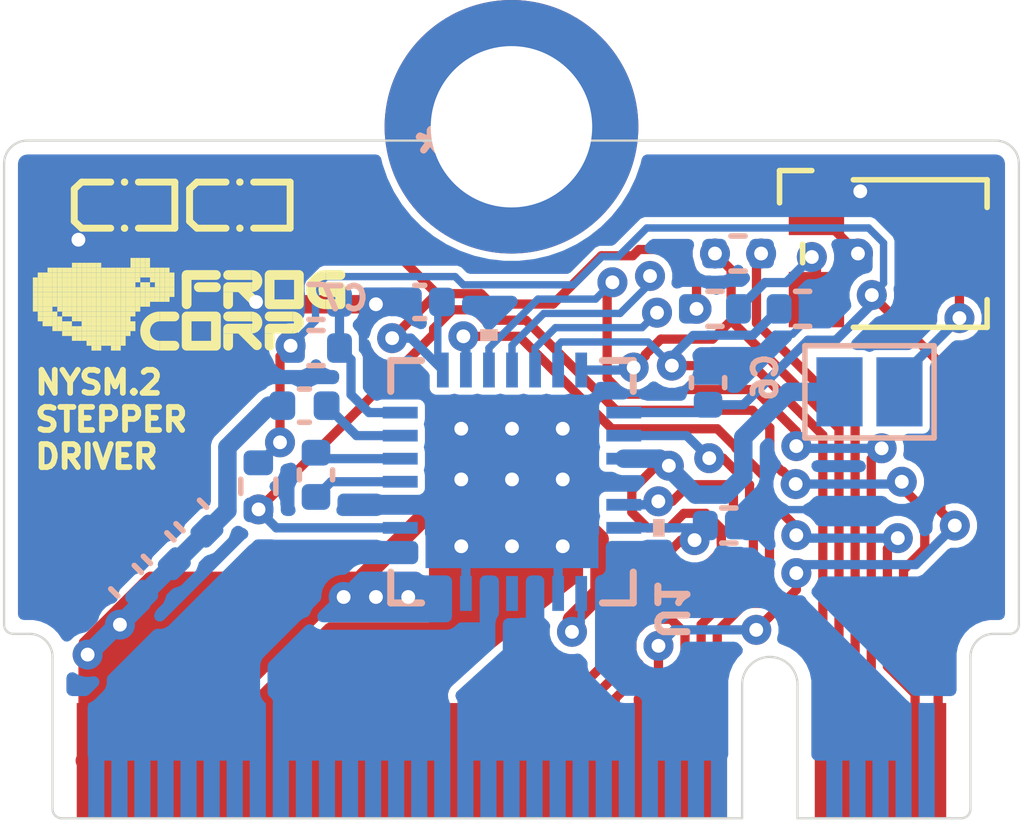
<source format=kicad_pcb>
(kicad_pcb (version 20241229) (generator "pcbnew") (generator_version "9.0")
  (layers (0 "F.Cu" signal) (2 "B.Cu" signal) (13 "F.Paste" user) (15 "B.Paste" user) (5 "F.SilkS" user "F.Silkscreen") (7 "B.SilkS" user "B.Silkscreen") (1 "F.Mask" user) (3 "B.Mask" user) (25 "Edge.Cuts" user))
  (net 0 "")
  (net 1 "Net-(U1-CPO)")
  (net 2 "Net-(U1-CPI)")
  (net 3 "Net-(U1-VCP)")
  (net 4 "POW_MOT")
  (net 5 "VCC_IO")
  (net 6 "GND")
  (net 7 "5V_OUT")
  (net 8 "EN")
  (net 9 "CLK")
  (net 10 "Net-(R6-Pad2)")
  (net 11 "STDBY")
  (net 12 "SPREAD")
  (net 13 "DIAG")
  (net 14 "MS1")
  (net 15 "A2")
  (net 17 "A1")
  (net 18 "DIR")
  (net 19 "STEP")
  (net 20 "MS2")
  (net 21 "B1")
  (net 22 "INDEX")
  (net 23 "B2")
  (net 25 "Net-(JP1-A)")
  (net 26 "__VREF__")
  (net 28 "UART_TX")
  (net 29 "UART_RX")
  (net 32 "Net-(U1-SPREAD)")
  (net 33 "unconnected-(U1-DIAG-Pad11)")
  (net 34 "unconnected-(U1-INDEX-Pad12)")
  (net 35 "Net-(U2-25)")
  (net 36 "Net-(LED1-A)")
  (footprint "NYSM2-Card-B-Key:NYSM2-Card-B-Key" (layer "F.Cu") (at 144.78 130.8992)
    (property "Reference" "U2" (hide yes))
    (property "Value" "M.2-B-KEY" (hide yes))
    (fp_line (start -11 -14.2) (end -11 -4.2) (stroke (width 0.05)) (layer "Edge.Cuts"))
    (fp_line (start -10.8 -4) (end -10.45 -4) (stroke (width 0.05)) (layer "Edge.Cuts"))
    (fp_line (start -9.95 -3.5) (end -9.95 -0.2) (stroke (width 0.05)) (layer "Edge.Cuts"))
    (fp_line (start -9.75 0) (end 5 0) (stroke (width 0.05)) (layer "Edge.Cuts"))
    (fp_line (start 5 -2.9) (end 5 0) (stroke (width 0.05)) (layer "Edge.Cuts"))
    (fp_line (start 6.2 -2.9) (end 6.2 0) (stroke (width 0.05)) (layer "Edge.Cuts"))
    (fp_line (start 6.2 0) (end 9.75 0) (stroke (width 0.05)) (layer "Edge.Cuts"))
    (fp_line (start 9.95 -0.2) (end 9.95 -3.5) (stroke (width 0.05)) (layer "Edge.Cuts"))
    (fp_line (start 10.45 -4) (end 10.8 -4) (stroke (width 0.05)) (layer "Edge.Cuts"))
    (fp_line (start 10.5 -14.7) (end -10.5 -14.7) (stroke (width 0.05)) (layer "Edge.Cuts"))
    (fp_line (start 11 -4.2) (end 11 -14.2) (stroke (width 0.05)) (layer "Edge.Cuts"))
    (fp_arc (start -11 -14.2) (mid -10.853553 -14.553553) (end -10.5 -14.7) (stroke (width 0.05)) (layer "Edge.Cuts"))
    (fp_arc (start -10.8 -4) (mid -10.941421 -4.058579) (end -11 -4.2) (stroke (width 0.05)) (layer "Edge.Cuts"))
    (fp_arc (start -10.45 -4) (mid -10.096447 -3.853553) (end -9.95 -3.5) (stroke (width 0.05)) (layer "Edge.Cuts"))
    (fp_arc (start -9.75 0) (mid -9.891421 -0.058579) (end -9.95 -0.2) (stroke (width 0.05)) (layer "Edge.Cuts"))
    (fp_arc (start 5 -2.9) (mid 5.175736 -3.324264) (end 5.6 -3.5) (stroke (width 0.05)) (layer "Edge.Cuts"))
    (fp_arc (start 5.6 -3.5) (mid 6.024264 -3.324264) (end 6.2 -2.9) (stroke (width 0.05)) (layer "Edge.Cuts"))
    (fp_arc (start 9.95 -3.5) (mid 10.096447 -3.853553) (end 10.45 -4) (stroke (width 0.05)) (layer "Edge.Cuts"))
    (fp_arc (start 9.95 -0.2) (mid 9.891421 -0.058579) (end 9.75 0) (stroke (width 0.05)) (layer "Edge.Cuts"))
    (fp_arc (start 10.5 -14.7) (mid 10.853553 -14.553553) (end 11 -14.2) (stroke (width 0.05)) (layer "Edge.Cuts"))
    (fp_arc (start 11 -4.2) (mid 10.941421 -4.058579) (end 10.8 -4) (stroke (width 0.05)) (layer "Edge.Cuts"))
  )
  (footprint "Potentiometer_SMD:Potentiometer_Bourns_TC33X_Vertical" (layer "F.Cu") (at 153.1914 118.6492)
    (property "Reference" "RV1" (hide yes))
    (property "Value" "20K" (hide yes))
  )
  (footprint "componentimport:LED0402-RD_GREEN" (layer "F.Cu") (at 138.8914 117.5992)
    (property "Reference" "LED2" (hide yes))
    (property "Value" "XL-1005UGC" (hide yes))
  )
  (footprint "componentimport:LED0402-RD_GREEN" (layer "F.Cu") (at 136.3914 117.5992)
    (property "Reference" "LED1" (hide yes))
    (property "Value" "XL-1005UGC" (hide yes))
  )
  (footprint "Resistor_SMD:R_0402_1005Metric" (layer "B.Cu") (at 140.5414 119.6992)
    (property "Reference" "R9" (hide yes))
    (property "Value" "NC" (hide yes))
  )
  (footprint "Capacitor_SMD:C_0402_1005Metric" (layer "B.Cu") (at 137.837918 124.331504 135)
    (property "Reference" "C9" (hide yes))
    (property "Value" "100nF/50V" (hide yes))
  )
  (footprint "Capacitor_SMD:C_0402_1005Metric" (layer "B.Cu") (at 140.5414 123.4492 90)
    (property "Reference" "C1" (hide yes))
    (property "Value" "22nF/50V" (hide yes))
  )
  (footprint "Resistor_SMD:R_0402_1005Metric" (layer "B.Cu") (at 149.1914 119.8492)
    (property "Reference" "R6" (hide yes))
    (property "Value" "20K" (hide yes))
  )
  (footprint "Capacitor_SMD:C_0402_1005Metric" (layer "B.Cu") (at 136.423704 125.745718 135)
    (property "Reference" "C10" (hide yes))
    (property "Value" "100nF/50V" (hide yes))
  )
  (footprint "Resistor_SMD:R_0402_1005Metric" (layer "B.Cu") (at 139.2914 123.6992 -90)
    (property "Reference" "R1" (hide yes))
    (property "Value" "20K" (hide yes))
  )
  (footprint "Resistor_SMD:R_0402_1005Metric" (layer "B.Cu") (at 151.0914 119.8492 180)
    (property "Reference" "R2" (hide yes))
    (property "Value" "20K" (hide yes))
  )
  (footprint "Resistor_SMD:R_0402_1005Metric" (layer "B.Cu") (at 140.5414 120.6992 180)
    (property "Reference" "R8" (hide yes))
    (property "Value" "NC" (hide yes))
  )
  (footprint "Resistor_SMD:R_0402_1005Metric" (layer "B.Cu") (at 149.6914 118.6492 180)
    (property "Reference" "R3" (hide yes))
    (property "Value" "1K" (hide yes))
  )
  (footprint "TMC2209:QFN28_5X5_TRI" (layer "B.Cu") (at 144.7914 123.5992)
    (property "Reference" "U1")
    (property "Value" "TMC2209")
  )
  (footprint "Capacitor_SMD:C_0402_1005Metric" (layer "B.Cu") (at 137.130811 125.038611 135)
    (property "Reference" "C8" (hide yes))
    (property "Value" "1uF/50V" (hide yes))
  )
  (footprint "Resistor_SMD:R_0402_1005Metric" (layer "B.Cu") (at 149.4914 124.5492 180)
    (property "Reference" "R7" (hide yes))
    (property "Value" "100K" (hide yes))
  )
  (footprint "Capacitor_SMD:C_0402_1005Metric" (layer "B.Cu") (at 142.7914 119.6992)
    (property "Reference" "C7")
    (property "Value" "4.7uF 10V" (hide yes))
  )
  (footprint "Capacitor_SMD:C_0402_1005Metric" (layer "B.Cu") (at 140.2914 121.9492 180)
    (property "Reference" "C2" (hide yes))
    (property "Value" "100nF/50V" (hide yes))
  )
  (footprint "Jumper:SolderJumper-2_P1.3mm_Open_Pad1.0x1.5mm" (layer "B.Cu") (at 152.5414 121.6492 180)
    (property "Reference" "JP1" (hide yes))
    (property "Value" "~" (hide yes))
  )
  (footprint "Capacitor_SMD:C_0402_1005Metric" (layer "B.Cu") (at 149.0414 121.4492 -90)
    (property "Reference" "C6")
    (property "Value" "100nF/50V" (hide yes))
  )
  (gr_poly (pts (xy 137.367233 119.378782) (xy 137.261401 119.37878) (xy 137.261401 119.27295) (xy 137.367234 119.27295)) (stroke (width -0.000001)) (fill yes) (layer "F.SilkS"))
  (gr_poly (pts (xy 140.940411 119.564008) (xy 140.941713 119.564054) (xy 140.943014 119.564136) (xy 140.944308 119.564247) (xy 140.945597 119.564387) (xy 140.946882 119.564563) (xy 140.948163 119.564771) (xy 140.949438 119.565005) (xy 140.950708 119.565275) (xy 140.951966 119.565577) (xy 140.953219 119.565905) (xy 140.954463 119.566269) (xy 140.9557 119.566659) (xy 140.956927 119.567079) (xy 140.958143 119.567535) (xy 140.959351 119.568018) (xy 140.960547 119.568532) (xy 140.961731 119.569073) (xy 140.9629 119.569645) (xy 140.964051 119.570241) (xy 140.965191 119.570869) (xy 140.966311 119.571523) (xy 140.967412 119.572204) (xy 140.968503 119.572909) (xy 140.96957 119.573643) (xy 140.97062 119.574403) (xy 140.971651 119.575188) (xy 140.972664 119.575999) (xy 140.97366 119.576835) (xy 140.974634 119.577696) (xy 140.975587 119.57858) (xy 140.97652 119.57949) (xy 140.977432 119.580422) (xy 140.978317 119.581376) (xy 140.979178 119.582349) (xy 140.980015 119.583343) (xy 140.980825 119.584355) (xy 140.981612 119.585388) (xy 140.98237 119.586441) (xy 140.983104 119.587508) (xy 140.983812 119.588597) (xy 140.984495 119.5897) (xy 140.985147 119.59082) (xy 140.985774 119.591957) (xy 140.986373 119.593111) (xy 140.986944 119.594277) (xy 140.987488 119.59546) (xy 140.988004 119.596655) (xy 140.988483 119.597865) (xy 140.988936 119.599086) (xy 140.989359 119.600315) (xy 140.989748 119.601551) (xy 140.990109 119.602799) (xy 140.990436 119.604052) (xy 140.990738 119.605315) (xy 140.991006 119.606585) (xy 140.991244 119.607861) (xy 140.99145 119.609139) (xy 140.991624 119.610426) (xy 140.991769 119.611713) (xy 140.991882 119.613009) (xy 140.991961 119.614307) (xy 140.99201 119.615607) (xy 140.992027 119.616908) (xy 140.992009 119.618209) (xy 140.99196 119.619511) (xy 140.991882 119.620807) (xy 140.991767 119.622101) (xy 140.991625 119.62339) (xy 140.99145 119.624675) (xy 140.991243 119.625957) (xy 140.991007 119.627231) (xy 140.990738 119.628501) (xy 140.990439 119.629759) (xy 140.990109 119.631014) (xy 140.989749 119.632262) (xy 140.989359 119.633501) (xy 140.988937 119.63473) (xy 140.988485 119.635949) (xy 140.988005 119.637159) (xy 140.987488 119.638356) (xy 140.986945 119.639539) (xy 140.986373 119.640705) (xy 140.985777 119.641857) (xy 140.985147 119.642996) (xy 140.984495 119.644116) (xy 140.983812 119.645222) (xy 140.983106 119.646306) (xy 140.98237 119.647373) (xy 140.981612 119.648426) (xy 140.980827 119.649459) (xy 140.980014 119.650473) (xy 140.979179 119.651468) (xy 140.978318 119.65244) (xy 140.977431 119.653392) (xy 140.976521 119.654326) (xy 140.975589 119.655234) (xy 140.974633 119.65612) (xy 140.97366 119.656979) (xy 140.972665 119.657817) (xy 140.971653 119.658626) (xy 140.97062 119.659413) (xy 140.969568 119.660173) (xy 140.9685 119.660905) (xy 140.967414 119.661612) (xy 140.966311 119.662293) (xy 140.965191 119.662947) (xy 140.964051 119.663572) (xy 140.962899 119.664171) (xy 140.961731 119.664741) (xy 140.960547 119.665284) (xy 140.959351 119.665798) (xy 140.958143 119.666281) (xy 140.956925 119.666735) (xy 140.955701 119.667158) (xy 140.954464 119.667549) (xy 140.953219 119.667911) (xy 140.951965 119.668239) (xy 140.950704 119.668538) (xy 140.949436 119.668809) (xy 140.948162 119.669045) (xy 140.946884 119.669251) (xy 140.945595 119.669427) (xy 140.944308 119.669569) (xy 140.943014 119.66968) (xy 140.941715 119.66976) (xy 140.940411 119.669806) (xy 140.93911 119.669825) (xy 140.939109 119.643365) (xy 140.939757 119.643358) (xy 140.940406 119.643334) (xy 140.941056 119.643293) (xy 140.9417 119.643238) (xy 140.942346 119.643167) (xy 140.942987 119.643078) (xy 140.943628 119.642974) (xy 140.944267 119.642858) (xy 140.944899 119.642723) (xy 140.945532 119.642574) (xy 140.946162 119.642407) (xy 140.946785 119.642228) (xy 140.947405 119.64203) (xy 140.948022 119.64182) (xy 140.948635 119.641593) (xy 140.94924 119.641352) (xy 140.949839 119.641096) (xy 140.950429 119.640823) (xy 140.951012 119.640541) (xy 140.951584 119.640241) (xy 140.952153 119.639929) (xy 140.952712 119.639602) (xy 140.953262 119.639259) (xy 140.953808 119.638906) (xy 140.954339 119.638542) (xy 140.954864 119.63816) (xy 140.95538 119.637767) (xy 140.955889 119.637364) (xy 140.956383 119.636944) (xy 140.956871 119.636514) (xy 140.957347 119.636072) (xy 140.957813 119.635618) (xy 140.958269 119.63515) (xy 140.958716 119.634674) (xy 140.959144 119.634188) (xy 140.959563 119.633689) (xy 140.959969 119.633182) (xy 140.960365 119.632666) (xy 140.960745 119.632139) (xy 140.961111 119.631606) (xy 140.961465 119.631063) (xy 140.961808 119.630512) (xy 140.962134 119.62995) (xy 140.962447 119.629382) (xy 140.962745 119.628808) (xy 140.96303 119.628221) (xy 140.963303 119.627632) (xy 140.963556 119.627033) (xy 140.963798 119.62643) (xy 140.964022 119.625819) (xy 140.964233 119.625206) (xy 140.964428 119.624585) (xy 140.964609 119.62396) (xy 140.964775 119.623335) (xy 140.964924 119.622702) (xy 140.965057 119.622071) (xy 140.965176 119.621432) (xy 140.96528 119.620793) (xy 140.965367 119.620148) (xy 140.965437 119.619501) (xy 140.965495 119.618854) (xy 140.965535 119.618209) (xy 140.965558 119.617558) (xy 140.965565 119.616908) (xy 140.965559 119.616256) (xy 140.965536 119.615607) (xy 140.965493 119.61496) (xy 140.965437 119.614313) (xy 140.965365 119.613668) (xy 140.96528 119.613024) (xy 140.965176 119.612381) (xy 140.965057 119.611746) (xy 140.964925 119.611112) (xy 140.964773 119.610479) (xy 140.964607 119.609854) (xy 140.964428 119.609231) (xy 140.964233 119.60861) (xy 140.964022 119.607995) (xy 140.963798 119.607386) (xy 140.963557 119.606783) (xy 140.963303 119.606184) (xy 140.963032 119.605593) (xy 140.962744 119.605008) (xy 140.962447 119.604431) (xy 140.962132 119.603864) (xy 140.961808 119.603304) (xy 140.961468 119.602751) (xy 140.961111 119.60221) (xy 140.960745 119.601674) (xy 140.960363 119.601148) (xy 140.959969 119.600634) (xy 140.959564 119.600124) (xy 140.959143 119.59963) (xy 140.958716 119.599142) (xy 140.958269 119.598664) (xy 140.957815 119.598198) (xy 140.957347 119.597744) (xy 140.956871 119.597302) (xy 140.956386 119.59687) (xy 140.955889 119.596452) (xy 140.955382 119.596047) (xy 140.954865 119.595656) (xy 140.954339 119.595274) (xy 140.953808 119.59491) (xy 140.953264 119.594555) (xy 140.952712 119.594214) (xy 140.952152 119.593889) (xy 140.951584 119.593575) (xy 140.951011 119.593275) (xy 140.950429 119.59299) (xy 140.949839 119.59272) (xy 140.949242 119.592462) (xy 140.948635 119.59222) (xy 140.948022 119.591993) (xy 140.947405 119.591783) (xy 140.946785 119.591588) (xy 140.946159 119.591407) (xy 140.945532 119.591243) (xy 140.944899 119.591093) (xy 140.944267 119.590958) (xy 140.943628 119.590839) (xy 140.942986 119.590737) (xy 140.942345 119.590649) (xy 140.941703 119.590576) (xy 140.941054 119.590521) (xy 140.940406 119.590482) (xy 140.939757 119.590458) (xy 140.939109 119.590448) (xy 140.93911 119.563991)) (stroke (width -0.000001)) (fill yes) (layer "F.SilkS"))
  (gr_poly (pts (xy 137.261401 119.167116) (xy 137.155566 119.167116) (xy 137.155566 119.061282) (xy 137.261399 119.061284)) (stroke (width -0.000001)) (fill yes) (layer "F.SilkS"))
  (gr_poly (pts (xy 139.151752 119.008659) (xy 139.163477 119.009531) (xy 139.175105 119.010977) (xy 139.186615 119.012983) (xy 139.197984 119.015549) (xy 139.209198 119.018659) (xy 139.220231 119.022309) (xy 139.231066 119.026493) (xy 139.241686 119.031198) (xy 139.252072 119.03642) (xy 139.262199 119.042147) (xy 139.272052 119.048373) (xy 139.281611 119.055093) (xy 139.290854 119.062293) (xy 139.299767 119.069968) (xy 139.308323 119.078111) (xy 139.316466 119.086667) (xy 139.324143 119.095576) (xy 139.331343 119.10482) (xy 139.338064 119.11438) (xy 139.34429 119.124232) (xy 139.350017 119.134362) (xy 139.355236 119.144746) (xy 139.359942 119.155366) (xy 139.364128 119.166203) (xy 139.367775 119.177236) (xy 139.370885 119.188448) (xy 139.373451 119.199819) (xy 139.375457 119.211327) (xy 139.376904 119.222957) (xy 139.377775 119.234683) (xy 139.378066 119.24649) (xy 139.377774 119.258298) (xy 139.376901 119.270027) (xy 139.375458 119.281656) (xy 139.373449 119.293162) (xy 139.370887 119.304533) (xy 139.367776 119.315747) (xy 139.364128 119.32678) (xy 139.359945 119.337617) (xy 139.355237 119.348239) (xy 139.350017 119.358621) (xy 139.344288 119.368751) (xy 139.338064 119.378603) (xy 139.331344 119.388161) (xy 139.324141 119.397405) (xy 139.316469 119.406314) (xy 139.308323 119.414872) (xy 139.299765 119.423015) (xy 139.290856 119.43069) (xy 139.28161 119.437892) (xy 139.272052 119.444608) (xy 139.262197 119.450834) (xy 139.252071 119.456563) (xy 139.241686 119.461785) (xy 139.231067 119.466492) (xy 139.220231 119.470672) (xy 139.209198 119.474322) (xy 139.197984 119.477434) (xy 139.186613 119.479998) (xy 139.175105 119.482009) (xy 139.163478 119.483448) (xy 139.151752 119.484324) (xy 139.139943 119.484616) (xy 139.13994 119.272945) (xy 139.141255 119.272914) (xy 139.142556 119.272815) (xy 139.143847 119.272656) (xy 139.145127 119.272434) (xy 139.146392 119.272149) (xy 139.147638 119.271804) (xy 139.148864 119.271398) (xy 139.15007 119.270934) (xy 139.151249 119.27041) (xy 139.152406 119.269831) (xy 139.153529 119.269194) (xy 139.154623 119.268501) (xy 139.155687 119.267755) (xy 139.156711 119.266956) (xy 139.157698 119.266101) (xy 139.158647 119.265198) (xy 139.159557 119.264247) (xy 139.160409 119.263257) (xy 139.161211 119.262231) (xy 139.161958 119.261166) (xy 139.162652 119.260073) (xy 139.163287 119.25895) (xy 139.163869 119.257794) (xy 139.164388 119.256616) (xy 139.164856 119.255411) (xy 139.165257 119.254187) (xy 139.165607 119.252939) (xy 139.165889 119.251676) (xy 139.166109 119.250399) (xy 139.166271 119.249105) (xy 139.166368 119.247804) (xy 139.166399 119.246488) (xy 139.166368 119.24518) (xy 139.166273 119.243876) (xy 139.166109 119.242582) (xy 139.165887 119.241307) (xy 139.165604 119.240042) (xy 139.165257 119.238794) (xy 139.164854 119.23757) (xy 139.16439 119.236368) (xy 139.163866 119.235187) (xy 139.163287 119.234033) (xy 139.16265 119.232908) (xy 139.161958 119.231814) (xy 139.16121 119.230752) (xy 139.160409 119.229726) (xy 139.159556 119.228736) (xy 139.158649 119.227785) (xy 139.1577 119.22688) (xy 139.156712 119.226029) (xy 139.155685 119.225226) (xy 139.154625 119.22448) (xy 139.153529 119.223787) (xy 139.152405 119.223152) (xy 139.15125 119.222573) (xy 139.150069 119.222049) (xy 139.148862 119.221583) (xy 139.147638 119.22118) (xy 139.146391 119.220832) (xy 139.145127 119.22055) (xy 139.143849 119.220325) (xy 139.142554 119.220166) (xy 139.141252 119.220067) (xy 139.139941 119.220036) (xy 139.139941 119.008365)) (stroke (width -0.000001)) (fill yes) (layer "F.SilkS"))
  (gr_poly (pts (xy 135.356403 119.590451) (xy 135.250566 119.590451) (xy 135.250567 119.484616) (xy 135.3564 119.484616)) (stroke (width -0.000001)) (fill yes) (layer "F.SilkS"))
  (gr_poly (pts (xy 134.827234 119.907949) (xy 134.7214 119.907949) (xy 134.721401 119.802114) (xy 134.827232 119.802117)) (stroke (width -0.000001)) (fill yes) (layer "F.SilkS"))
  (gr_poly (pts (xy 134.615565 119.590448) (xy 134.509736 119.590451) (xy 134.509733 119.484616) (xy 134.615567 119.484616)) (stroke (width -0.000001)) (fill yes) (layer "F.SilkS"))
  (gr_poly (pts (xy 136.732234 119.27295) (xy 136.626401 119.27295) (xy 136.6264 119.167116) (xy 136.732234 119.167116)) (stroke (width -0.000001)) (fill yes) (layer "F.SilkS"))
  (gr_poly (pts (xy 135.144733 119.378782) (xy 135.0389 119.378782) (xy 135.038901 119.27295) (xy 135.144734 119.27295)) (stroke (width -0.000001)) (fill yes) (layer "F.SilkS"))
  (gr_poly (pts (xy 136.414734 120.013783) (xy 136.308902 120.013783) (xy 136.3089 119.907949) (xy 136.414734 119.907949)) (stroke (width -0.000001)) (fill yes) (layer "F.SilkS"))
  (gr_poly (pts (xy 135.673899 120.648784) (xy 135.568067 120.648782) (xy 135.568068 120.542947) (xy 135.673899 120.54295)) (stroke (width -0.000001)) (fill yes) (layer "F.SilkS"))
  (gr_poly (pts (xy 136.097233 120.542947) (xy 135.991404 120.54295) (xy 135.991399 120.437113) (xy 136.097232 120.437115)) (stroke (width -0.000001)) (fill yes) (layer "F.SilkS"))
  (gr_poly (pts (xy 136.203065 119.484614) (xy 136.097233 119.484616) (xy 136.097233 119.378782) (xy 136.203065 119.37878)) (stroke (width -0.000001)) (fill yes) (layer "F.SilkS"))
  (gr_poly (pts (xy 135.673901 119.696283) (xy 135.568067 119.696285) (xy 135.568067 119.590451) (xy 135.673901 119.590451)) (stroke (width -0.000001)) (fill yes) (layer "F.SilkS"))
  (gr_poly (pts (xy 135.356403 120.013783) (xy 135.250568 120.013783) (xy 135.250568 119.907949) (xy 135.356403 119.907949)) (stroke (width -0.000001)) (fill yes) (layer "F.SilkS"))
  (gr_poly (pts (xy 136.520567 120.437115) (xy 136.414734 120.437115) (xy 136.414734 120.331284) (xy 136.520568 120.331284)) (stroke (width -0.000001)) (fill yes) (layer "F.SilkS"))
  (gr_poly (pts (xy 136.520568 119.696283) (xy 136.414734 119.696283) (xy 136.414734 119.590451) (xy 136.520568 119.590451)) (stroke (width -0.000001)) (fill yes) (layer "F.SilkS"))
  (gr_poly (pts (xy 135.250566 119.378782) (xy 135.144733 119.378782) (xy 135.144734 119.27295) (xy 135.250566 119.272948)) (stroke (width -0.000001)) (fill yes) (layer "F.SilkS"))
  (gr_poly (pts (xy 135.144734 119.802117) (xy 135.0389 119.802117) (xy 135.038902 119.696283) (xy 135.144733 119.696284)) (stroke (width -0.000001)) (fill yes) (layer "F.SilkS"))
  (gr_poly (pts (xy 136.838066 119.378782) (xy 136.732233 119.378782) (xy 136.732234 119.27295) (xy 136.838066 119.272948)) (stroke (width -0.000001)) (fill yes) (layer "F.SilkS"))
  (gr_poly (pts (xy 135.144734 119.907949) (xy 135.0389 119.907951) (xy 135.0389 119.802117) (xy 135.144734 119.802117)) (stroke (width -0.000001)) (fill yes) (layer "F.SilkS"))
  (gr_poly (pts (xy 134.827234 120.013783) (xy 134.721402 120.013783) (xy 134.7214 119.907949) (xy 134.827234 119.907949)) (stroke (width -0.000001)) (fill yes) (layer "F.SilkS"))
  (gr_poly (pts (xy 136.203065 119.167116) (xy 136.097235 119.167116) (xy 136.097233 119.061282) (xy 136.203065 119.061284)) (stroke (width -0.000001)) (fill yes) (layer "F.SilkS"))
  (gr_poly (pts (xy 136.520569 119.484616) (xy 136.414735 119.484616) (xy 136.414734 119.37878) (xy 136.520568 119.378782)) (stroke (width -0.000001)) (fill yes) (layer "F.SilkS"))
  (gr_poly (pts (xy 137.049732 119.484614) (xy 136.9439 119.484616) (xy 136.9439 119.378782) (xy 137.049732 119.37878)) (stroke (width -0.000001)) (fill yes) (layer "F.SilkS"))
  (gr_poly (pts (xy 136.520566 119.802117) (xy 136.414732 119.802117) (xy 136.414734 119.696283) (xy 136.520568 119.696283)) (stroke (width -0.000001)) (fill yes) (layer "F.SilkS"))
  (gr_poly (pts (xy 135.779733 119.061284) (xy 135.673899 119.061284) (xy 135.673901 118.95545) (xy 135.779735 118.95545)) (stroke (width -0.000001)) (fill yes) (layer "F.SilkS"))
  (gr_poly (pts (xy 135.250568 119.907949) (xy 135.144734 119.907949) (xy 135.144734 119.802117) (xy 135.250567 119.802114)) (stroke (width -0.000001)) (fill yes) (layer "F.SilkS"))
  (gr_poly (pts (xy 135.568067 120.437115) (xy 135.462233 120.437115) (xy 135.462233 120.331284) (xy 135.568067 120.331284)) (stroke (width -0.000001)) (fill yes) (layer "F.SilkS"))
  (gr_poly (pts (xy 137.155567 119.696283) (xy 137.049734 119.696283) (xy 137.049732 119.590448) (xy 137.155567 119.590451)) (stroke (width -0.000001)) (fill yes) (layer "F.SilkS"))
  (gr_poly (pts (xy 134.721402 120.225449) (xy 134.615567 120.225449) (xy 134.615567 120.119615) (xy 134.721402 120.119615)) (stroke (width -0.000001)) (fill yes) (layer "F.SilkS"))
  (gr_poly (pts (xy 135.0389 119.802117) (xy 134.933066 119.802117) (xy 134.933068 119.696283) (xy 135.038902 119.696283)) (stroke (width -0.000001)) (fill yes) (layer "F.SilkS"))
  (gr_poly (pts (xy 136.097233 120.119615) (xy 135.991399 120.119615) (xy 135.991401 120.013783) (xy 136.097233 120.013781)) (stroke (width -0.000001)) (fill yes) (layer "F.SilkS"))
  (gr_poly (pts (xy 134.933068 120.119615) (xy 134.827234 120.119617) (xy 134.827234 120.013783) (xy 134.933068 120.013783)) (stroke (width -0.000001)) (fill yes) (layer "F.SilkS"))
  (gr_poly (pts (xy 135.673899 119.802117) (xy 135.568068 119.802114) (xy 135.568067 119.696285) (xy 135.673901 119.696283)) (stroke (width -0.000001)) (fill yes) (layer "F.SilkS"))
  (gr_poly (pts (xy 139.139943 119.484616) (xy 138.5314 119.484616) (xy 138.5314 119.378782) (xy 138.531536 119.373338) (xy 138.531946 119.367962) (xy 138.532622 119.362665) (xy 138.533551 119.357453) (xy 138.534732 119.352332) (xy 138.536157 119.347313) (xy 138.537822 119.342395) (xy 138.539717 119.337586) (xy 138.541839 119.3329) (xy 138.544176 119.328337) (xy 138.546723 119.323905) (xy 138.549475 119.31961) (xy 138.552428 119.315462) (xy 138.555569 119.311464) (xy 138.558896 119.307623) (xy 138.562399 119.303949) (xy 138.566075 119.300443) (xy 138.569916 119.297117) (xy 138.573912 119.293976) (xy 138.578062 119.291023) (xy 138.582357 119.288271) (xy 138.586787 119.285724) (xy 138.591353 119.283387) (xy 138.596041 119.281267) (xy 138.600847 119.279372) (xy 138.605764 119.277706) (xy 138.610787 119.276282) (xy 138.615905 119.275099) (xy 138.621117 119.274169) (xy 138.626413 119.273497) (xy 138.631786 119.273088) (xy 138.637232 119.27295) (xy 139.139941 119.27295)) (stroke (width -0.000001)) (fill yes) (layer "F.SilkS"))
  (gr_poly (pts (xy 136.520568 120.225449) (xy 136.414734 120.225447) (xy 136.414734 120.119617) (xy 136.520568 120.119615)) (stroke (width -0.000001)) (fill yes) (layer "F.SilkS"))
  (gr_poly (pts (xy 135.885567 119.378782) (xy 135.779733 119.378782) (xy 135.779734 119.27295) (xy 135.885567 119.27295)) (stroke (width -0.000001)) (fill yes) (layer "F.SilkS"))
  (gr_poly (pts (xy 134.721402 120.119615) (xy 134.615567 120.119615) (xy 134.61557 120.013783) (xy 134.721402 120.013783)) (stroke (width -0.000001)) (fill yes) (layer "F.SilkS"))
  (gr_poly (pts (xy 135.250566 120.331284) (xy 135.144732 120.331284) (xy 135.144733 120.225449) (xy 135.250566 120.225449)) (stroke (width -0.000001)) (fill yes) (layer "F.SilkS"))
  (gr_poly (pts (xy 136.097233 119.061282) (xy 135.991401 119.061282) (xy 135.9914 118.955451) (xy 136.097233 118.95545)) (stroke (width -0.000001)) (fill yes) (layer "F.SilkS"))
  (gr_poly (pts (xy 136.414734 120.225447) (xy 136.308902 120.225449) (xy 136.308902 120.119615) (xy 136.414734 120.119617)) (stroke (width -0.000001)) (fill yes) (layer "F.SilkS"))
  (gr_poly (pts (xy 135.991401 119.907949) (xy 135.885567 119.907949) (xy 135.885567 119.802117) (xy 135.9914 119.802114)) (stroke (width -0.000001)) (fill yes) (layer "F.SilkS"))
  (gr_poly (pts (xy 136.732233 118.849613) (xy 136.626401 118.849615) (xy 136.626401 118.743781) (xy 136.732232 118.743784)) (stroke (width -0.000001)) (fill yes) (layer "F.SilkS"))
  (gr_poly (pts (xy 135.144734 119.167116) (xy 135.0389 119.167116) (xy 135.0389 119.061284) (xy 135.144734 119.061282)) (stroke (width -0.000001)) (fill yes) (layer "F.SilkS"))
  (gr_poly (pts (xy 134.509733 119.696283) (xy 134.4039 119.696284) (xy 134.403899 119.590451) (xy 134.509736 119.590451)) (stroke (width -0.000001)) (fill yes) (layer "F.SilkS"))
  (gr_poly (pts (xy 135.568067 119.907949) (xy 135.462233 119.907949) (xy 135.462235 119.802117) (xy 135.568068 119.802114)) (stroke (width -0.000001)) (fill yes) (layer "F.SilkS"))
  (gr_poly (pts (xy 135.462235 119.484616) (xy 135.3564 119.484616) (xy 135.3564 119.378782) (xy 135.462235 119.378782)) (stroke (width -0.000001)) (fill yes) (layer "F.SilkS"))
  (gr_poly (pts (xy 134.827234 119.27295) (xy 134.721402 119.27295) (xy 134.721402 119.167116) (xy 134.827234 119.167116)) (stroke (width -0.000001)) (fill yes) (layer "F.SilkS"))
  (gr_poly (pts (xy 135.991401 119.27295) (xy 135.885567 119.27295) (xy 135.885567 119.167116) (xy 135.991401 119.167116)) (stroke (width -0.000001)) (fill yes) (layer "F.SilkS"))
  (gr_poly (pts (xy 136.308902 120.225449) (xy 136.203065 120.225447) (xy 136.203067 120.119615) (xy 136.308902 120.119615)) (stroke (width -0.000001)) (fill yes) (layer "F.SilkS"))
  (gr_poly (pts (xy 135.885569 118.95545) (xy 135.779735 118.95545) (xy 135.779734 118.849615) (xy 135.885568 118.849615)) (stroke (width -0.000001)) (fill yes) (layer "F.SilkS"))
  (gr_poly (pts (xy 136.097233 119.272948) (xy 135.991401 119.27295) (xy 135.991401 119.167116) (xy 136.097235 119.167116)) (stroke (width -0.000001)) (fill yes) (layer "F.SilkS"))
  (gr_poly (pts (xy 136.6264 119.378782) (xy 136.520568 119.378782) (xy 136.520567 119.27295) (xy 136.626401 119.27295)) (stroke (width -0.000001)) (fill yes) (layer "F.SilkS"))
  (gr_poly (pts (xy 135.9914 119.696284) (xy 135.885569 119.696283) (xy 135.885567 119.590448) (xy 135.991399 119.590451)) (stroke (width -0.000001)) (fill yes) (layer "F.SilkS"))
  (gr_poly (pts (xy 137.261402 119.484616) (xy 137.155568 119.484616) (xy 137.155569 119.378782) (xy 137.261401 119.37878)) (stroke (width -0.000001)) (fill yes) (layer "F.SilkS"))
  (gr_poly (pts (xy 134.933067 119.27295) (xy 134.827234 119.27295) (xy 134.827234 119.167116) (xy 134.933068 119.167116)) (stroke (width -0.000001)) (fill yes) (layer "F.SilkS"))
  (gr_poly (pts (xy 136.520568 120.119615) (xy 136.414734 120.119617) (xy 136.414734 120.013783) (xy 136.520568 120.013783)) (stroke (width -0.000001)) (fill yes) (layer "F.SilkS"))
  (gr_poly (pts (xy 136.203065 120.54295) (xy 136.097233 120.542947) (xy 136.097232 120.437115) (xy 136.203066 120.437115)) (stroke (width -0.000001)) (fill yes) (layer "F.SilkS"))
  (gr_poly (pts (xy 135.250566 120.437113) (xy 135.144732 120.437113) (xy 135.144732 120.331284) (xy 135.250566 120.331284)) (stroke (width -0.000001)) (fill yes) (layer "F.SilkS"))
  (gr_poly (pts (xy 136.203065 120.648784) (xy 136.097233 120.648782) (xy 136.097233 120.542947) (xy 136.203065 120.54295)) (stroke (width -0.000001)) (fill yes) (layer "F.SilkS"))
  (gr_poly (pts (xy 136.520568 119.378782) (xy 136.414734 119.37878) (xy 136.414734 119.27295) (xy 136.520567 119.27295)) (stroke (width -0.000001)) (fill yes) (layer "F.SilkS"))
  (gr_poly (pts (xy 137.155566 119.061282) (xy 137.049732 119.061282) (xy 137.049734 118.95545) (xy 137.155567 118.95545)) (stroke (width -0.000001)) (fill yes) (layer "F.SilkS"))
  (gr_poly (pts (xy 135.568067 118.95545) (xy 135.462235 118.95545) (xy 135.462233 118.849615) (xy 135.568067 118.849615)) (stroke (width -0.000001)) (fill yes) (layer "F.SilkS"))
  (gr_poly (pts (xy 135.779735 119.484616) (xy 135.673902 119.484616) (xy 135.673901 119.378782) (xy 135.779733 119.378782)) (stroke (width -0.000001)) (fill yes) (layer "F.SilkS"))
  (gr_poly (pts (xy 136.414734 120.331284) (xy 136.3089 120.331284) (xy 136.308902 120.225449) (xy 136.414734 120.225447)) (stroke (width -0.000001)) (fill yes) (layer "F.SilkS"))
  (gr_poly (pts (xy 135.038902 119.696283) (xy 134.933068 119.696283) (xy 134.933068 119.590451) (xy 135.038901 119.590448)) (stroke (width -0.000001)) (fill yes) (layer "F.SilkS"))
  (gr_poly (pts (xy 135.144733 120.225449) (xy 135.0389 120.225449) (xy 135.0389 120.119615) (xy 135.144732 120.119617)) (stroke (width -0.000001)) (fill yes) (layer "F.SilkS"))
  (gr_poly (pts (xy 137.843484 119.7492) (xy 137.843347 119.754646) (xy 137.842938 119.76002) (xy 137.842263 119.765317) (xy 137.841336 119.770527) (xy 137.840152 119.775647) (xy 137.838724 119.780669) (xy 137.837061 119.785587) (xy 137.835165 119.790391) (xy 137.833048 119.795082) (xy 137.830709 119.799645) (xy 137.828159 119.804075) (xy 137.825409 119.808372) (xy 137.822457 119.81252) (xy 137.819314 119.81652) (xy 137.815989 119.820359) (xy 137.812484 119.824036) (xy 137.808809 119.827539) (xy 137.804968 119.830865) (xy 137.80097 119.834006) (xy 137.796823 119.836959) (xy 137.792528 119.839711) (xy 137.788095 119.842258) (xy 137.783532 119.844595) (xy 137.778844 119.846717) (xy 137.774037 119.84861) (xy 137.769121 119.850273) (xy 137.764098 119.8517) (xy 137.75898 119.852883) (xy 137.753765 119.853812) (xy 137.748471 119.854486) (xy 137.743097 119.854894) (xy 137.737653 119.855032) (xy 137.732204 119.854894) (xy 137.72683 119.854486) (xy 137.721532 119.853812) (xy 137.716322 119.852884) (xy 137.711202 119.8517) (xy 137.706181 119.850276) (xy 137.701263 119.84861) (xy 137.696456 119.846715) (xy 137.691768 119.844595) (xy 137.687205 119.842258) (xy 137.682773 119.839711) (xy 137.678483 119.836959) (xy 137.67433 119.834006) (xy 137.67033 119.830863) (xy 137.666491 119.827539) (xy 137.662815 119.824036) (xy 137.659311 119.820359) (xy 137.655985 119.81652) (xy 137.652844 119.812522) (xy 137.649891 119.808372) (xy 137.647139 119.804077) (xy 137.644592 119.799647) (xy 137.642255 119.795082) (xy 137.640134 119.790393) (xy 137.63824 119.785587) (xy 137.636577 119.780671) (xy 137.635149 119.775647) (xy 137.633967 119.770527) (xy 137.633035 119.765315) (xy 137.632363 119.76002) (xy 137.631956 119.754646) (xy 137.631816 119.7492) (xy 137.631816 119.114199) (xy 137.843482 119.114199)) (stroke (width -0.000001)) (fill yes) (layer "F.SilkS"))
  (gr_poly (pts (xy 135.0389 120.331281) (xy 134.933068 120.331284) (xy 134.933068 120.225449) (xy 135.0389 120.225449)) (stroke (width -0.000001)) (fill yes) (layer "F.SilkS"))
  (gr_poly (pts (xy 136.097233 119.696283) (xy 135.9914 119.696284) (xy 135.991399 119.590451) (xy 136.097233 119.590451)) (stroke (width -0.000001)) (fill yes) (layer "F.SilkS"))
  (gr_poly (pts (xy 135.568068 120.225449) (xy 135.462235 120.225449) (xy 135.462235 120.119615) (xy 135.568069 120.119615)) (stroke (width -0.000001)) (fill yes) (layer "F.SilkS"))
  (gr_poly (pts (xy 135.673901 120.119615) (xy 135.568069 120.119615) (xy 135.568069 120.013783) (xy 135.673901 120.013783)) (stroke (width -0.000001)) (fill yes) (layer "F.SilkS"))
  (gr_poly (pts (xy 135.144734 120.013783) (xy 135.0389 120.013783) (xy 135.0389 119.907951) (xy 135.144734 119.907949)) (stroke (width -0.000001)) (fill yes) (layer "F.SilkS"))
  (gr_poly (pts (xy 136.838067 119.484616) (xy 136.732233 119.484616) (xy 136.732233 119.378782) (xy 136.838066 119.378782)) (stroke (width -0.000001)) (fill yes) (layer "F.SilkS"))
  (gr_poly (pts (xy 135.779735 119.696283) (xy 135.673901 119.696283) (xy 135.673901 119.590451) (xy 135.779734 119.590448)) (stroke (width -0.000001)) (fill yes) (layer "F.SilkS"))
  (gr_poly (pts (xy 135.779733 120.754616) (xy 135.673901 120.754616) (xy 135.673899 120.648784) (xy 135.779733 120.648784)) (stroke (width -0.000001)) (fill yes) (layer "F.SilkS"))
  (gr_poly (pts (xy 136.626401 119.590448) (xy 136.520568 119.590451) (xy 136.520569 119.484616) (xy 136.6264 119.484614)) (stroke (width -0.000001)) (fill yes) (layer "F.SilkS"))
  (gr_poly (pts (xy 135.991399 119.378782) (xy 135.885567 119.378782) (xy 135.885567 119.27295) (xy 135.991401 119.27295)) (stroke (width -0.000001)) (fill yes) (layer "F.SilkS"))
  (gr_poly (pts (xy 137.261401 119.37878) (xy 137.155569 119.378782) (xy 137.155566 119.27295) (xy 137.261401 119.27295)) (stroke (width -0.000001)) (fill yes) (layer "F.SilkS"))
  (gr_poly (pts (xy 134.509736 119.27295) (xy 134.403899 119.272948) (xy 134.403901 119.167116) (xy 134.509736 119.167116)) (stroke (width -0.000001)) (fill yes) (layer "F.SilkS"))
  (gr_poly (pts (xy 135.779734 119.27295) (xy 135.673901 119.27295) (xy 135.673901 119.167116) (xy 135.779733 119.167116)) (stroke (width -0.000001)) (fill yes) (layer "F.SilkS"))
  (gr_poly (pts (xy 136.9439 119.378782) (xy 136.838066 119.378782) (xy 136.838066 119.272948) (xy 136.943903 119.27295)) (stroke (width -0.000001)) (fill yes) (layer "F.SilkS"))
  (gr_poly (pts (xy 135.991404 120.54295) (xy 135.885567 120.54295) (xy 135.885568 120.437115) (xy 135.991399 120.437113)) (stroke (width -0.000001)) (fill yes) (layer "F.SilkS"))
  (gr_poly (pts (xy 136.414734 119.27295) (xy 136.308902 119.27295) (xy 136.308902 119.167116) (xy 136.414734 119.167116)) (stroke (width -0.000001)) (fill yes) (layer "F.SilkS"))
  (gr_poly (pts (xy 136.203065 119.061284) (xy 136.097233 119.061282) (xy 136.097233 118.95545) (xy 136.203067 118.95545)) (stroke (width -0.000001)) (fill yes) (layer "F.SilkS"))
  (gr_poly (pts (xy 137.049732 119.167116) (xy 136.943903 119.167116) (xy 136.943903 119.061282) (xy 137.049732 119.061282)) (stroke (width -0.000001)) (fill yes) (layer "F.SilkS"))
  (gr_poly (pts (xy 135.250568 119.167116) (xy 135.144734 119.167116) (xy 135.144734 119.061282) (xy 135.250568 119.061282)) (stroke (width -0.000001)) (fill yes) (layer "F.SilkS"))
  (gr_poly (pts (xy 136.6264 119.061284) (xy 136.520566 119.061284) (xy 136.520568 118.95545) (xy 136.626402 118.95545)) (stroke (width -0.000001)) (fill yes) (layer "F.SilkS"))
  (gr_poly (pts (xy 136.414734 119.590451) (xy 136.3089 119.590451) (xy 136.308901 119.484616) (xy 136.414735 119.484616)) (stroke (width -0.000001)) (fill yes) (layer "F.SilkS"))
  (gr_poly (pts (xy 136.3089 119.696285) (xy 136.203067 119.696283) (xy 136.203065 119.590448) (xy 136.3089 119.590451)) (stroke (width -0.000001)) (fill yes) (layer "F.SilkS"))
  (gr_poly (pts (xy 135.779735 118.95545) (xy 135.673901 118.95545) (xy 135.6739 118.849615) (xy 135.779734 118.849615)) (stroke (width -0.000001)) (fill yes) (layer "F.SilkS"))
  (gr_poly (pts (xy 137.367234 119.27295) (xy 137.261401 119.27295) (xy 137.261401 119.167116) (xy 137.367233 119.167116)) (stroke (width -0.000001)) (fill yes) (layer "F.SilkS"))
  (gr_poly (pts (xy 135.250566 119.272948) (xy 135.144734 119.27295) (xy 135.144734 119.167116) (xy 135.250568 119.167116)) (stroke (width -0.000001)) (fill yes) (layer "F.SilkS"))
  (gr_poly (pts (xy 139.139941 119.220033) (xy 138.637232 119.220033) (xy 138.631789 119.219895) (xy 138.626413 119.219487) (xy 138.621117 119.218814) (xy 138.615905 119.217882) (xy 138.610786 119.216701) (xy 138.605765 119.215275) (xy 138.600845 119.213609) (xy 138.596041 119.211716) (xy 138.591352 119.209596) (xy 138.586788 119.207261) (xy 138.582357 119.20471) (xy 138.578064 119.201958) (xy 138.573912 119.199005) (xy 138.569914 119.195864) (xy 138.566076 119.19254) (xy 138.562399 119.189035) (xy 138.558896 119.18536) (xy 138.555569 119.181519) (xy 138.552428 119.177521) (xy 138.549478 119.173371) (xy 138.546726 119.169079) (xy 138.544176 119.164646) (xy 138.541837 119.160081) (xy 138.539717 119.155395) (xy 138.537822 119.150586) (xy 138.536159 119.145668) (xy 138.534734 119.140649) (xy 138.53355 119.135528) (xy 138.532619 119.130316) (xy 138.531946 119.125019) (xy 138.531538 119.119643) (xy 138.531403 119.114199) (xy 138.531538 119.108755) (xy 138.531947 119.103378) (xy 138.532619 119.098082) (xy 138.533549 119.092872) (xy 138.534732 119.087751) (xy 138.536159 119.082727) (xy 138.537822 119.077809) (xy 138.539717 119.073005) (xy 138.541837 119.068317) (xy 138.544174 119.063754) (xy 138.546723 119.059321) (xy 138.549476 119.055029) (xy 138.552427 119.050876) (xy 138.555569 119.046881) (xy 138.558896 119.04304) (xy 138.562399 119.039363) (xy 138.566078 119.03586) (xy 138.569914 119.032531) (xy 138.573912 119.02939) (xy 138.578062 119.02644) (xy 138.582356 119.023689) (xy 138.586788 119.021142) (xy 138.591353 119.018804) (xy 138.596039 119.016684) (xy 138.600845 119.014786) (xy 138.605763 119.013123) (xy 138.610785 119.011699) (xy 138.615905 119.010516) (xy 138.62112 119.009586) (xy 138.626414 119.008913) (xy 138.631788 119.008505) (xy 138.637232 119.008367) (xy 139.139941 119.008365)) (stroke (width -0.000001)) (fill yes) (layer "F.SilkS"))
  (gr_poly (pts (xy 136.838067 119.802114) (xy 136.732234 119.802117) (xy 136.732233 119.696284) (xy 136.838067 119.696284)) (stroke (width -0.000001)) (fill yes) (layer "F.SilkS"))
  (gr_poly (pts (xy 136.732234 119.907949) (xy 136.6264 119.907951) (xy 136.6264 119.802117) (xy 136.732234 119.802117)) (stroke (width -0.000001)) (fill yes) (layer "F.SilkS"))
  (gr_poly (pts (xy 136.414734 119.907949) (xy 136.3089 119.907949) (xy 136.308901 119.802114) (xy 136.414732 119.802117)) (stroke (width -0.000001)) (fill yes) (layer "F.SilkS"))
  (gr_poly (pts (xy 135.885567 119.802117) (xy 135.779733 119.802117) (xy 135.779735 119.696283) (xy 135.885569 119.696283)) (stroke (width -0.000001)) (fill yes) (layer "F.SilkS"))
  (gr_poly (pts (xy 135.779733 120.225449) (xy 135.673901 120.225447) (xy 135.673901 120.119615) (xy 135.779733 120.119615)) (stroke (width -0.000001)) (fill yes) (layer "F.SilkS"))
  (gr_poly (pts (xy 136.9439 119.484616) (xy 136.838067 119.484616) (xy 136.838066 119.378782) (xy 136.9439 119.378782)) (stroke (width -0.000001)) (fill yes) (layer "F.SilkS"))
  (gr_poly (pts (xy 136.414732 120.54295) (xy 136.308902 120.54295) (xy 136.3089 120.437115) (xy 136.414734 120.437115)) (stroke (width -0.000001)) (fill yes) (layer "F.SilkS"))
  (gr_poly (pts (xy 139.139942 120.384201) (xy 138.531403 120.384201) (xy 138.5314 120.278366) (xy 138.531538 120.27292) (xy 138.531946 120.267546) (xy 138.532622 120.262249) (xy 138.533551 120.257037) (xy 138.534733 120.251916) (xy 138.536159 120.246895) (xy 138.537822 120.241977) (xy 138.539717 120.23717) (xy 138.541839 120.232484) (xy 138.544174 120.227919) (xy 138.546721 120.223489) (xy 138.549475 120.219194) (xy 138.552428 120.215044) (xy 138.555569 120.211046) (xy 138.558896 120.207207) (xy 138.562399 120.203531) (xy 138.566076 120.200028) (xy 138.569914 120.196701) (xy 138.573912 120.19356) (xy 138.578062 120.190607) (xy 138.582357 120.187855) (xy 138.586787 120.185306) (xy 138.591355 120.182969) (xy 138.596041 120.180849) (xy 138.600845 120.178954) (xy 138.605765 120.177291) (xy 138.610785 120.175864) (xy 138.615905 120.174683) (xy 138.62112 120.173751) (xy 138.626414 120.17308) (xy 138.631786 120.172672) (xy 138.637232 120.17253) (xy 139.139944 120.172532)) (stroke (width -0.000001)) (fill yes) (layer "F.SilkS"))
  (gr_poly (pts (xy 135.0389 119.061284) (xy 134.933066 119.061284) (xy 134.933068 118.95545) (xy 135.038902 118.95545)) (stroke (width -0.000001)) (fill yes) (layer "F.SilkS"))
  (gr_poly (pts (xy 135.779733 120.119615) (xy 135.673901 120.119615) (xy 135.673901 120.013783) (xy 135.779734 120.013783)) (stroke (width -0.000001)) (fill yes) (layer "F.SilkS"))
  (gr_poly (pts (xy 136.732234 119.167116) (xy 136.6264 119.167116) (xy 136.6264 119.061284) (xy 136.732234 119.061282)) (stroke (width -0.000001)) (fill yes) (layer "F.SilkS"))
  (gr_poly (pts (xy 136.732234 119.802117) (xy 136.6264 119.802117) (xy 136.626402 119.696283) (xy 136.732233 119.696284)) (stroke (width -0.000001)) (fill yes) (layer "F.SilkS"))
  (gr_poly (pts (xy 138.378098 119.908086) (xy 138.38347 119.908497) (xy 138.388766 119.909168) (xy 138.393981 119.9101) (xy 138.399097 119.911283) (xy 138.404123 119.912707) (xy 138.409036 119.914373) (xy 138.413843 119.916268) (xy 138.41853 119.918385) (xy 138.423094 119.920722) (xy 138.427529 119.923272) (xy 138.431819 119.926026) (xy 138.435971 119.928974) (xy 138.439968 119.932117) (xy 138.44381 119.935444) (xy 138.447484 119.938947) (xy 138.450988 119.942624) (xy 138.454315 119.946463) (xy 138.457458 119.950463) (xy 138.460407 119.954612) (xy 138.46316 119.958906) (xy 138.46571 119.963338) (xy 138.468047 119.967901) (xy 138.470166 119.972587) (xy 138.472064 119.977394) (xy 138.473726 119.982311) (xy 138.475154 119.987333) (xy 138.476333 119.992453) (xy 138.477264 119.997666) (xy 138.477938 120.002963) (xy 138.478345 120.008337) (xy 138.478485 120.013783) (xy 138.478483 120.648782) (xy 138.478345 120.654228) (xy 138.477938 120.659605) (xy 138.477264 120.664899) (xy 138.476332 120.670109) (xy 138.475152 120.675232) (xy 138.473725 120.680253) (xy 138.472064 120.685171) (xy 138.470168 120.689978) (xy 138.468049 120.694666) (xy 138.465712 120.699229) (xy 138.463161 120.703661) (xy 138.460408 120.707954) (xy 138.457458 120.712104) (xy 138.454317 120.716102) (xy 138.450988 120.719941) (xy 138.447485 120.723615) (xy 138.443809 120.72712) (xy 138.439967 120.73045) (xy 138.43597 120.73359) (xy 138.43182 120.736542) (xy 138.427529 120.739293) (xy 138.423095 120.741842) (xy 138.418531 120.744179) (xy 138.413845 120.746299) (xy 138.409036 120.748194) (xy 138.40412 120.749857) (xy 138.399098 120.751284) (xy 138.393981 120.752465) (xy 138.388766 120.753397) (xy 138.383472 120.75407) (xy 138.378095 120.754478) (xy 138.372651 120.754616) (xy 137.737653 120.754616) (xy 137.732205 120.754478) (xy 137.726832 120.75407) (xy 137.721533 120.753397) (xy 137.716323 120.752465) (xy 137.711202 120.751284) (xy 137.70618 120.749857) (xy 137.701263 120.748194) (xy 137.696456 120.746299) (xy 137.691768 120.744179) (xy 137.687205 120.741842) (xy 137.682773 120.739293) (xy 137.67848 120.736541) (xy 137.67433 120.73359) (xy 137.670331 120.730451) (xy 137.666492 120.727123) (xy 137.662817 120.723615) (xy 137.659312 120.719943) (xy 137.655985 120.716102) (xy 137.652844 120.712104) (xy 137.649893 120.707954) (xy 137.64714 120.703661) (xy 137.644592 120.699229) (xy 137.642255 120.694666) (xy 137.640135 120.689978) (xy 137.63824 120.685171) (xy 137.636577 120.680253) (xy 137.63515 120.675232) (xy 137.633966 120.670111) (xy 137.633035 120.664899) (xy 137.632362 120.659605) (xy 137.631956 120.654228) (xy 137.631816 120.648782) (xy 137.631816 120.542947) (xy 137.843482 120.54295) (xy 138.266817 120.54295) (xy 138.266817 120.119615) (xy 137.843484 120.119615) (xy 137.843482 120.54295) (xy 137.631816 120.542947) (xy 137.631818 120.013783) (xy 137.631954 120.008337) (xy 137.632362 120.002963) (xy 137.633035 119.997666) (xy 137.633968 119.992453) (xy 137.635148 119.987333) (xy 137.636575 119.982311) (xy 137.63824 119.977394) (xy 137.640135 119.972587) (xy 137.642253 119.967899) (xy 137.644592 119.963338) (xy 137.647139 119.958906) (xy 137.649893 119.954611) (xy 137.652844 119.950463) (xy 137.655985 119.946465) (xy 137.659311 119.942622) (xy 137.662816 119.938947) (xy 137.666494 119.935444) (xy 137.67033 119.932115) (xy 137.674333 119.928974) (xy 137.67848 119.926024) (xy 137.682775 119.923272) (xy 137.687208 119.920722) (xy 137.691767 119.918385) (xy 137.696456 119.916266) (xy 137.701263 119.914371) (xy 137.706181 119.912707) (xy 137.7112 119.91128) (xy 137.716323 119.9101) (xy 137.721533 119.909168) (xy 137.726831 119.908494) (xy 137.732203 119.908086) (xy 137.737653 119.907949) (xy 138.372651 119.907949)) (stroke (width -0.000001)) (fill yes) (layer "F.SilkS"))
  (gr_poly (pts (xy 136.626402 119.696283) (xy 136.520568 119.696283) (xy 136.520568 119.590451) (xy 136.626401 119.590448)) (stroke (width -0.000001)) (fill yes) (layer "F.SilkS"))
  (gr_poly (pts (xy 134.827234 119.696283) (xy 134.7214 119.696285) (xy 134.7214 119.590451) (xy 134.827234 119.590451)) (stroke (width -0.000001)) (fill yes) (layer "F.SilkS"))
  (gr_poly (pts (xy 135.356403 119.907949) (xy 135.250568 119.907949) (xy 135.250567 119.802114) (xy 135.356401 119.802117)) (stroke (width -0.000001)) (fill yes) (layer "F.SilkS"))
  (gr_poly (pts (xy 135.779734 119.590448) (xy 135.673901 119.590451) (xy 135.673902 119.484616) (xy 135.779735 119.484616)) (stroke (width -0.000001)) (fill yes) (layer "F.SilkS"))
  (gr_poly (pts (xy 135.9914 120.225449) (xy 135.885566 120.225449) (xy 135.885567 120.119615) (xy 135.991399 120.119615)) (stroke (width -0.000001)) (fill yes) (layer "F.SilkS"))
  (gr_poly (pts (xy 138.924275 119.290451) (xy 138.92934 119.290813) (xy 138.93439 119.291419) (xy 138.939409 119.292266) (xy 138.944393 119.293358) (xy 138.949329 119.294688) (xy 138.954209 119.296262) (xy 138.959023 119.29808) (xy 138.963762 119.300137) (xy 138.968414 119.30244) (xy 138.972974 119.30498) (xy 138.977429 119.307766) (xy 138.981772 119.310793) (xy 138.985992 119.314064) (xy 138.990084 119.317575) (xy 138.994031 119.321326) (xy 139.336516 119.663811) (xy 139.340268 119.667761) (xy 139.343782 119.671848) (xy 139.347052 119.676071) (xy 139.350077 119.680414) (xy 139.352862 119.684872) (xy 139.355405 119.689429) (xy 139.357707 119.694083) (xy 139.359765 119.698822) (xy 139.361582 119.703636) (xy 139.363156 119.708515) (xy 139.364487 119.713452) (xy 139.365576 119.718433) (xy 139.366426 119.723455) (xy 139.367029 119.728503) (xy 139.367394 119.73357) (xy 139.367515 119.738647) (xy 139.367394 119.743724) (xy 139.36703 119.748792) (xy 139.366424 119.753842) (xy 139.365576 119.758861) (xy 139.364489 119.763844) (xy 139.363155 119.768779) (xy 139.361582 119.773658) (xy 139.359765 119.778472) (xy 139.357706 119.783211) (xy 139.355405 119.787866) (xy 139.352863 119.792424) (xy 139.350078 119.79688) (xy 139.34705 119.801226) (xy 139.343781 119.805444) (xy 139.340269 119.809533) (xy 139.336516 119.813483) (xy 139.332568 119.817237) (xy 139.328478 119.820747) (xy 139.324257 119.824019) (xy 139.319914 119.827044) (xy 139.315457 119.82983) (xy 139.310897 119.832374) (xy 139.306244 119.834673) (xy 139.301508 119.836732) (xy 139.296693 119.838547) (xy 139.291814 119.840121) (xy 139.286879 119.841454) (xy 139.281895 119.842543) (xy 139.276872 119.84339) (xy 139.271824 119.843996) (xy 139.266758 119.844361) (xy 139.261681 119.844482) (xy 139.256604 119.844361) (xy 139.251536 119.843996) (xy 139.246488 119.843388) (xy 139.241467 119.842543) (xy 139.236486 119.841454) (xy 139.231549 119.840119) (xy 139.22667 119.838545) (xy 139.221856 119.836732) (xy 139.217119 119.834673) (xy 139.212462 119.832372) (xy 139.207903 119.829831) (xy 139.203447 119.827044) (xy 139.199104 119.824016) (xy 139.194884 119.82075) (xy 139.190792 119.817237) (xy 139.186847 119.813483) (xy 138.84436 119.470998) (xy 138.840608 119.467051) (xy 138.837097 119.462961) (xy 138.833827 119.458741) (xy 138.830798 119.454395) (xy 138.828015 119.449939) (xy 138.825471 119.445381) (xy 138.823172 119.440726) (xy 138.821112 119.435989) (xy 138.819295 119.431175) (xy 138.817721 119.426296) (xy 138.816391 119.421359) (xy 138.8153 119.416376) (xy 138.814455 119.411355) (xy 138.813847 119.406309) (xy 138.813484 119.401239) (xy 138.813366 119.396162) (xy 138.813484 119.391085) (xy 138.813847 119.386018) (xy 138.814455 119.380969) (xy 138.815301 119.37595) (xy 138.816392 119.370967) (xy 138.817721 119.366028) (xy 138.819295 119.361149) (xy 138.821113 119.356337) (xy 138.82317 119.351601) (xy 138.825471 119.346946) (xy 138.828013 119.342383) (xy 138.830799 119.337929) (xy 138.833826 119.333586) (xy 138.837097 119.329366) (xy 138.840608 119.325276) (xy 138.84436 119.321329) (xy 138.848312 119.317575) (xy 138.852399 119.314062) (xy 138.856619 119.310793) (xy 138.860964 119.307766) (xy 138.865419 119.304982) (xy 138.869979 119.30244) (xy 138.874632 119.300139) (xy 138.879373 119.29808) (xy 138.884187 119.296262) (xy 138.889064 119.29469) (xy 138.894001 119.293358) (xy 138.898981 119.292266) (xy 138.904003 119.291421) (xy 138.909051 119.290813) (xy 138.914121 119.290451) (xy 138.919198 119.29033)) (stroke (width -0.000001)) (fill yes) (layer "F.SilkS"))
  (gr_poly (pts (xy 135.3564 119.696283) (xy 135.250567 119.696284) (xy 135.250566 119.590451) (xy 135.356403 119.590451)) (stroke (width -0.000001)) (fill yes) (layer "F.SilkS"))
  (gr_poly (pts (xy 135.885567 120.754616) (xy 135.779733 120.754616) (xy 135.779733 120.648784) (xy 135.885567 120.648784)) (stroke (width -0.000001)) (fill yes) (layer "F.SilkS"))
  (gr_poly (pts (xy 136.203067 119.696283) (xy 136.097233 119.696283) (xy 136.097233 119.590451) (xy 136.203065 119.590448)) (stroke (width -0.000001)) (fill yes) (layer "F.SilkS"))
  (gr_poly (pts (xy 141.076843 119.273085) (xy 141.082222 119.273496) (xy 141.087518 119.274169) (xy 141.092729 119.275101) (xy 141.097849 119.276282) (xy 141.102869 119.277709) (xy 141.107786 119.27937) (xy 141.112595 119.281267) (xy 141.11728 119.283384) (xy 141.121844 119.285724) (xy 141.126277 119.288273) (xy 141.130569 119.291023) (xy 141.134719 119.293976) (xy 141.138719 119.297117) (xy 141.142557 119.300443) (xy 141.146235 119.303949) (xy 141.14974 119.307623) (xy 141.153066 119.311464) (xy 141.156207 119.315462) (xy 141.159156 119.319612) (xy 141.161911 119.323905) (xy 141.16446 119.328337) (xy 141.166797 119.3329) (xy 141.168916 119.337588) (xy 141.170812 119.342395) (xy 141.172476 119.34731) (xy 141.173901 119.352334) (xy 141.175083 119.357455) (xy 141.176014 119.362665) (xy 141.176688 119.367962) (xy 141.177094 119.373338) (xy 141.177236 119.378782) (xy 141.177233 119.669825) (xy 140.965566 119.669825) (xy 140.965566 119.27295) (xy 141.071399 119.27295)) (stroke (width -0.000001)) (fill yes) (layer "F.SilkS"))
  (gr_poly (pts (xy 135.673901 119.590451) (xy 135.568067 119.590451) (xy 135.568068 119.484616) (xy 135.673902 119.484616)) (stroke (width -0.000001)) (fill yes) (layer "F.SilkS"))
  (gr_poly (pts (xy 135.885567 120.648784) (xy 135.779733 120.648784) (xy 135.779733 120.54295) (xy 135.885567 120.54295)) (stroke (width -0.000001)) (fill yes) (layer "F.SilkS"))
  (gr_poly (pts (xy 139.151749 119.908241) (xy 139.163477 119.909115) (xy 139.175105 119.910561) (xy 139.186615 119.912567) (xy 139.197984 119.915131) (xy 139.209196 119.918243) (xy 139.220231 119.921893) (xy 139.231066 119.926077) (xy 139.241688 119.93078) (xy 139.252072 119.936002) (xy 139.2622 119.941731) (xy 139.272054 119.947957) (xy 139.281615 119.954676) (xy 139.290854 119.961875) (xy 139.299765 119.969552) (xy 139.308321 119.977695) (xy 139.316466 119.986251) (xy 139.324143 119.99516) (xy 139.331343 120.004404) (xy 139.338062 120.013964) (xy 139.34429 120.023817) (xy 139.350018 120.033944) (xy 139.355236 120.044328) (xy 139.359944 120.054948) (xy 139.364125 120.065785) (xy 139.367776 120.076821) (xy 139.370885 120.088032) (xy 139.373449 120.099403) (xy 139.375455 120.110909) (xy 139.376901 120.122539) (xy 139.377775 120.134267) (xy 139.378067 120.146075) (xy 139.377773 120.157883) (xy 139.376902 120.169611) (xy 139.375458 120.181238) (xy 139.37345 120.192746) (xy 139.370885 120.204115) (xy 139.367776 120.215329) (xy 139.364125 120.226362) (xy 139.359944 120.237199) (xy 139.355236 120.247819) (xy 139.350019 120.258205) (xy 139.344289 120.268334) (xy 139.338064 120.278185) (xy 139.331343 120.287746) (xy 139.324141 120.29699) (xy 139.316469 120.305898) (xy 139.308322 120.314454) (xy 139.299766 120.322597) (xy 139.290854 120.330272) (xy 139.281611 120.337475) (xy 139.272053 120.344192) (xy 139.262199 120.350419) (xy 139.25207 120.356148) (xy 139.241688 120.361367) (xy 139.231071 120.366075) (xy 139.220231 120.370256) (xy 139.209197 120.373906) (xy 139.197984 120.377016) (xy 139.186613 120.379582) (xy 139.175105 120.381589) (xy 139.163478 120.383035) (xy 139.151749 120.383906) (xy 139.139942 120.384201) (xy 139.139941 120.17253) (xy 139.141255 120.172498) (xy 139.142556 120.172402) (xy 139.143847 120.17224) (xy 139.145125 120.172018) (xy 139.146392 120.171733) (xy 139.147636 120.171388) (xy 139.148864 120.170982) (xy 139.150068 120.170516) (xy 139.151247 120.169992) (xy 139.152403 120.169413) (xy 139.153531 120.168778) (xy 139.154623 120.168085) (xy 139.155687 120.167339) (xy 139.156711 120.16654) (xy 139.157699 120.165685) (xy 139.158648 120.16478) (xy 139.159554 120.163829) (xy 139.160409 120.162839) (xy 139.161213 120.161813) (xy 139.161957 120.160751) (xy 139.162652 120.159657) (xy 139.163287 120.158532) (xy 139.163869 120.157378) (xy 139.164388 120.1562) (xy 139.164855 120.154995) (xy 139.165258 120.15377) (xy 139.165607 120.152523) (xy 139.165887 120.151258) (xy 139.166109 120.149981) (xy 139.166272 120.148689) (xy 139.166368 120.147388) (xy 139.1664 120.146076) (xy 139.166366 120.144761) (xy 139.166273 120.14346) (xy 139.16611 120.14217) (xy 139.165887 120.140889) (xy 139.165604 120.139626) (xy 139.165262 120.138381) (xy 139.164854 120.137154) (xy 139.16439 120.135952) (xy 139.163866 120.134771) (xy 139.163286 120.133617) (xy 139.162652 120.132492) (xy 139.161957 120.131399) (xy 139.16121 120.130336) (xy 139.160409 120.129308) (xy 139.159554 120.128318) (xy 139.158649 120.127369) (xy 139.1577 120.126464) (xy 139.156712 120.125609) (xy 139.155687 120.12481) (xy 139.154625 120.124064) (xy 139.153529 120.123371) (xy 139.152403 120.122734) (xy 139.15125 120.122155) (xy 139.150067 120.121633) (xy 139.148863 120.121167) (xy 139.147638 120.120762) (xy 139.146391 120.120416) (xy 139.145127 120.120132) (xy 139.143849 120.119909) (xy 139.142555 120.119749) (xy 139.141252 120.119651) (xy 139.139942 120.11962) (xy 139.139941 119.907949)) (stroke (width -0.000001)) (fill yes) (layer "F.SilkS"))
  (gr_poly (pts (xy 135.462235 120.119615) (xy 135.3564 120.119615) (xy 135.356403 120.013783) (xy 135.462235 120.013783)) (stroke (width -0.000001)) (fill yes) (layer "F.SilkS"))
  (gr_poly (pts (xy 135.991401 120.648782) (xy 135.885567 120.648784) (xy 135.885567 120.54295) (xy 135.991404 120.54295)) (stroke (width -0.000001)) (fill yes) (layer "F.SilkS"))
  (gr_poly (pts (xy 135.0389 119.484614) (xy 134.933069 119.484616) (xy 134.933068 119.378782) (xy 135.0389 119.378782)) (stroke (width -0.000001)) (fill yes) (layer "F.SilkS"))
  (gr_poly (pts (xy 135.885567 119.167116) (xy 135.779733 119.167116) (xy 135.779733 119.061284) (xy 135.885567 119.061284)) (stroke (width -0.000001)) (fill yes) (layer "F.SilkS"))
  (gr_poly (pts (xy 134.721402 119.378782) (xy 134.615567 119.378782) (xy 134.615569 119.27295) (xy 134.721402 119.27295)) (stroke (width -0.000001)) (fill yes) (layer "F.SilkS"))
  (gr_poly (pts (xy 135.885567 119.27295) (xy 135.779734 119.27295) (xy 135.779733 119.167116) (xy 135.885567 119.167116)) (stroke (width -0.000001)) (fill yes) (layer "F.SilkS"))
  (gr_poly (pts (xy 137.261401 119.696283) (xy 137.155567 119.696283) (xy 137.155567 119.590451) (xy 137.261401 119.590451)) (stroke (width -0.000001)) (fill yes) (layer "F.SilkS"))
  (gr_poly (pts (xy 134.827234 119.37878) (xy 134.721402 119.378782) (xy 134.721402 119.27295) (xy 134.827234 119.27295)) (stroke (width -0.000001)) (fill yes) (layer "F.SilkS"))
  (gr_poly (pts (xy 137.155567 119.590451) (xy 137.049732 119.590448) (xy 137.049732 119.484614) (xy 137.155568 119.484616)) (stroke (width -0.000001)) (fill yes) (layer "F.SilkS"))
  (gr_poly (pts (xy 136.943903 119.590451) (xy 136.838066 119.590451) (xy 136.838067 119.484616) (xy 136.9439 119.484616)) (stroke (width -0.000001)) (fill yes) (layer "F.SilkS"))
  (gr_poly (pts (xy 136.6264 119.484614) (xy 136.520569 119.484616) (xy 136.520568 119.378782) (xy 136.6264 119.378782)) (stroke (width -0.000001)) (fill yes) (layer "F.SilkS"))
  (gr_poly (pts (xy 134.7214 119.696285) (xy 134.615567 119.696283) (xy 134.615565 119.590448) (xy 134.7214 119.590451)) (stroke (width -0.000001)) (fill yes) (layer "F.SilkS"))
  (gr_poly (pts (xy 137.473067 119.167116) (xy 137.367233 119.167116) (xy 137.367233 119.061284) (xy 137.473067 119.061284)) (stroke (width -0.000001)) (fill yes) (layer "F.SilkS"))
  (gr_poly (pts (xy 135.885567 120.54295) (xy 135.779733 120.54295) (xy 135.779734 120.437115) (xy 135.885568 120.437115)) (stroke (width -0.000001)) (fill yes) (layer "F.SilkS"))
  (gr_poly (pts (xy 134.7214 119.907949) (xy 134.615568 119.907951) (xy 134.615568 119.802117) (xy 134.721401 119.802114)) (stroke (width -0.000001)) (fill yes) (layer "F.SilkS"))
  (gr_poly (pts (xy 134.615567 119.696283) (xy 134.509733 119.696283) (xy 134.509736 119.590451) (xy 134.615565 119.590448)) (stroke (width -0.000001)) (fill yes) (layer "F.SilkS"))
  (gr_poly (pts (xy 135.250567 119.696284) (xy 135.144733 119.696284) (xy 135.144732 119.590451) (xy 135.250566 119.590451)) (stroke (width -0.000001)) (fill yes) (layer "F.SilkS"))
  (gr_poly (pts (xy 134.61557 120.013783) (xy 134.509736 120.013783) (xy 134.509736 119.907949) (xy 134.615568 119.907951)) (stroke (width -0.000001)) (fill yes) (layer "F.SilkS"))
  (gr_poly (pts (xy 134.509736 119.907949) (xy 134.403901 119.907949) (xy 134.4039 119.802114) (xy 134.509734 119.802117)) (stroke (width -0.000001)) (fill yes) (layer "F.SilkS"))
  (gr_poly (pts (xy 137.155568 119.484616) (xy 137.049732 119.484614) (xy 137.049732 119.37878) (xy 137.155569 119.378782)) (stroke (width -0.000001)) (fill yes) (layer "F.SilkS"))
  (gr_poly (pts (xy 136.6264 119.167116) (xy 136.520568 119.167116) (xy 136.520566 119.061284) (xy 136.6264 119.061284)) (stroke (width -0.000001)) (fill yes) (layer "F.SilkS"))
  (gr_poly (pts (xy 134.827235 119.484616) (xy 134.721401 119.484616) (xy 134.721402 119.378782) (xy 134.827234 119.37878)) (stroke (width -0.000001)) (fill yes) (layer "F.SilkS"))
  (gr_poly (pts (xy 134.615568 119.802117) (xy 134.509734 119.802117) (xy 134.509733 119.696283) (xy 134.615567 119.696283)) (stroke (width -0.000001)) (fill yes) (layer "F.SilkS"))
  (gr_poly (pts (xy 135.462235 119.696283) (xy 135.3564 119.696283) (xy 135.356403 119.590451) (xy 135.462233 119.590451)) (stroke (width -0.000001)) (fill yes) (layer "F.SilkS"))
  (gr_poly (pts (xy 136.414734 119.696283) (xy 136.3089 119.696285) (xy 136.3089 119.590451) (xy 136.414734 119.590451)) (stroke (width -0.000001)) (fill yes) (layer "F.SilkS"))
  (gr_poly (pts (xy 135.250567 119.802114) (xy 135.144734 119.802117) (xy 135.144733 119.696284) (xy 135.250567 119.696284)) (stroke (width -0.000001)) (fill yes) (layer "F.SilkS"))
  (gr_poly (pts (xy 135.462233 120.331284) (xy 135.356401 120.331284) (xy 135.3564 120.225449) (xy 135.462235 120.225449)) (stroke (width -0.000001)) (fill yes) (layer "F.SilkS"))
  (gr_poly (pts (xy 135.462235 120.54295) (xy 135.356401 120.54295) (xy 135.356401 120.437113) (xy 135.462233 120.437115)) (stroke (width -0.000001)) (fill yes) (layer "F.SilkS"))
  (gr_poly (pts (xy 135.250566 119.590451) (xy 135.144732 119.590451) (xy 135.144733 119.484616) (xy 135.250567 119.484616)) (stroke (width -0.000001)) (fill yes) (layer "F.SilkS"))
  (gr_poly (pts (xy 135.568067 119.696285) (xy 135.462235 119.696283) (xy 135.462233 119.590451) (xy 135.568067 119.590451)) (stroke (width -0.000001)) (fill yes) (layer "F.SilkS"))
  (gr_poly (pts (xy 135.250566 120.225449) (xy 135.144733 120.225449) (xy 135.144732 120.119617) (xy 135.250566 120.119615)) (stroke (width -0.000001)) (fill yes) (layer "F.SilkS"))
  (gr_poly (pts (xy 135.779733 120.648784) (xy 135.673899 120.648784) (xy 135.673899 120.54295) (xy 135.779733 120.54295)) (stroke (width -0.000001)) (fill yes) (layer "F.SilkS"))
  (gr_poly (pts (xy 136.732233 119.696284) (xy 136.626402 119.696283) (xy 136.626401 119.590448) (xy 136.732232 119.590451)) (stroke (width -0.000001)) (fill yes) (layer "F.SilkS"))
  (gr_poly (pts (xy 135.779733 119.802117) (xy 135.673899 119.802117) (xy 135.673901 119.696283) (xy 135.779735 119.696283)) (stroke (width -0.000001)) (fill yes) (layer "F.SilkS"))
  (gr_poly (pts (xy 134.933066 119.061284) (xy 134.827234 119.061282) (xy 134.827234 118.95545) (xy 134.933068 118.95545)) (stroke (width -0.000001)) (fill yes) (layer "F.SilkS"))
  (gr_poly (pts (xy 136.838066 119.590451) (xy 136.732232 119.590451) (xy 136.732233 119.484616) (xy 136.838067 119.484616)) (stroke (width -0.000001)) (fill yes) (layer "F.SilkS"))
  (gr_poly (pts (xy 135.9914 119.484616) (xy 135.885567 119.484614) (xy 135.885567 119.378782) (xy 135.991399 119.378782)) (stroke (width -0.000001)) (fill yes) (layer "F.SilkS"))
  (gr_poly (pts (xy 137.261399 119.061284) (xy 137.155566 119.061282) (xy 137.155567 118.95545) (xy 137.261401 118.95545)) (stroke (width -0.000001)) (fill yes) (layer "F.SilkS"))
  (gr_poly (pts (xy 135.568069 119.378782) (xy 135.462235 119.378782) (xy 135.462235 119.27295) (xy 135.568069 119.27295)) (stroke (width -0.000001)) (fill yes) (layer "F.SilkS"))
  (gr_poly (pts (xy 134.933068 119.696283) (xy 134.827234 119.696283) (xy 134.827234 119.590451) (xy 134.933068 119.590451)) (stroke (width -0.000001)) (fill yes) (layer "F.SilkS"))
  (gr_poly (pts (xy 136.520568 120.013783) (xy 136.414734 120.013783) (xy 136.414734 119.907949) (xy 136.520566 119.907951)) (stroke (width -0.000001)) (fill yes) (layer "F.SilkS"))
  (gr_poly (pts (xy 134.827234 119.061282) (xy 134.7214 119.061282) (xy 134.721402 118.95545) (xy 134.827234 118.95545)) (stroke (width -0.000001)) (fill yes) (layer "F.SilkS"))
  (gr_poly (pts (xy 135.0389 120.225449) (xy 134.933068 120.225449) (xy 134.933068 120.119615) (xy 135.0389 120.119615)) (stroke (width -0.000001)) (fill yes) (layer "F.SilkS"))
  (gr_poly (pts (xy 138.924272 120.190035) (xy 138.92934 120.190397) (xy 138.934388 120.191001) (xy 138.93941 120.191851) (xy 138.944391 120.192939) (xy 138.949327 120.19427) (xy 138.954209 120.195846) (xy 138.959023 120.197662) (xy 138.963762 120.199721) (xy 138.968414 120.202022) (xy 138.972972 120.204564) (xy 138.977429 120.20735) (xy 138.981774 120.210377) (xy 138.985993 120.213646) (xy 138.990084 120.217159) (xy 138.994033 120.220911) (xy 139.336519 120.563396) (xy 139.34027 120.567343) (xy 139.343781 120.571433) (xy 139.347052 120.575655) (xy 139.350077 120.579998) (xy 139.352863 120.584455) (xy 139.355405 120.589013) (xy 139.357708 120.593668) (xy 139.359765 120.598407) (xy 139.361581 120.603221) (xy 139.363155 120.6081) (xy 139.364486 120.613034) (xy 139.365576 120.618017) (xy 139.366424 120.623039) (xy 139.367029 120.628087) (xy 139.367394 120.633154) (xy 139.367514 120.638231) (xy 139.367393 120.643306) (xy 139.367032 120.648376) (xy 139.366426 120.653424) (xy 139.365576 120.658446) (xy 139.364485 120.663429) (xy 139.363156 120.668363) (xy 139.361581 120.67324) (xy 139.359765 120.678056) (xy 139.357707 120.682795) (xy 139.355405 120.687448) (xy 139.352863 120.692008) (xy 139.350079 120.696465) (xy 139.347052 120.700808) (xy 139.343781 120.705028) (xy 139.34027 120.709118) (xy 139.336516 120.713067) (xy 139.332568 120.716821) (xy 139.328479 120.720332) (xy 139.324256 120.7236) (xy 139.319914 120.726628) (xy 139.315458 120.729411) (xy 139.310898 120.731956) (xy 139.306244 120.734257) (xy 139.301508 120.736314) (xy 139.296692 120.738132) (xy 139.291812 120.739706) (xy 139.286878 120.741036) (xy 139.281895 120.742127) (xy 139.276873 120.742975) (xy 139.271823 120.743581) (xy 139.266758 120.743945) (xy 139.261678 120.744063) (xy 139.256604 120.743945) (xy 139.251536 120.743581) (xy 139.246487 120.742976) (xy 139.241469 120.742127) (xy 139.236484 120.741036) (xy 139.231549 120.739706) (xy 139.226667 120.738132) (xy 139.221856 120.736316) (xy 139.217119 120.734257) (xy 139.212462 120.731956) (xy 139.207904 120.729414) (xy 139.203447 120.726628) (xy 139.199105 120.7236) (xy 139.194884 120.720332) (xy 139.190793 120.716821) (xy 139.186845 120.713067) (xy 138.844362 120.370582) (xy 138.840607 120.366632) (xy 138.837095 120.362543) (xy 138.833825 120.358324) (xy 138.830799 120.35398) (xy 138.828013 120.349523) (xy 138.825472 120.344962) (xy 138.82317 120.340308) (xy 138.821113 120.335571) (xy 138.819294 120.330757) (xy 138.81772 120.325878) (xy 138.81639 120.320943) (xy 138.815298 120.315961) (xy 138.814455 120.310939) (xy 138.813849 120.305891) (xy 138.813482 120.300821) (xy 138.813361 120.295746) (xy 138.813484 120.290669) (xy 138.813846 120.285602) (xy 138.814452 120.280554) (xy 138.8153 120.275532) (xy 138.816391 120.270549) (xy 138.817721 120.265615) (xy 138.819295 120.260733) (xy 138.821113 120.255919) (xy 138.823169 120.251182) (xy 138.825472 120.24653) (xy 138.828014 120.241971) (xy 138.830799 120.237513) (xy 138.833826 120.23317) (xy 138.837095 120.22895) (xy 138.840608 120.22486) (xy 138.84436 120.220913) (xy 138.848312 120.217159) (xy 138.852399 120.213646) (xy 138.85662 120.210377) (xy 138.860964 120.20735) (xy 138.865419 120.204566) (xy 138.869979 120.202022) (xy 138.874634 120.199721) (xy 138.879371 120.197664) (xy 138.884187 120.195846) (xy 138.889066 120.194272) (xy 138.894001 120.192942) (xy 138.898983 120.191851) (xy 138.904004 120.191003) (xy 138.909052 120.190397) (xy 138.914121 120.190035) (xy 138.919195 120.189912)) (stroke (width -0.000001)) (fill yes) (layer "F.SilkS"))
  (gr_poly (pts (xy 135.144733 119.696284) (xy 135.038902 119.696283) (xy 135.038901 119.590448) (xy 135.144732 119.590451)) (stroke (width -0.000001)) (fill yes) (layer "F.SilkS"))
  (gr_poly (pts (xy 135.462235 119.378782) (xy 135.3564 119.378782) (xy 135.356403 119.27295) (xy 135.462235 119.27295)) (stroke (width -0.000001)) (fill yes) (layer "F.SilkS"))
  (gr_poly (pts (xy 137.367235 119.484616) (xy 137.261402 119.484616) (xy 137.261401 119.37878) (xy 137.367233 119.378782)) (stroke (width -0.000001)) (fill yes) (layer "F.SilkS"))
  (gr_poly (pts (xy 135.673901 118.95545) (xy 135.568067 118.95545) (xy 135.568067 118.849615) (xy 135.6739 118.849615)) (stroke (width -0.000001)) (fill yes) (layer "F.SilkS"))
  (gr_poly (pts (xy 134.827232 119.802117) (xy 134.721401 119.802114) (xy 134.7214 119.696285) (xy 134.827234 119.696283)) (stroke (width -0.000001)) (fill yes) (layer "F.SilkS"))
  (gr_poly (pts (xy 136.097233 120.648782) (xy 135.991401 120.648782) (xy 135.991404 120.54295) (xy 136.097233 120.542947)) (stroke (width -0.000001)) (fill yes) (layer "F.SilkS"))
  (gr_poly (pts (xy 134.509733 119.484616) (xy 134.4039 119.484616) (xy 134.403899 119.378782) (xy 134.509733 119.378782)) (stroke (width -0.000001)) (fill yes) (layer "F.SilkS"))
  (gr_poly (pts (xy 137.367234 119.590448) (xy 137.261401 119.590451) (xy 137.261402 119.484616) (xy 137.367235 119.484616)) (stroke (width -0.000001)) (fill yes) (layer "F.SilkS"))
  (gr_poly (pts (xy 134.721402 119.167116) (xy 134.61557 119.167116) (xy 134.615568 119.061284) (xy 134.7214 119.061282)) (stroke (width -0.000001)) (fill yes) (layer "F.SilkS"))
  (gr_poly (pts (xy 135.462235 119.27295) (xy 135.356403 119.27295) (xy 135.356403 119.167116) (xy 135.462235 119.167116)) (stroke (width -0.000001)) (fill yes) (layer "F.SilkS"))
  (gr_poly (pts (xy 136.308901 119.484616) (xy 136.203065 119.484614) (xy 136.203065 119.37878) (xy 136.308902 119.378782)) (stroke (width -0.000001)) (fill yes) (layer "F.SilkS"))
  (gr_poly (pts (xy 137.473067 119.378782) (xy 137.367233 119.378782) (xy 137.367234 119.27295) (xy 137.473067 119.27295)) (stroke (width -0.000001)) (fill yes) (layer "F.SilkS"))
  (gr_poly (pts (xy 135.038901 119.27295) (xy 134.933067 119.27295) (xy 134.933068 119.167116) (xy 135.0389 119.167116)) (stroke (width -0.000001)) (fill yes) (layer "F.SilkS"))
  (gr_poly (pts (xy 135.885566 120.225449) (xy 135.779733 120.225449) (xy 135.779733 120.119615) (xy 135.885567 120.119615)) (stroke (width -0.000001)) (fill yes) (layer "F.SilkS"))
  (gr_poly (pts (xy 136.203065 120.013783) (xy 136.097233 120.013781) (xy 136.097233 119.907949) (xy 136.203065 119.907949)) (stroke (width -0.000001)) (fill yes) (layer "F.SilkS"))
  (gr_poly (pts (xy 134.615567 119.484616) (xy 134.509733 119.484616) (xy 134.509733 119.378782) (xy 134.615567 119.378782)) (stroke (width -0.000001)) (fill yes) (layer "F.SilkS"))
  (gr_poly (pts (xy 138.378096 119.008505) (xy 138.383472 119.008913) (xy 138.388766 119.009584) (xy 138.393979 119.010518) (xy 138.399097 119.011699) (xy 138.404123 119.013123) (xy 138.409036 119.014789) (xy 138.413843 119.016684) (xy 138.418531 119.018804) (xy 138.423094 119.021141) (xy 138.427527 119.023688) (xy 138.431819 119.026442) (xy 138.43597 119.029392) (xy 138.439968 119.032533) (xy 138.44381 119.03586) (xy 138.447486 119.039365) (xy 138.45099 119.04304) (xy 138.454316 119.046878) (xy 138.457458 119.050879) (xy 138.460406 119.055029) (xy 138.46316 119.059321) (xy 138.465709 119.063754) (xy 138.468046 119.068317) (xy 138.470166 119.073005) (xy 138.472062 119.077812) (xy 138.473726 119.082727) (xy 138.475151 119.087751) (xy 138.476333 119.092873) (xy 138.477264 119.098084) (xy 138.477937 119.103378) (xy 138.478343 119.108752) (xy 138.478483 119.114199) (xy 138.478345 119.119645) (xy 138.477938 119.125017) (xy 138.477264 119.130316) (xy 138.476332 119.135526) (xy 138.475154 119.140649) (xy 138.473724 119.14567) (xy 138.472064 119.150588) (xy 138.470166 119.155395) (xy 138.468046 119.160081) (xy 138.465712 119.164646) (xy 138.46316 119.169079) (xy 138.460408 119.173371) (xy 138.457459 119.177521) (xy 138.454317 119.181519) (xy 138.450988 119.185358) (xy 138.447484 119.189035) (xy 138.443808 119.192538) (xy 138.439969 119.195864) (xy 138.435969 119.199008) (xy 138.43182 119.201959) (xy 138.427529 119.20471) (xy 138.423094 119.20726) (xy 138.418532 119.209596) (xy 138.413845 119.211716) (xy 138.409037 119.213611) (xy 138.404121 119.215275) (xy 138.399098 119.216701) (xy 138.393981 119.217882) (xy 138.388766 119.218814) (xy 138.383471 119.219487) (xy 138.378095 119.219895) (xy 138.372651 119.220033) (xy 137.631818 119.220033) (xy 137.631816 119.114199) (xy 137.631954 119.108755) (xy 137.632363 119.103378) (xy 137.633035 119.098084) (xy 137.633967 119.092869) (xy 137.63515 119.087751) (xy 137.636575 119.082727) (xy 137.63824 119.077812) (xy 137.640133 119.073005) (xy 137.642253 119.068317) (xy 137.644591 119.063755) (xy 137.64714 119.059321) (xy 137.649891 119.055026) (xy 137.652844 119.050879) (xy 137.655985 119.046881) (xy 137.659314 119.04304) (xy 137.662818 119.039365) (xy 137.666494 119.03586) (xy 137.670332 119.032533) (xy 137.67433 119.029392) (xy 137.67848 119.02644) (xy 137.682775 119.023688) (xy 137.687206 119.021141) (xy 137.691768 119.018804) (xy 137.696455 119.016681) (xy 137.701266 119.014789) (xy 137.706181 119.013123) (xy 137.711203 119.011699) (xy 137.716323 119.010518) (xy 137.721535 119.009586) (xy 137.72683 119.008913) (xy 137.732204 119.008505) (xy 137.737651 119.008367) (xy 138.372651 119.008367)) (stroke (width -0.000001)) (fill yes) (layer "F.SilkS"))
  (gr_poly (pts (xy 136.520567 119.27295) (xy 136.414734 119.27295) (xy 136.414734 119.167116) (xy 136.520568 119.167116)) (stroke (width -0.000001)) (fill yes) (layer "F.SilkS"))
  (gr_poly (pts (xy 137.155569 119.378782) (xy 137.049732 119.37878) (xy 137.049732 119.27295) (xy 137.155566 119.27295)) (stroke (width -0.000001)) (fill yes) (layer "F.SilkS"))
  (gr_poly (pts (xy 135.3564 119.484616) (xy 135.250567 119.484616) (xy 135.250566 119.378782) (xy 135.3564 119.378782)) (stroke (width -0.000001)) (fill yes) (layer "F.SilkS"))
  (gr_poly (pts (xy 135.568069 119.167116) (xy 135.462235 119.167116) (xy 135.462233 119.061282) (xy 135.568067 119.061282)) (stroke (width -0.000001)) (fill yes) (layer "F.SilkS"))
  (gr_poly (pts (xy 137.049732 119.27295) (xy 136.943903 119.27295) (xy 136.943903 119.167116) (xy 137.049732 119.167116)) (stroke (width -0.000001)) (fill yes) (layer "F.SilkS"))
  (gr_poly (pts (xy 134.509733 119.378782) (xy 134.403899 119.378782) (xy 134.403899 119.272948) (xy 134.509736 119.27295)) (stroke (width -0.000001)) (fill yes) (layer "F.SilkS"))
  (gr_poly (pts (xy 134.721402 120.013783) (xy 134.61557 120.013783) (xy 134.615568 119.907951) (xy 134.7214 119.907949)) (stroke (width -0.000001)) (fill yes) (layer "F.SilkS"))
  (gr_poly (pts (xy 136.203066 120.331285) (xy 136.097233 120.331284) (xy 136.097233 120.225449) (xy 136.203065 120.225447)) (stroke (width -0.000001)) (fill yes) (layer "F.SilkS"))
  (gr_poly (pts (xy 136.414734 120.437115) (xy 136.3089 120.437115) (xy 136.3089 120.331284) (xy 136.414734 120.331284)) (stroke (width -0.000001)) (fill yes) (layer "F.SilkS"))
  (gr_poly (pts (xy 136.203065 119.27295) (xy 136.097233 119.272948) (xy 136.097235 119.167116) (xy 136.203065 119.167116)) (stroke (width -0.000001)) (fill yes) (layer "F.SilkS"))
  (gr_poly (pts (xy 137.478511 120.543087) (xy 137.483887 120.543495) (xy 137.489184 120.544169) (xy 137.494394 120.545098) (xy 137.499517 120.546281) (xy 137.504539 120.547708) (xy 137.509454 120.549372) (xy 137.514261 120.551267) (xy 137.518948 120.553386) (xy 137.523511 120.555723) (xy 137.527943 120.558274) (xy 137.532237 120.561023) (xy 137.536389 120.563975) (xy 137.540385 120.567116) (xy 137.544226 120.570443) (xy 137.547903 120.573948) (xy 137.551406 120.577623) (xy 137.55473 120.581464) (xy 137.557873 120.585462) (xy 137.560825 120.589609) (xy 137.563576 120.593904) (xy 137.566128 120.598337) (xy 137.568462 120.602897) (xy 137.570582 120.607588) (xy 137.572477 120.612392) (xy 137.574143 120.617312) (xy 137.57557 120.622334) (xy 137.576748 120.627452) (xy 137.57768 120.632667) (xy 137.578353 120.637961) (xy 137.578763 120.643339) (xy 137.578901 120.648782) (xy 137.578762 120.654228) (xy 137.578354 120.659605) (xy 137.57768 120.664901) (xy 137.57675 120.670111) (xy 137.57557 120.675232) (xy 137.574141 120.680253) (xy 137.572477 120.685171) (xy 137.570584 120.689978) (xy 137.568462 120.694664) (xy 137.566128 120.699229) (xy 137.563577 120.703661) (xy 137.560824 120.707954) (xy 137.557876 120.712104) (xy 137.55473 120.716102) (xy 137.551406 120.719943) (xy 137.547903 120.723617) (xy 137.544226 120.727123) (xy 137.540385 120.730447) (xy 137.536386 120.73359) (xy 137.532239 120.736541) (xy 137.527944 120.739293) (xy 137.523511 120.741842) (xy 137.518948 120.744179) (xy 137.514261 120.746299) (xy 137.509456 120.748194) (xy 137.504537 120.749857) (xy 137.499517 120.751284) (xy 137.494396 120.752465) (xy 137.489183 120.753398) (xy 137.483887 120.75407) (xy 137.478511 120.754478) (xy 137.473067 120.754616) (xy 137.155566 120.754616) (xy 137.155564 120.542947) (xy 137.473067 120.54295)) (stroke (width -0.000001)) (fill yes) (layer "F.SilkS"))
  (gr_poly (pts (xy 135.991399 120.331284) (xy 135.885567 120.331281) (xy 135.885566 120.225449) (xy 135.9914 120.225449)) (stroke (width -0.000001)) (fill yes) (layer "F.SilkS"))
  (gr_poly (pts (xy 135.144734 119.27295) (xy 135.038901 119.27295) (xy 135.0389 119.167116) (xy 135.144734 119.167116)) (stroke (width -0.000001)) (fill yes) (layer "F.SilkS"))
  (gr_poly (pts (xy 134.7214 119.590451) (xy 134.615565 119.590448) (xy 134.615567 119.484616) (xy 134.721401 119.484616)) (stroke (width -0.000001)) (fill yes) (layer "F.SilkS"))
  (gr_poly (pts (xy 135.885567 119.590448) (xy 135.779734 119.590448) (xy 135.779735 119.484616) (xy 135.885567 119.484614)) (stroke (width -0.000001)) (fill yes) (layer "F.SilkS"))
  (gr_poly (pts (xy 135.885567 120.331281) (xy 135.779734 120.331281) (xy 135.779733 120.225449) (xy 135.885566 120.225449)) (stroke (width -0.000001)) (fill yes) (layer "F.SilkS"))
  (gr_poly (pts (xy 136.520568 119.590451) (xy 136.414734 119.590451) (xy 136.414735 119.484616) (xy 136.520569 119.484616)) (stroke (width -0.000001)) (fill yes) (layer "F.SilkS"))
  (gr_poly (pts (xy 136.626401 118.849615) (xy 136.520567 118.849615) (xy 136.520568 118.743784) (xy 136.626401 118.743781)) (stroke (width -0.000001)) (fill yes) (layer "F.SilkS"))
  (gr_poly (pts (xy 135.356403 119.27295) (xy 135.250566 119.272948) (xy 135.250568 119.167116) (xy 135.356403 119.167116)) (stroke (width -0.000001)) (fill yes) (layer "F.SilkS"))
  (gr_poly (pts (xy 135.673901 120.331284) (xy 135.568067 120.331284) (xy 135.568068 120.225449) (xy 135.673901 120.225447)) (stroke (width -0.000001)) (fill yes) (layer "F.SilkS"))
  (gr_poly (pts (xy 138.743066 120.648782) (xy 138.742929 120.654228) (xy 138.742521 120.659605) (xy 138.74185 120.664899) (xy 138.740916 120.670111) (xy 138.739735 120.675232) (xy 138.738308 120.680253) (xy 138.736644 120.685171) (xy 138.734749 120.689978) (xy 138.73263 120.694666) (xy 138.730293 120.699229) (xy 138.727745 120.703661) (xy 138.724991 120.707954) (xy 138.722041 120.712104) (xy 138.718898 120.716102) (xy 138.715571 120.719943) (xy 138.712067 120.723617) (xy 138.708391 120.727123) (xy 138.704551 120.730451) (xy 138.700552 120.733588) (xy 138.696404 120.736541) (xy 138.69211 120.739293) (xy 138.687677 120.74184) (xy 138.683117 120.744179) (xy 138.678428 120.746299) (xy 138.673621 120.748194) (xy 138.668704 120.749855) (xy 138.663682 120.751284) (xy 138.658562 120.752465) (xy 138.65335 120.753399) (xy 138.648055 120.75407) (xy 138.64268 120.754478) (xy 138.637232 120.754616) (xy 138.631788 120.754478) (xy 138.626413 120.75407) (xy 138.621117 120.753397) (xy 138.615905 120.752465) (xy 138.610787 120.751284) (xy 138.605764 120.749857) (xy 138.600847 120.748194) (xy 138.596041 120.746299) (xy 138.591352 120.744179) (xy 138.586787 120.74184) (xy 138.582355 120.739295) (xy 138.578064 120.736541) (xy 138.573912 120.733588) (xy 138.569914 120.730447) (xy 138.566076 120.727123) (xy 138.562399 120.723617) (xy 138.558896 120.719943) (xy 138.555569 120.716102) (xy 138.552428 120.712104) (xy 138.549478 120.707954) (xy 138.546721 120.703659) (xy 138.544176 120.699229) (xy 138.541839 120.694666) (xy 138.539719 120.689978) (xy 138.537824 120.685171) (xy 138.536159 120.680251) (xy 138.534734 120.675232) (xy 138.533549 120.670111) (xy 138.532619 120.664899) (xy 138.531946 120.659605) (xy 138.531538 120.654228) (xy 138.531403 120.648782) (xy 138.531403 120.384201) (xy 138.743067 120.384201)) (stroke (width -0.000001)) (fill yes) (layer "F.SilkS"))
  (gr_poly (pts (xy 135.673901 120.225447) (xy 135.568068 120.225449) (xy 135.568069 120.119615) (xy 135.673901 120.119615)) (stroke (width -0.000001)) (fill yes) (layer "F.SilkS"))
  (gr_poly (pts (xy 137.478511 119.908084) (xy 137.483886 119.908494) (xy 137.489182 119.909168) (xy 137.494396 119.9101) (xy 137.499516 119.91128) (xy 137.504539 119.912707) (xy 137.509454 119.914371) (xy 137.514261 119.916266) (xy 137.518949 119.918383) (xy 137.523512 119.92072) (xy 137.527944 119.923272) (xy 137.532237 119.926024) (xy 137.536387 119.928974) (xy 137.540385 119.932115) (xy 137.544227 119.935444) (xy 137.547901 119.938947) (xy 137.551406 119.942622) (xy 137.55473 119.946463) (xy 137.557874 119.950463) (xy 137.560826 119.954611) (xy 137.563576 119.958906) (xy 137.566128 119.963336) (xy 137.568464 119.967899) (xy 137.570582 119.972587) (xy 137.572479 119.977394) (xy 137.574142 119.982311) (xy 137.57557 119.987333) (xy 137.576749 119.992453) (xy 137.57768 119.997666) (xy 137.578356 120.002963) (xy 137.578764 120.008337) (xy 137.578901 120.013783) (xy 137.578763 120.019231) (xy 137.578353 120.024604) (xy 137.577681 120.0299) (xy 137.57675 120.035113) (xy 137.575568 120.040231) (xy 137.574142 120.045252) (xy 137.572477 120.05017) (xy 137.570582 120.054979) (xy 137.568462 120.059665) (xy 137.566126 120.064228) (xy 137.563577 120.068662) (xy 137.560826 120.072955) (xy 137.557873 120.077103) (xy 137.554732 120.081101) (xy 137.551406 120.084942) (xy 137.547901 120.088619) (xy 137.544226 120.092122) (xy 137.540387 120.095449) (xy 137.536387 120.09859) (xy 137.532237 120.101542) (xy 137.527942 120.104292) (xy 137.52351 120.106844) (xy 137.518947 120.109181) (xy 137.514261 120.1113) (xy 137.509454 120.113193) (xy 137.504537 120.114857) (xy 137.499516 120.116283) (xy 137.494394 120.117464) (xy 137.489184 120.118396) (xy 137.483888 120.119067) (xy 137.478511 120.11948) (xy 137.473067 120.119615) (xy 137.155569 120.119615) (xy 137.155566 119.907949) (xy 137.473067 119.907951)) (stroke (width -0.000001)) (fill yes) (layer "F.SilkS"))
  (gr_poly (pts (xy 135.568069 119.27295) (xy 135.462235 119.27295) (xy 135.462235 119.167116) (xy 135.568069 119.167116)) (stroke (width -0.000001)) (fill yes) (layer "F.SilkS"))
  (gr_poly (pts (xy 135.779734 120.331281) (xy 135.673901 120.331284) (xy 135.673901 120.225447) (xy 135.779733 120.225449)) (stroke (width -0.000001)) (fill yes) (layer "F.SilkS"))
  (gr_poly (pts (xy 136.203065 119.802117) (xy 136.097233 119.802114) (xy 136.097233 119.696283) (xy 136.203067 119.696283)) (stroke (width -0.000001)) (fill yes) (layer "F.SilkS"))
  (gr_poly (pts (xy 136.097233 120.225449) (xy 135.9914 120.225449) (xy 135.991399 120.119615) (xy 136.097233 120.119615)) (stroke (width -0.000001)) (fill yes) (layer "F.SilkS"))
  (gr_poly (pts (xy 137.049732 119.061282) (xy 136.943903 119.061282) (xy 136.9439 118.95545) (xy 137.049734 118.95545)) (stroke (width -0.000001)) (fill yes) (layer "F.SilkS"))
  (gr_poly (pts (xy 136.943903 119.061282) (xy 136.838068 119.061282) (xy 136.838066 118.95545) (xy 136.9439 118.95545)) (stroke (width -0.000001)) (fill yes) (layer "F.SilkS"))
  (gr_poly (pts (xy 136.308902 119.27295) (xy 136.203065 119.27295) (xy 136.203065 119.167116) (xy 136.308902 119.167116)) (stroke (width -0.000001)) (fill yes) (layer "F.SilkS"))
  (gr_poly (pts (xy 136.414734 120.648782) (xy 136.3089 120.648782) (xy 136.308902 120.54295) (xy 136.414732 120.54295)) (stroke (width -0.000001)) (fill yes) (layer "F.SilkS"))
  (gr_poly (pts (xy 141.177234 119.7492) (xy 141.177096 119.754646) (xy 141.176689 119.76002) (xy 141.176014 119.765317) (xy 141.175083 119.770527) (xy 141.1739 119.77565) (xy 141.172475 119.780669) (xy 141.170812 119.785587) (xy 141.168917 119.790391) (xy 141.166797 119.795082) (xy 141.164458 119.799647) (xy 141.161913 119.804077) (xy 141.159156 119.808372) (xy 141.156206 119.812522) (xy 141.153065 119.81652) (xy 141.14974 119.820359) (xy 141.146235 119.824036) (xy 141.14256 119.827539) (xy 141.138717 119.830863) (xy 141.134719 119.834004) (xy 141.130569 119.836956) (xy 141.126279 119.839711) (xy 141.121842 119.842258) (xy 141.117284 119.844595) (xy 141.112593 119.846715) (xy 141.107788 119.84861) (xy 141.102869 119.850276) (xy 141.097849 119.8517) (xy 141.092729 119.852883) (xy 141.087516 119.853812) (xy 141.08222 119.854486) (xy 141.076848 119.854894) (xy 141.071399 119.855032) (xy 140.753901 119.855034) (xy 140.753901 119.643363) (xy 141.177233 119.643365)) (stroke (width -0.000001)) (fill yes) (layer "F.SilkS"))
  (gr_poly (pts (xy 136.414734 120.119617) (xy 136.308902 120.119615) (xy 136.308902 120.013783) (xy 136.414734 120.013783)) (stroke (width -0.000001)) (fill yes) (layer "F.SilkS"))
  (gr_poly (pts (xy 135.779734 120.013783) (xy 135.673901 120.013783) (xy 135.673901 119.907949) (xy 135.779733 119.907951)) (stroke (width -0.000001)) (fill yes) (layer "F.SilkS"))
  (gr_poly (pts (xy 135.885567 119.484614) (xy 135.779735 119.484616) (xy 135.779733 119.378782) (xy 135.885567 119.378782)) (stroke (width -0.000001)) (fill yes) (layer "F.SilkS"))
  (gr_poly (pts (xy 136.308902 119.378782) (xy 136.203065 119.37878) (xy 136.203065 119.27295) (xy 136.308902 119.27295)) (stroke (width -0.000001)) (fill yes) (layer "F.SilkS"))
  (gr_poly (pts (xy 135.144733 119.484616) (xy 135.0389 119.484614) (xy 135.0389 119.378782) (xy 135.144733 119.378782)) (stroke (width -0.000001)) (fill yes) (layer "F.SilkS"))
  (gr_poly (pts (xy 140.039526 120.384201) (xy 139.430982 120.384198) (xy 139.430982 120.278364) (xy 139.431121 120.272921) (xy 139.43153 120.267546) (xy 139.432205 120.262249) (xy 139.433135 120.257037) (xy 139.434316 120.251916) (xy 139.435742 120.246896) (xy 139.437406 120.241977) (xy 139.439302 120.237173) (xy 139.44142 120.232484) (xy 139.443758 120.227919) (xy 139.446305 120.223489) (xy 139.44906 120.219194) (xy 139.45201 120.215044) (xy 139.455151 120.211046) (xy 139.458479 120.207207) (xy 139.461983 120.203531) (xy 139.465658 120.200028) (xy 139.469497 120.196698) (xy 139.473495 120.193557) (xy 139.477646 120.190607) (xy 139.481941 120.187855) (xy 139.486372 120.185306) (xy 139.490937 120.182969) (xy 139.495623 120.180849) (xy 139.500429 120.178954) (xy 139.505346 120.177292) (xy 139.510369 120.175864) (xy 139.515489 120.174683) (xy 139.520699 120.173751) (xy 139.525996 120.173078) (xy 139.53137 120.172672) (xy 139.536819 120.172532) (xy 140.039528 120.172532)) (stroke (width -0.000001)) (fill yes) (layer "F.SilkS"))
  (gr_poly (pts (xy 135.462235 118.95545) (xy 135.3564 118.95545) (xy 135.356401 118.849613) (xy 135.462233 118.849615)) (stroke (width -0.000001)) (fill yes) (layer "F.SilkS"))
  (gr_poly (pts (xy 135.462235 120.013783) (xy 135.356403 120.013783) (xy 135.356403 119.907949) (xy 135.462233 119.907949)) (stroke (width -0.000001)) (fill yes) (layer "F.SilkS"))
  (gr_poly (pts (xy 136.732234 119.061282) (xy 136.6264 119.061284) (xy 136.626402 118.95545) (xy 136.732233 118.955451)) (stroke (width -0.000001)) (fill yes) (layer "F.SilkS"))
  (gr_poly (pts (xy 136.097233 120.331284) (xy 135.991399 120.331284) (xy 135.9914 120.225449) (xy 136.097233 120.225449)) (stroke (width -0.000001)) (fill yes) (layer "F.SilkS"))
  (gr_poly (pts (xy 134.827234 119.167116) (xy 134.721402 119.167116) (xy 134.7214 119.061282) (xy 134.827234 119.061282)) (stroke (width -0.000001)) (fill yes) (layer "F.SilkS"))
  (gr_poly (pts (xy 136.308902 120.54295) (xy 136.203065 120.54295) (xy 136.203066 120.437115) (xy 136.3089 120.437115)) (stroke (width -0.000001)) (fill yes) (layer "F.SilkS"))
  (gr_poly (pts (xy 140.039526 120.119617) (xy 139.536819 120.119615) (xy 139.531371 120.119477) (xy 139.525995 120.119069) (xy 139.520699 120.118396) (xy 139.515488 120.117466) (xy 139.510369 120.116283) (xy 139.505347 120.114859) (xy 139.500429 120.113193) (xy 139.495623 120.111298) (xy 139.490935 120.109181) (xy 139.486372 120.106844) (xy 139.48194 120.104294) (xy 139.477646 120.10154) (xy 139.473497 120.098592) (xy 139.469499 120.095449) (xy 139.46566 120.092122) (xy 139.461981 120.088619) (xy 139.45848 120.084942) (xy 139.455151 120.081101) (xy 139.45201 120.077103) (xy 139.449061 120.072955) (xy 139.446307 120.068661) (xy 139.443758 120.064228) (xy 139.441421 120.059665) (xy 139.439301 120.054977) (xy 139.437407 120.050173) (xy 139.435743 120.045255) (xy 139.434316 120.040231) (xy 139.433133 120.035113) (xy 139.432204 120.0299) (xy 139.43153 120.024604) (xy 139.431122 120.01923) (xy 139.430982 120.013783) (xy 139.431122 120.008337) (xy 139.43153 120.002963) (xy 139.432204 119.997666) (xy 139.433133 119.992451) (xy 139.434314 119.987335) (xy 139.435742 119.982311) (xy 139.437407 119.977394) (xy 139.439304 119.972587) (xy 139.441419 119.967901) (xy 139.443756 119.963338) (xy 139.446306 119.958907) (xy 139.44906 119.954611) (xy 139.45201 119.950461) (xy 139.455153 119.946463) (xy 139.458478 119.942624) (xy 139.461983 119.938947) (xy 139.46566 119.935444) (xy 139.4695 119.932117) (xy 139.473496 119.928974) (xy 139.477649 119.926024) (xy 139.48194 119.923273) (xy 139.486372 119.920722) (xy 139.490935 119.918385) (xy 139.495623 119.916268) (xy 139.50043 119.914373) (xy 139.505346 119.912707) (xy 139.510369 119.911283) (xy 139.515488 119.910101) (xy 139.520701 119.909168) (xy 139.525996 119.908497) (xy 139.531371 119.908086) (xy 139.536816 119.907949) (xy 140.039526 119.907949)) (stroke (width -0.000001)) (fill yes) (layer "F.SilkS"))
  (gr_poly (pts (xy 135.462233 119.907949) (xy 135.356403 119.907949) (xy 135.356401 119.802117) (xy 135.462235 119.802117)) (stroke (width -0.000001)) (fill yes) (layer "F.SilkS"))
  (gr_poly (pts (xy 137.155566 119.27295) (xy 137.049732 119.27295) (xy 137.049732 119.167116) (xy 137.155566 119.167116)) (stroke (width -0.000001)) (fill yes) (layer "F.SilkS"))
  (gr_poly (pts (xy 135.462233 120.437115) (xy 135.356401 120.437113) (xy 135.356401 120.331284) (xy 135.462233 120.331284)) (stroke (width -0.000001)) (fill yes) (layer "F.SilkS"))
  (gr_poly (pts (xy 136.203065 119.590448) (xy 136.097233 119.590451) (xy 136.097233 119.484616) (xy 136.203065 119.484614)) (stroke (width -0.000001)) (fill yes) (layer "F.SilkS"))
  (gr_poly (pts (xy 135.885567 120.119615) (xy 135.779733 120.119615) (xy 135.779734 120.013783) (xy 135.885567 120.013783)) (stroke (width -0.000001)) (fill yes) (layer "F.SilkS"))
  (gr_poly (pts (xy 139.139944 120.119615) (xy 138.637234 120.119615) (xy 138.631788 120.11948) (xy 138.626414 120.119069) (xy 138.62112 120.118396) (xy 138.615905 120.117464) (xy 138.610785 120.116283) (xy 138.605763 120.114859) (xy 138.600845 120.113193) (xy 138.596041 120.111298) (xy 138.591353 120.109181) (xy 138.586787 120.106841) (xy 138.582356 120.104294) (xy 138.578062 120.10154) (xy 138.573914 120.09859) (xy 138.569916 120.095449) (xy 138.566076 120.092122) (xy 138.5624 120.088616) (xy 138.558896 120.084942) (xy 138.555569 120.081101) (xy 138.552428 120.077103) (xy 138.549477 120.072955) (xy 138.546723 120.068661) (xy 138.544174 120.064228) (xy 138.541837 120.059665) (xy 138.539717 120.054977) (xy 138.537822 120.05017) (xy 138.536159 120.045255) (xy 138.534732 120.040233) (xy 138.533549 120.035113) (xy 138.532619 120.0299) (xy 138.531946 120.024604) (xy 138.531538 120.01923) (xy 138.531403 120.013783) (xy 138.531538 120.008337) (xy 138.531946 120.002963) (xy 138.532619 119.997666) (xy 138.533549 119.992451) (xy 138.534732 119.987333) (xy 138.536159 119.982311) (xy 138.537824 119.977394) (xy 138.539717 119.972587) (xy 138.541837 119.967899) (xy 138.544174 119.963336) (xy 138.546726 119.958906) (xy 138.549476 119.954611) (xy 138.552426 119.950461) (xy 138.555569 119.946465) (xy 138.558896 119.942622) (xy 138.5624 119.938947) (xy 138.566077 119.935444) (xy 138.569914 119.932115) (xy 138.573912 119.928974) (xy 138.578062 119.926024) (xy 138.582356 119.923273) (xy 138.586787 119.920722) (xy 138.591353 119.918383) (xy 138.596041 119.916266) (xy 138.600847 119.914371) (xy 138.605763 119.912707) (xy 138.610785 119.911283) (xy 138.615907 119.9101) (xy 138.621117 119.909168) (xy 138.626412 119.908497) (xy 138.631787 119.908086) (xy 138.637232 119.907949) (xy 139.139941 119.907949)) (stroke (width -0.000001)) (fill yes) (layer "F.SilkS"))
  (gr_poly (pts (xy 135.568067 119.061282) (xy 135.462233 119.061282) (xy 135.462235 118.95545) (xy 135.568067 118.95545)) (stroke (width -0.000001)) (fill yes) (layer "F.SilkS"))
  (gr_poly (pts (xy 134.615567 119.378782) (xy 134.509733 119.378782) (xy 134.509736 119.27295) (xy 134.615569 119.27295)) (stroke (width -0.000001)) (fill yes) (layer "F.SilkS"))
  (gr_poly (pts (xy 134.933066 119.802117) (xy 134.827232 119.802117) (xy 134.827234 119.696283) (xy 134.933068 119.696283)) (stroke (width -0.000001)) (fill yes) (layer "F.SilkS"))
  (gr_poly (pts (xy 135.885567 119.061284) (xy 135.779733 119.061284) (xy 135.779735 118.95545) (xy 135.885569 118.95545)) (stroke (width -0.000001)) (fill yes) (layer "F.SilkS"))
  (gr_poly (pts (xy 136.732233 119.484616) (xy 136.6264 119.484614) (xy 136.6264 119.378782) (xy 136.732233 119.378782)) (stroke (width -0.000001)) (fill yes) (layer "F.SilkS"))
  (gr_poly (pts (xy 140.753901 119.220033) (xy 140.748689 119.220098) (xy 140.743488 119.220289) (xy 140.7383 119.220608) (xy 140.733123 119.221054) (xy 140.727962 119.221626) (xy 140.722822 119.222328) (xy 140.7177 119.22315) (xy 140.712601 119.224099) (xy 140.707529 119.225173) (xy 140.702483 119.226373) (xy 140.697467 119.227696) (xy 140.692482 119.229141) (xy 140.687532 119.230709) (xy 140.682619 119.232399) (xy 140.677745 119.234212) (xy 140.672911 119.236146) (xy 140.668122 119.238198) (xy 140.66339 119.240366) (xy 140.658716 119.242647) (xy 140.654106 119.245037) (xy 140.649556 119.247541) (xy 140.645072 119.250155) (xy 140.640653 119.252876) (xy 140.636305 119.255706) (xy 140.632029 119.258639) (xy 140.627821 119.261676) (xy 140.623693 119.264819) (xy 140.619638 119.268061) (xy 140.615666 119.271408) (xy 140.611769 119.27485) (xy 140.607955 119.278389) (xy 140.604225 119.282028) (xy 140.600589 119.285755) (xy 140.597046 119.289567) (xy 140.593602 119.293461) (xy 140.590259 119.29744) (xy 140.587016 119.301491) (xy 140.583875 119.305622) (xy 140.580836 119.309827) (xy 140.577905 119.314103) (xy 140.575075 119.318451) (xy 140.572355 119.322867) (xy 140.56974 119.32735) (xy 140.567239 119.331898) (xy 140.564844 119.336507) (xy 140.562565 119.341181) (xy 140.560397 119.345908) (xy 140.558346 119.350699) (xy 140.556411 119.355531) (xy 140.554603 119.36041) (xy 140.552908 119.365328) (xy 140.551344 119.370279) (xy 140.549898 119.375265) (xy 140.548573 119.380284) (xy 140.547376 119.385329) (xy 140.546303 119.390404) (xy 140.545352 119.395503) (xy 140.544526 119.400626) (xy 140.543831 119.405768) (xy 140.543256 119.410927) (xy 140.542809 119.416103) (xy 140.542491 119.421292) (xy 140.542298 119.426492) (xy 140.542233 119.431699) (xy 140.542298 119.436909) (xy 140.542491 119.442107) (xy 140.542809 119.447295) (xy 140.543256 119.452471) (xy 140.543831 119.457633) (xy 140.544528 119.462773) (xy 140.54535 119.467896) (xy 140.546302 119.472994) (xy 140.547375 119.478069) (xy 140.548575 119.483115) (xy 140.549898 119.488134) (xy 140.551344 119.493119) (xy 140.552908 119.498071) (xy 140.554601 119.502989) (xy 140.556411 119.507863) (xy 140.558347 119.512701) (xy 140.560397 119.517486) (xy 140.562565 119.522218) (xy 140.564844 119.526892) (xy 140.567238 119.5315) (xy 140.569742 119.536049) (xy 140.572355 119.540532) (xy 140.575074 119.544949) (xy 140.577902 119.549296) (xy 140.580836 119.553574) (xy 140.583873 119.557779) (xy 140.587014 119.561905) (xy 140.590261 119.565961) (xy 140.593604 119.569935) (xy 140.597046 119.573831) (xy 140.600588 119.577643) (xy 140.604225 119.581371) (xy 140.607955 119.585009) (xy 140.611767 119.588551) (xy 140.615663 119.591991) (xy 140.619639 119.595335) (xy 140.623692 119.598579) (xy 140.627821 119.601718) (xy 140.632028 119.604761) (xy 140.636305 119.607693) (xy 140.640654 119.610522) (xy 140.645072 119.613243) (xy 140.649555 119.615855) (xy 140.654106 119.618361) (xy 140.658716 119.620754) (xy 140.66339 119.623033) (xy 140.668122 119.625201) (xy 140.672914 119.627253) (xy 140.677745 119.629187) (xy 140.682621 119.631) (xy 140.687532 119.63269) (xy 140.692483 119.634259) (xy 140.697466 119.635705) (xy 140.702481 119.637028) (xy 140.707527 119.638226) (xy 140.712601 119.639298) (xy 140.717702 119.640249) (xy 140.722821 119.641072) (xy 140.727965 119.641772) (xy 140.733122 119.642344) (xy 140.738298 119.642791) (xy 140.743489 119.64311) (xy 140.748689 119.643303) (xy 140.753901 119.643363) (xy 140.753901 119.855034) (xy 140.743484 119.854904) (xy 140.733086 119.85452) (xy 140.722707 119.85388) (xy 140.71236 119.852989) (xy 140.702038 119.851842) (xy 140.691754 119.850445) (xy 140.681509 119.848796) (xy 140.671311 119.846898) (xy 140.661161 119.844749) (xy 140.651066 119.842352) (xy 140.64103 119.839709) (xy 140.631059 119.836819) (xy 140.621151 119.833683) (xy 140.611321 119.8303) (xy 140.601569 119.826677) (xy 140.591898 119.822809) (xy 140.582323 119.818705) (xy 140.572864 119.814369) (xy 140.563519 119.809809) (xy 140.554297 119.805024) (xy 140.545202 119.800014) (xy 140.536238 119.79479) (xy 140.527405 119.789346) (xy 140.518708 119.783687) (xy 140.510155 119.77782) (xy 140.501744 119.771741) (xy 140.493484 119.765459) (xy 140.485375 119.758972) (xy 140.477423 119.752285) (xy 140.469635 119.745395) (xy 140.462008 119.738316) (xy 140.454553 119.73104) (xy 140.447281 119.723585) (xy 140.4402 119.715961) (xy 140.433318 119.70817) (xy 140.42663 119.70022) (xy 140.420146 119.692113) (xy 140.413859 119.683854) (xy 140.407784 119.675447) (xy 140.401914 119.666892) (xy 140.396257 119.658196) (xy 140.390813 119.64936) (xy 140.385589 119.640396) (xy 140.380579 119.631302) (xy 140.375793 119.622079) (xy 140.371234 119.612736) (xy 140.366898 119.603275) (xy 140.362794 119.593698) (xy 140.358925 119.58403) (xy 140.3553 119.574273) (xy 140.351919 119.564442) (xy 140.348783 119.554539) (xy 140.345894 119.544566) (xy 140.343247 119.53453) (xy 140.340852 119.524436) (xy 140.338702 119.514287) (xy 140.336805 119.504089) (xy 140.335156 119.493846) (xy 140.333757 119.483561) (xy 140.332609 119.473243) (xy 140.331717 119.462893) (xy 140.331078 119.452515) (xy 140.330695 119.442117) (xy 140.330569 119.431699) (xy 140.330694 119.421282) (xy 140.331078 119.410884) (xy 140.331718 119.400508) (xy 140.332611 119.390158) (xy 140.333758 119.379837) (xy 140.335154 119.369553) (xy 140.336805 119.359311) (xy 140.338702 119.349111) (xy 140.340851 119.338962) (xy 140.343247 119.328868) (xy 140.345892 119.318832) (xy 140.348784 119.308862) (xy 140.351919 119.298956) (xy 140.355301 119.289125) (xy 140.358926 119.279372) (xy 140.362795 119.269698) (xy 140.366896 119.260124) (xy 140.371234 119.250662) (xy 140.375793 119.241319) (xy 140.380579 119.232097) (xy 140.385589 119.223003) (xy 140.390813 119.214034) (xy 140.396257 119.205205) (xy 140.401916 119.196509) (xy 140.407783 119.187953) (xy 140.413859 119.179544) (xy 140.420146 119.171285) (xy 140.426628 119.163176) (xy 140.433318 119.155228) (xy 140.440198 119.147438) (xy 140.447279 119.139814) (xy 140.454551 119.132359) (xy 140.462008 119.125082) (xy 140.469636 119.118001) (xy 140.477423 119.111116) (xy 140.485377 119.104428) (xy 140.493485 119.097941) (xy 140.501746 119.091657) (xy 140.510155 119.085581) (xy 140.518707 119.079709) (xy 140.527404 119.074053) (xy 140.536237 119.068611) (xy 140.545203 119.063384) (xy 140.554299 119.058375) (xy 140.563521 119.05359) (xy 140.572862 119.04903) (xy 140.582321 119.044696) (xy 140.591898 119.040589) (xy 140.601567 119.036722) (xy 140.61132 119.033098) (xy 140.621151 119.029718) (xy 140.631059 119.02658) (xy 140.641029 119.02369) (xy 140.651068 119.021046) (xy 140.661161 119.018649) (xy 140.67131 119.0165) (xy 140.68151 119.0146) (xy 140.691754 119.012952) (xy 140.702037 119.011554) (xy 140.71236 119.010409) (xy 140.722709 119.009516) (xy 140.733084 119.008879) (xy 140.743485 119.008492) (xy 140.753901 119.008367)) (stroke (width -0.000001)) (fill yes) (layer "F.SilkS"))
  (gr_poly (pts (xy 135.6739 120.437115) (xy 135.568067 120.437115) (xy 135.568067 120.331284) (xy 135.673901 120.331284)) (stroke (width -0.000001)) (fill yes) (layer "F.SilkS"))
  (gr_poly (pts (xy 135.673901 119.907949) (xy 135.568067 119.907949) (xy 135.568068 119.802114) (xy 135.673899 119.802117)) (stroke (width -0.000001)) (fill yes) (layer "F.SilkS"))
  (gr_poly (pts (xy 136.203066 120.437115) (xy 136.097232 120.437115) (xy 136.097233 120.331284) (xy 136.203066 120.331285)) (stroke (width -0.000001)) (fill yes) (layer "F.SilkS"))
  (gr_poly (pts (xy 136.626401 119.27295) (xy 136.520567 119.27295) (xy 136.520568 119.167116) (xy 136.6264 119.167116)) (stroke (width -0.000001)) (fill yes) (layer "F.SilkS"))
  (gr_poly (pts (xy 136.203065 119.907949) (xy 136.097233 119.907949) (xy 136.097233 119.802114) (xy 136.203065 119.802117)) (stroke (width -0.000001)) (fill yes) (layer "F.SilkS"))
  (gr_poly (pts (xy 135.462233 119.590451) (xy 135.356403 119.590451) (xy 135.3564 119.484616) (xy 135.462235 119.484616)) (stroke (width -0.000001)) (fill yes) (layer "F.SilkS"))
  (gr_poly (pts (xy 134.933069 119.484616) (xy 134.827235 119.484616) (xy 134.827234 119.37878) (xy 134.933068 119.378782)) (stroke (width -0.000001)) (fill yes) (layer "F.SilkS"))
  (gr_poly (pts (xy 136.3089 119.590451) (xy 136.203065 119.590448) (xy 136.203065 119.484614) (xy 136.308901 119.484616)) (stroke (width -0.000001)) (fill yes) (layer "F.SilkS"))
  (gr_poly (pts (xy 136.520566 119.061284) (xy 136.414734 119.061282) (xy 136.414734 118.95545) (xy 136.520568 118.95545)) (stroke (width -0.000001)) (fill yes) (layer "F.SilkS"))
  (gr_poly (pts (xy 137.367233 119.167116) (xy 137.261401 119.167116) (xy 137.261399 119.061284) (xy 137.367233 119.061284)) (stroke (width -0.000001)) (fill yes) (layer "F.SilkS"))
  (gr_poly (pts (xy 135.356401 119.802117) (xy 135.250567 119.802114) (xy 135.250567 119.696284) (xy 135.3564 119.696283)) (stroke (width -0.000001)) (fill yes) (layer "F.SilkS"))
  (gr_poly (pts (xy 135.673899 119.061284) (xy 135.568067 119.061282) (xy 135.568067 118.95545) (xy 135.673901 118.95545)) (stroke (width -0.000001)) (fill yes) (layer "F.SilkS"))
  (gr_poly (pts (xy 137.155566 119.167116) (xy 137.049732 119.167116) (xy 137.049732 119.061282) (xy 137.155566 119.061282)) (stroke (width -0.000001)) (fill yes) (layer "F.SilkS"))
  (gr_poly (pts (xy 135.356401 120.54295) (xy 135.250566 120.542947) (xy 135.250566 120.437113) (xy 135.356401 120.437113)) (stroke (width -0.000001)) (fill yes) (layer "F.SilkS"))
  (gr_poly (pts (xy 135.3564 118.95545) (xy 135.250566 118.95545) (xy 135.250566 118.849613) (xy 135.356401 118.849613)) (stroke (width -0.000001)) (fill yes) (layer "F.SilkS"))
  (gr_poly (pts (xy 136.414734 119.061282) (xy 136.3089 119.061282) (xy 136.308902 118.95545) (xy 136.414734 118.95545)) (stroke (width -0.000001)) (fill yes) (layer "F.SilkS"))
  (gr_poly (pts (xy 135.250568 119.061282) (xy 135.144734 119.061282) (xy 135.144733 118.955451) (xy 135.250566 118.95545)) (stroke (width -0.000001)) (fill yes) (layer "F.SilkS"))
  (gr_poly (pts (xy 135.779733 120.54295) (xy 135.673899 120.54295) (xy 135.6739 120.437115) (xy 135.779734 120.437115)) (stroke (width -0.000001)) (fill yes) (layer "F.SilkS"))
  (gr_poly (pts (xy 135.779733 119.907951) (xy 135.673901 119.907949) (xy 135.673899 119.802117) (xy 135.779733 119.802117)) (stroke (width -0.000001)) (fill yes) (layer "F.SilkS"))
  (gr_poly (pts (xy 135.779733 119.167116) (xy 135.673901 119.167116) (xy 135.673899 119.061284) (xy 135.779733 119.061284)) (stroke (width -0.000001)) (fill yes) (layer "F.SilkS"))
  (gr_poly (pts (xy 135.356403 119.167116) (xy 135.250568 119.167116) (xy 135.250568 119.061282) (xy 135.356401 119.061284)) (stroke (width -0.000001)) (fill yes) (layer "F.SilkS"))
  (gr_poly (pts (xy 136.732232 119.590451) (xy 136.626401 119.590448) (xy 136.6264 119.484614) (xy 136.732233 119.484616)) (stroke (width -0.000001)) (fill yes) (layer "F.SilkS"))
  (gr_poly (pts (xy 136.097233 119.907949) (xy 135.991401 119.907949) (xy 135.9914 119.802114) (xy 136.097233 119.802114)) (stroke (width -0.000001)) (fill yes) (layer "F.SilkS"))
  (gr_poly (pts (xy 137.473067 119.484614) (xy 137.367235 119.484616) (xy 137.367233 119.378782) (xy 137.473067 119.378782)) (stroke (width -0.000001)) (fill yes) (layer "F.SilkS"))
  (gr_poly (pts (xy 135.0389 119.378782) (xy 134.933068 119.378782) (xy 134.933067 119.27295) (xy 135.038901 119.27295)) (stroke (width -0.000001)) (fill yes) (layer "F.SilkS"))
  (gr_poly (pts (xy 135.356401 120.331284) (xy 135.250566 120.331284) (xy 135.250566 120.225449) (xy 135.3564 120.225449)) (stroke (width -0.000001)) (fill yes) (layer "F.SilkS"))
  (gr_poly (pts (xy 134.933068 120.225449) (xy 134.827234 120.225447) (xy 134.827234 120.119617) (xy 134.933068 120.119615)) (stroke (width -0.000001)) (fill yes) (layer "F.SilkS"))
  (gr_poly (pts (xy 136.308902 120.119615) (xy 136.203067 120.119615) (xy 136.203065 120.013783) (xy 136.308902 120.013783)) (stroke (width -0.000001)) (fill yes) (layer "F.SilkS"))
  (gr_poly (pts (xy 135.885567 120.013783) (xy 135.779734 120.013783) (xy 135.779733 119.907951) (xy 135.885567 119.907949)) (stroke (width -0.000001)) (fill yes) (layer "F.SilkS"))
  (gr_poly (pts (xy 141.076846 119.008505) (xy 141.08222 119.008913) (xy 141.087516 119.009586) (xy 141.092727 119.010518) (xy 141.097848 119.0117) (xy 141.102871 119.013123) (xy 141.107786 119.014786) (xy 141.112594 119.016681) (xy 141.117282 119.018804) (xy 141.121844 119.021138) (xy 141.126276 119.023689) (xy 141.130571 119.02644) (xy 141.134719 119.02939) (xy 141.138717 119.032531) (xy 141.142558 119.03586) (xy 141.146234 119.039365) (xy 141.149738 119.04304) (xy 141.153065 119.046881) (xy 141.156206 119.050879) (xy 141.159161 119.055029) (xy 141.161911 119.059319) (xy 141.16446 119.063754) (xy 141.166797 119.068317) (xy 141.168919 119.073005) (xy 141.17081 119.077812) (xy 141.172475 119.082727) (xy 141.173902 119.087751) (xy 141.175084 119.092873) (xy 141.176012 119.098084) (xy 141.176688 119.103376) (xy 141.177096 119.108755) (xy 141.177233 119.114199) (xy 141.177096 119.119643) (xy 141.176688 119.125019) (xy 141.176012 119.130316) (xy 141.175085 119.135528) (xy 141.173902 119.140649) (xy 141.172476 119.14567) (xy 141.170812 119.150588) (xy 141.168917 119.155395) (xy 141.166797 119.160083) (xy 141.16446 119.164646) (xy 141.161911 119.169079) (xy 141.159158 119.173371) (xy 141.156207 119.177521) (xy 141.153066 119.181519) (xy 141.149738 119.18536) (xy 141.146235 119.189035) (xy 141.142558 119.19254) (xy 141.138718 119.195864) (xy 141.134719 119.199005) (xy 141.130571 119.201958) (xy 141.126277 119.20471) (xy 141.121844 119.207257) (xy 141.117284 119.209596) (xy 141.112595 119.211716) (xy 141.107786 119.213609) (xy 141.10287 119.215276) (xy 141.097847 119.216699) (xy 141.092729 119.217882) (xy 141.087519 119.218814) (xy 141.082222 119.219487) (xy 141.076847 119.219895) (xy 141.071399 119.220033) (xy 140.753901 119.220033) (xy 140.753901 119.008367) (xy 141.071399 119.008367)) (stroke (width -0.000001)) (fill yes) (layer "F.SilkS"))
  (gr_poly (pts (xy 136.203067 120.119615) (xy 136.097233 120.119615) (xy 136.097233 120.013781) (xy 136.203065 120.013783)) (stroke (width -0.000001)) (fill yes) (layer "F.SilkS"))
  (gr_poly (pts (xy 135.144732 120.437113) (xy 135.038901 120.437115) (xy 135.0389 120.331281) (xy 135.144732 120.331284)) (stroke (width -0.000001)) (fill yes) (layer "F.SilkS"))
  (gr_poly (pts (xy 135.0389 119.167116) (xy 134.933068 119.167116) (xy 134.933066 119.061284) (xy 135.0389 119.061284)) (stroke (width -0.000001)) (fill yes) (layer "F.SilkS"))
  (gr_poly (pts (xy 135.568067 120.331284) (xy 135.462233 120.331284) (xy 135.462235 120.225449) (xy 135.568068 120.225449)) (stroke (width -0.000001)) (fill yes) (layer "F.SilkS"))
  (gr_poly (pts (xy 136.414734 119.37878) (xy 136.308902 119.378782) (xy 136.308902 119.27295) (xy 136.414734 119.27295)) (stroke (width -0.000001)) (fill yes) (layer "F.SilkS"))
  (gr_poly (pts (xy 135.991399 119.590451) (xy 135.885567 119.590448) (xy 135.885567 119.484614) (xy 135.9914 119.484616)) (stroke (width -0.000001)) (fill yes) (layer "F.SilkS"))
  (gr_poly (pts (xy 135.991401 119.167116) (xy 135.885567 119.167116) (xy 135.885567 119.061284) (xy 135.991401 119.061282)) (stroke (width -0.000001)) (fill yes) (layer "F.SilkS"))
  (gr_poly (pts (xy 134.615567 120.119615) (xy 134.509733 120.119615) (xy 134.509736 120.013783) (xy 134.61557 120.013783)) (stroke (width -0.000001)) (fill yes) (layer "F.SilkS"))
  (gr_poly (pts (xy 135.250568 120.013783) (xy 135.144734 120.013783) (xy 135.144734 119.907949) (xy 135.250568 119.907949)) (stroke (width -0.000001)) (fill yes) (layer "F.SilkS"))
  (gr_poly (pts (xy 136.6264 120.013783) (xy 136.520568 120.013783) (xy 136.520566 119.907951) (xy 136.6264 119.907951)) (stroke (width -0.000001)) (fill yes) (layer "F.SilkS"))
  (gr_poly (pts (xy 136.203065 120.225447) (xy 136.097233 120.225449) (xy 136.097233 120.119615) (xy 136.203067 120.119615)) (stroke (width -0.000001)) (fill yes) (layer "F.SilkS"))
  (gr_poly (pts (xy 136.3089 120.648782) (xy 136.203065 120.648784) (xy 136.203065 120.54295) (xy 136.308902 120.54295)) (stroke (width -0.000001)) (fill yes) (layer "F.SilkS"))
  (gr_poly (pts (xy 140.051333 119.908241) (xy 140.063062 119.909115) (xy 140.074689 119.910559) (xy 140.0862 119.912567) (xy 140.097568 119.915131) (xy 140.10878 119.918243) (xy 140.119814 119.921893) (xy 140.13065 119.926075) (xy 140.141273 119.93078) (xy 140.151656 119.936002) (xy 140.161784 119.941731) (xy 140.171639 119.947957) (xy 140.181195 119.954673) (xy 140.190438 119.961875) (xy 140.199349 119.96955) (xy 140.207905 119.977693) (xy 140.216048 119.986249) (xy 140.223728 119.99516) (xy 140.230927 120.004404) (xy 140.237646 120.013964) (xy 140.243872 120.023814) (xy 140.249601 120.033944) (xy 140.25482 120.044328) (xy 140.259526 120.05495) (xy 140.263707 120.065783) (xy 140.267358 120.076821) (xy 140.270469 120.088032) (xy 140.273033 120.099401) (xy 140.27504 120.110912) (xy 140.276485 120.122539) (xy 140.277359 120.134267) (xy 140.277651 120.146075) (xy 140.277357 120.157883) (xy 140.276486 120.169611) (xy 140.275042 120.181238) (xy 140.273033 120.192746) (xy 140.270472 120.204117) (xy 140.26736 120.215329) (xy 140.263709 120.226362) (xy 140.259527 120.237199) (xy 140.254821 120.247822) (xy 140.249601 120.258205) (xy 140.243872 120.268333) (xy 140.237646 120.278183) (xy 140.230927 120.287746) (xy 140.223726 120.29699) (xy 140.216048 120.305898) (xy 140.207905 120.314454) (xy 140.199349 120.322597) (xy 140.190438 120.330272) (xy 140.181194 120.337474) (xy 140.171636 120.344192) (xy 140.161783 120.35042) (xy 140.151654 120.356148) (xy 140.141273 120.361367) (xy 140.13065 120.366072) (xy 140.119815 120.370256) (xy 140.10878 120.373904) (xy 140.097568 120.377016) (xy 140.086197 120.379582) (xy 140.074689 120.381589) (xy 140.063062 120.383035) (xy 140.051333 120.383906) (xy 140.039526 120.384201) (xy 140.039526 120.17253) (xy 140.040838 120.172498) (xy 140.042143 120.172402) (xy 140.043432 120.17224) (xy 140.044709 120.172018) (xy 140.045976 120.171733) (xy 140.04722 120.171388) (xy 140.048446 120.17098) (xy 140.049652 120.170516) (xy 140.050832 120.169995) (xy 140.051988 120.169413) (xy 140.053113 120.168778) (xy 140.054207 120.168085) (xy 140.05527 120.167339) (xy 140.056295 120.16654) (xy 140.057282 120.165685) (xy 140.058231 120.16478) (xy 140.059139 120.163829) (xy 140.059991 120.162839) (xy 140.060795 120.161813) (xy 140.061541 120.160751) (xy 140.062235 120.159657) (xy 140.062871 120.158532) (xy 140.063453 120.157378) (xy 140.063972 120.1562) (xy 140.064439 120.154995) (xy 140.064841 120.153769) (xy 140.065189 120.152523) (xy 140.065471 120.151258) (xy 140.065696 120.149981) (xy 140.065855 120.148689) (xy 140.065952 120.147388) (xy 140.065983 120.146075) (xy 140.06595 120.144764) (xy 140.065854 120.14346) (xy 140.065694 120.142169) (xy 140.065471 120.140889) (xy 140.065189 120.139626) (xy 140.064842 120.138382) (xy 140.064438 120.137154) (xy 140.063972 120.13595) (xy 140.06345 120.134771) (xy 140.06287 120.133617) (xy 140.062234 120.132492) (xy 140.061541 120.131399) (xy 140.060794 120.130336) (xy 140.059991 120.129308) (xy 140.059139 120.128318) (xy 140.058231 120.127367) (xy 140.057282 120.126462) (xy 140.056295 120.125607) (xy 140.055269 120.12481) (xy 140.054208 120.124064) (xy 140.053112 120.123371) (xy 140.051988 120.122734) (xy 140.050834 120.122155) (xy 140.049651 120.121633) (xy 140.048446 120.121167) (xy 140.047222 120.120762) (xy 140.045975 120.120416) (xy 140.044711 120.120132) (xy 140.043433 120.119909) (xy 140.042139 120.119749) (xy 140.040836 120.119651) (xy 140.039526 120.11962) (xy 140.039526 119.907949)) (stroke (width -0.000001)) (fill yes) (layer "F.SilkS"))
  (gr_poly (pts (xy 134.933068 120.331284) (xy 134.827234 120.331284) (xy 134.827234 120.225447) (xy 134.933068 120.225449)) (stroke (width -0.000001)) (fill yes) (layer "F.SilkS"))
  (gr_poly (pts (xy 136.838066 118.95545) (xy 136.732233 118.955451) (xy 136.732233 118.849613) (xy 136.838066 118.849613)) (stroke (width -0.000001)) (fill yes) (layer "F.SilkS"))
  (gr_poly (pts (xy 136.097232 120.437115) (xy 135.991399 120.437113) (xy 135.991399 120.331284) (xy 136.097233 120.331284)) (stroke (width -0.000001)) (fill yes) (layer "F.SilkS"))
  (gr_poly (pts (xy 135.3564 120.119615) (xy 135.250566 120.119615) (xy 135.250568 120.013783) (xy 135.356403 120.013783)) (stroke (width -0.000001)) (fill yes) (layer "F.SilkS"))
  (gr_poly (pts (xy 136.308901 119.802114) (xy 136.203065 119.802117) (xy 136.203067 119.696283) (xy 136.3089 119.696285)) (stroke (width -0.000001)) (fill yes) (layer "F.SilkS"))
  (gr_poly (pts (xy 140.96557 119.590451) (xy 140.753899 119.590451) (xy 140.745731 119.590243) (xy 140.737668 119.58963) (xy 140.729723 119.588621) (xy 140.721905 119.587223) (xy 140.714223 119.585451) (xy 140.706689 119.583314) (xy 140.699314 119.580818) (xy 140.692107 119.577974) (xy 140.685072 119.574795) (xy 140.678227 119.571289) (xy 140.671579 119.567465) (xy 140.665138 119.563337) (xy 140.658915 119.558911) (xy 140.652919 119.554199) (xy 140.647157 119.549209) (xy 140.641645 119.543953) (xy 140.636387 119.538439) (xy 140.631399 119.532679) (xy 140.626686 119.526682) (xy 140.622261 119.520458) (xy 140.618131 119.514017) (xy 140.614309 119.507368) (xy 140.610804 119.500524) (xy 140.607624 119.493491) (xy 140.604785 119.486282) (xy 140.602288 119.478907) (xy 140.600147 119.471372) (xy 140.598374 119.463692) (xy 140.59698 119.455875) (xy 140.595968 119.44793) (xy 140.595357 119.439869) (xy 140.59515 119.431699) (xy 140.595356 119.423531) (xy 140.595968 119.415469) (xy 140.59698 119.407523) (xy 140.598375 119.399704) (xy 140.600147 119.392027) (xy 140.602286 119.384492) (xy 140.604785 119.377116) (xy 140.607624 119.369905) (xy 140.610803 119.362875) (xy 140.614309 119.356031) (xy 140.618133 119.349382) (xy 140.62226 119.342942) (xy 140.626689 119.336717) (xy 140.631398 119.330721) (xy 140.636389 119.32496) (xy 140.641643 119.319448) (xy 140.647159 119.31419) (xy 140.652917 119.3092) (xy 140.658914 119.304487) (xy 140.665138 119.300062) (xy 140.671579 119.295931) (xy 140.678227 119.292109) (xy 140.685074 119.288604) (xy 140.692105 119.285422) (xy 140.699313 119.282583) (xy 140.706691 119.280087) (xy 140.714221 119.277945) (xy 140.721903 119.276173) (xy 140.729723 119.27478) (xy 140.737667 119.27377) (xy 140.745729 119.273153) (xy 140.753901 119.27295) (xy 140.965566 119.27295)) (stroke (width -0.000001)) (fill yes) (layer "F.SilkS"))
  (gr_poly (pts (xy 136.943903 119.167116) (xy 136.838068 119.167116) (xy 136.838068 119.061282) (xy 136.943903 119.061282)) (stroke (width -0.000001)) (fill yes) (layer "F.SilkS"))
  (gr_poly (pts (xy 135.568069 120.119615) (xy 135.462235 120.119615) (xy 135.462235 120.013783) (xy 135.568069 120.013783)) (stroke (width -0.000001)) (fill yes) (layer "F.SilkS"))
  (gr_poly (pts (xy 135.250567 119.484616) (xy 135.144733 119.484616) (xy 135.144733 119.378782) (xy 135.250566 119.378782)) (stroke (width -0.000001)) (fill yes) (layer "F.SilkS"))
  (gr_poly (pts (xy 134.721401 119.802114) (xy 134.615568 119.802117) (xy 134.615567 119.696283) (xy 134.7214 119.696285)) (stroke (width -0.000001)) (fill yes) (layer "F.SilkS"))
  (gr_poly (pts (xy 136.838068 119.167116) (xy 136.732234 119.167116) (xy 136.732234 119.061282) (xy 136.838068 119.061282)) (stroke (width -0.000001)) (fill yes) (layer "F.SilkS"))
  (gr_poly (pts (xy 137.367235 119.696283) (xy 137.261401 119.696283) (xy 137.261401 119.590451) (xy 137.367234 119.590448)) (stroke (width -0.000001)) (fill yes) (layer "F.SilkS"))
  (gr_poly (pts (xy 135.779734 120.437115) (xy 135.6739 120.437115) (xy 135.673901 120.331284) (xy 135.779734 120.331281)) (stroke (width -0.000001)) (fill yes) (layer "F.SilkS"))
  (gr_poly (pts (xy 136.520568 119.167116) (xy 136.414734 119.167116) (xy 136.414734 119.061282) (xy 136.520566 119.061284)) (stroke (width -0.000001)) (fill yes) (layer "F.SilkS"))
  (gr_poly (pts (xy 137.261401 119.590451) (xy 137.155567 119.590451) (xy 137.155568 119.484616) (xy 137.261402 119.484616)) (stroke (width -0.000001)) (fill yes) (layer "F.SilkS"))
  (gr_poly (pts (xy 137.473068 119.590448) (xy 137.367234 119.590448) (xy 137.367235 119.484616) (xy 137.473067 119.484614)) (stroke (width -0.000001)) (fill yes) (layer "F.SilkS"))
  (gr_poly (pts (xy 137.155569 120.119615) (xy 137.150359 120.11968) (xy 137.145154 120.119871) (xy 137.139968 120.120192) (xy 137.13479 120.120639) (xy 137.129631 120.121211) (xy 137.124489 120.121906) (xy 137.119369 120.122734) (xy 137.114269 120.123683) (xy 137.109197 120.124757) (xy 137.104149 120.125957) (xy 137.099133 120.127279) (xy 137.09415 120.128721) (xy 137.089198 120.130293) (xy 137.084287 120.131983) (xy 137.07941 120.133796) (xy 137.074577 120.13573) (xy 137.069789 120.137782) (xy 137.065055 120.13995) (xy 137.060384 120.142229) (xy 137.05577 120.144621) (xy 137.051222 120.147125) (xy 137.046736 120.14974) (xy 137.042322 120.15246) (xy 137.037973 120.15529) (xy 137.033694 120.158223) (xy 137.029489 120.16126) (xy 137.025361 120.164403) (xy 137.021307 120.167646) (xy 137.01733 120.170989) (xy 137.013437 120.174432) (xy 137.009623 120.177974) (xy 137.005895 120.181612) (xy 137.002258 120.185337) (xy 136.998718 120.189152) (xy 136.995275 120.193046) (xy 136.991931 120.197022) (xy 136.988689 120.201075) (xy 136.985545 120.205204) (xy 136.982506 120.209407) (xy 136.979573 120.213687) (xy 136.976746 120.218033) (xy 136.974025 120.222451) (xy 136.971408 120.226934) (xy 136.968905 120.23148) (xy 136.966512 120.236091) (xy 136.964233 120.240763) (xy 136.962065 120.245492) (xy 136.960014 120.250279) (xy 136.958079 120.255115) (xy 136.956266 120.259994) (xy 136.954576 120.26491) (xy 136.953007 120.269861) (xy 136.951562 120.27485) (xy 136.950239 120.279867) (xy 136.949042 120.284914) (xy 136.947967 120.289988) (xy 136.947017 120.295085) (xy 136.946194 120.300208) (xy 136.945494 120.30535) (xy 136.944922 120.310512) (xy 136.944476 120.315685) (xy 136.944157 120.320876) (xy 136.943963 120.326076) (xy 136.943901 120.331284) (xy 136.943963 120.336491) (xy 136.944159 120.341691) (xy 136.944474 120.346879) (xy 136.944921 120.352055) (xy 136.945496 120.357215) (xy 136.946194 120.362357) (xy 136.947018 120.367477) (xy 136.947966 120.372579) (xy 136.949042 120.377651) (xy 136.95024 120.382699) (xy 136.951561 120.387718) (xy 136.953007 120.392704) (xy 136.954576 120.397655) (xy 136.956265 120.40257) (xy 136.958079 120.407447) (xy 136.960015 120.412285) (xy 136.962066 120.41707) (xy 136.964233 120.421802) (xy 136.966513 120.426475) (xy 136.968907 120.431085) (xy 136.971408 120.435633) (xy 136.974025 120.440114) (xy 136.976746 120.444532) (xy 136.979571 120.44888) (xy 136.982507 120.453155) (xy 136.985545 120.457361) (xy 136.988687 120.461492) (xy 136.991931 120.465543) (xy 136.995275 120.469519) (xy 136.99872 120.473413) (xy 137.002258 120.477225) (xy 137.005895 120.480955) (xy 137.009625 120.484591) (xy 137.013435 120.488135) (xy 137.017331 120.491575) (xy 137.021307 120.494919) (xy 137.025359 120.498164) (xy 137.029489 120.501302) (xy 137.033694 120.504342) (xy 137.037974 120.507277) (xy 137.042321 120.510107) (xy 137.046736 120.512828) (xy 137.051222 120.51544) (xy 137.055769 120.517943) (xy 137.060384 120.520338) (xy 137.065055 120.522617) (xy 137.069789 120.524783) (xy 137.074579 120.526835) (xy 137.07941 120.528771) (xy 137.084287 120.530584) (xy 137.0892 120.532274) (xy 137.094149 120.533841) (xy 137.099132 120.535287) (xy 137.104151 120.53661) (xy 137.109195 120.537807) (xy 137.114267 120.538884) (xy 137.119368 120.539833) (xy 137.124488 120.540656) (xy 137.129633 120.541354) (xy 137.134791 120.541928) (xy 137.139966 120.542373) (xy 137.145155 120.542691) (xy 137.150357 120.542885) (xy 137.155564 120.542947) (xy 137.155566 120.754616) (xy 137.145151 120.754488) (xy 137.134751 120.754102) (xy 137.124376 120.753464) (xy 137.114025 120.752571) (xy 137.103707 120.751427) (xy 137.093422 120.750029) (xy 137.083179 120.748382) (xy 137.072982 120.746482) (xy 137.062832 120.744334) (xy 137.052737 120.741936) (xy 137.0427 120.739293) (xy 137.032729 120.736403) (xy 137.022824 120.733265) (xy 137.012993 120.729885) (xy 137.003237 120.726259) (xy 136.993568 120.722391) (xy 136.983991 120.718287) (xy 136.974532 120.713953) (xy 136.965188 120.70939) (xy 136.955964 120.704605) (xy 136.946871 120.699598) (xy 136.937906 120.694372) (xy 136.929072 120.688928) (xy 136.920376 120.683271) (xy 136.911821 120.677402) (xy 136.903413 120.671327) (xy 136.895153 120.665039) (xy 136.887045 120.658554) (xy 136.879095 120.651867) (xy 136.871306 120.644983) (xy 136.863682 120.637898) (xy 136.856226 120.630622) (xy 136.848952 120.623169) (xy 136.841869 120.615545) (xy 136.834982 120.607754) (xy 136.828296 120.599804) (xy 136.821808 120.591699) (xy 136.815527 120.583436) (xy 136.809448 120.575025) (xy 136.803579 120.566474) (xy 136.797922 120.557778) (xy 136.792479 120.548947) (xy 136.787253 120.53998) (xy 136.782242 120.530883) (xy 136.777457 120.521664) (xy 136.772897 120.512321) (xy 136.768562 120.502859) (xy 136.764457 120.493287) (xy 136.760589 120.483611) (xy 136.756965 120.473857) (xy 136.753583 120.464027) (xy 136.750449 120.454121) (xy 136.747557 120.444148) (xy 136.744914 120.434115) (xy 136.742519 120.424021) (xy 136.74037 120.413871) (xy 136.738468 120.403674) (xy 136.73682 120.39343) (xy 136.735423 120.383146) (xy 136.734278 120.372827) (xy 136.733384 120.362475) (xy 136.732746 120.352099) (xy 136.732362 120.341701) (xy 136.732232 120.331284) (xy 136.732362 120.320866) (xy 136.732746 120.310468) (xy 136.733385 120.300089) (xy 136.734279 120.28974) (xy 136.735422 120.279421) (xy 136.736821 120.269137) (xy 136.738469 120.258893) (xy 136.740368 120.248696) (xy 136.742516 120.238546) (xy 136.744914 120.228453) (xy 136.747557 120.218417) (xy 136.750449 120.208444) (xy 136.753584 120.19854) (xy 136.756968 120.188707) (xy 136.760591 120.178954) (xy 136.764458 120.16928) (xy 136.768561 120.159708) (xy 136.772898 120.150246) (xy 136.777457 120.140903) (xy 136.782242 120.131679) (xy 136.787252 120.122587) (xy 136.79248 120.11362) (xy 136.797922 120.104787) (xy 136.803579 120.096091) (xy 136.809447 120.087537) (xy 136.815525 120.079129) (xy 136.821808 120.070871) (xy 136.828294 120.062763) (xy 136.834983 120.05481) (xy 136.841871 120.047022) (xy 136.848952 120.039398) (xy 136.856226 120.03194) (xy 136.863681 120.024666) (xy 136.871305 120.017583) (xy 136.879095 120.010698) (xy 136.887046 120.004008) (xy 136.895152 119.997523) (xy 136.903414 119.991239) (xy 136.911823 119.985163) (xy 136.920376 119.979294) (xy 136.929072 119.973637) (xy 136.937904 119.968193) (xy 136.94687 119.962966) (xy 136.955964 119.957957) (xy 136.965189 119.953174) (xy 136.97453 119.948611) (xy 136.983991 119.944278) (xy 136.993563 119.940171) (xy 137.003239 119.936306) (xy 137.012993 119.932682) (xy 137.022826 119.9293) (xy 137.032729 119.926164) (xy 137.042702 119.923272) (xy 137.052738 119.920626) (xy 137.062833 119.918233) (xy 137.072981 119.916085) (xy 137.083179 119.914185) (xy 137.093422 119.912536) (xy 137.103705 119.911138) (xy 137.114025 119.909991) (xy 137.124375 119.909098) (xy 137.134753 119.908461) (xy 137.145151 119.908077) (xy 137.155566 119.907949)) (stroke (width -0.000001)) (fill yes) (layer "F.SilkS"))
  (gr_poly (pts (xy 135.991401 119.061282) (xy 135.885567 119.061284) (xy 135.885569 118.95545) (xy 135.9914 118.955451)) (stroke (width -0.000001)) (fill yes) (layer "F.SilkS"))
  (gr_poly (pts (xy 135.144734 119.061282) (xy 135.0389 119.061284) (xy 135.038902 118.95545) (xy 135.144733 118.955451)) (stroke (width -0.000001)) (fill yes) (layer "F.SilkS"))
  (gr_poly (pts (xy 135.568069 120.013783) (xy 135.462235 120.013783) (xy 135.462233 119.907949) (xy 135.568067 119.907949)) (stroke (width -0.000001)) (fill yes) (layer "F.SilkS"))
  (gr_poly (pts (xy 136.3089 119.061282) (xy 136.203065 119.061284) (xy 136.203067 118.95545) (xy 136.308902 118.95545)) (stroke (width -0.000001)) (fill yes) (layer "F.SilkS"))
  (gr_poly (pts (xy 135.673902 119.484616) (xy 135.568068 119.484616) (xy 135.568069 119.378782) (xy 135.673901 119.378782)) (stroke (width -0.000001)) (fill yes) (layer "F.SilkS"))
  (gr_poly (pts (xy 134.509734 119.802117) (xy 134.4039 119.802114) (xy 134.4039 119.696284) (xy 134.509733 119.696283)) (stroke (width -0.000001)) (fill yes) (layer "F.SilkS"))
  (gr_poly (pts (xy 136.3089 120.437115) (xy 136.203066 120.437115) (xy 136.203066 120.331285) (xy 136.3089 120.331284)) (stroke (width -0.000001)) (fill yes) (layer "F.SilkS"))
  (gr_poly (pts (xy 134.933068 120.013783) (xy 134.827234 120.013783) (xy 134.827234 119.907949) (xy 134.933066 119.907951)) (stroke (width -0.000001)) (fill yes) (layer "F.SilkS"))
  (gr_poly (pts (xy 136.6264 119.907951) (xy 136.520566 119.907951) (xy 136.520566 119.802117) (xy 136.6264 119.802117)) (stroke (width -0.000001)) (fill yes) (layer "F.SilkS"))
  (gr_poly (pts (xy 135.462235 119.167116) (xy 135.356403 119.167116) (xy 135.356401 119.061284) (xy 135.462233 119.061282)) (stroke (width -0.000001)) (fill yes) (layer "F.SilkS"))
  (gr_poly (pts (xy 136.097233 119.484616) (xy 135.9914 119.484616) (xy 135.991399 119.378782) (xy 136.097233 119.378782)) (stroke (width -0.000001)) (fill yes) (layer "F.SilkS"))
  (gr_poly (pts (xy 136.097233 120.013781) (xy 135.991401 120.013783) (xy 135.991401 119.907949) (xy 136.097233 119.907949)) (stroke (width -0.000001)) (fill yes) (layer "F.SilkS"))
  (gr_poly (pts (xy 136.3089 119.907949) (xy 136.203065 119.907949) (xy 136.203065 119.802117) (xy 136.308901 119.802114)) (stroke (width -0.000001)) (fill yes) (layer "F.SilkS"))
  (gr_poly (pts (xy 134.61557 119.167116) (xy 134.509736 119.167116) (xy 134.509736 119.061282) (xy 134.615568 119.061284)) (stroke (width -0.000001)) (fill yes) (layer "F.SilkS"))
  (gr_poly (pts (xy 135.462233 119.061282) (xy 135.356401 119.061284) (xy 135.3564 118.95545) (xy 135.462235 118.95545)) (stroke (width -0.000001)) (fill yes) (layer "F.SilkS"))
  (gr_poly (pts (xy 136.9439 118.95545) (xy 136.838066 118.95545) (xy 136.838066 118.849613) (xy 136.943901 118.849613)) (stroke (width -0.000001)) (fill yes) (layer "F.SilkS"))
  (gr_poly (pts (xy 135.673901 119.27295) (xy 135.568069 119.27295) (xy 135.568069 119.167116) (xy 135.673901 119.167116)) (stroke (width -0.000001)) (fill yes) (layer "F.SilkS"))
  (gr_poly (pts (xy 135.673901 119.167116) (xy 135.568069 119.167116) (xy 135.568067 119.061282) (xy 135.673899 119.061284)) (stroke (width -0.000001)) (fill yes) (layer "F.SilkS"))
  (gr_poly (pts (xy 137.473067 119.27295) (xy 137.367234 119.27295) (xy 137.367233 119.167116) (xy 137.473067 119.167116)) (stroke (width -0.000001)) (fill yes) (layer "F.SilkS"))
  (gr_poly (pts (xy 136.3089 120.331284) (xy 136.203066 120.331285) (xy 136.203065 120.225447) (xy 136.308902 120.225449)) (stroke (width -0.000001)) (fill yes) (layer "F.SilkS"))
  (gr_poly (pts (xy 135.673901 119.378782) (xy 135.568069 119.378782) (xy 135.568069 119.27295) (xy 135.673901 119.27295)) (stroke (width -0.000001)) (fill yes) (layer "F.SilkS"))
  (gr_poly (pts (xy 135.0389 119.907951) (xy 134.933066 119.907951) (xy 134.933066 119.802117) (xy 135.0389 119.802117)) (stroke (width -0.000001)) (fill yes) (layer "F.SilkS"))
  (gr_poly (pts (xy 134.933068 119.590451) (xy 134.827234 119.590451) (xy 134.827235 119.484616) (xy 134.933069 119.484616)) (stroke (width -0.000001)) (fill yes) (layer "F.SilkS"))
  (gr_poly (pts (xy 136.520568 120.331284) (xy 136.414734 120.331284) (xy 136.414734 120.225447) (xy 136.520568 120.225449)) (stroke (width -0.000001)) (fill yes) (layer "F.SilkS"))
  (gr_poly (pts (xy 136.308902 119.167116) (xy 136.203065 119.167116) (xy 136.203065 119.061284) (xy 136.3089 119.061282)) (stroke (width -0.000001)) (fill yes) (layer "F.SilkS"))
  (gr_poly (pts (xy 135.991399 120.437113) (xy 135.885568 120.437115) (xy 135.885567 120.331281) (xy 135.991399 120.331284)) (stroke (width -0.000001)) (fill yes) (layer "F.SilkS"))
  (gr_poly (pts (xy 134.933068 119.378782) (xy 134.827234 119.37878) (xy 134.827234 119.27295) (xy 134.933067 119.27295)) (stroke (width -0.000001)) (fill yes) (layer "F.SilkS"))
  (gr_poly (pts (xy 140.177262 119.008505) (xy 140.182637 119.008914) (xy 140.187932 119.009586) (xy 140.193145 119.010516) (xy 140.198265 119.011699) (xy 140.203287 119.013123) (xy 140.208207 119.014789) (xy 140.213011 119.016684) (xy 140.217698 119.018805) (xy 140.222261 119.021142) (xy 140.226695 119.023688) (xy 140.230987 119.02644) (xy 140.235137 119.029392) (xy 140.239135 119.032533) (xy 140.242974 119.03586) (xy 140.246651 119.039365) (xy 140.250155 119.043041) (xy 140.253481 119.046881) (xy 140.256622 119.050879) (xy 140.259574 119.055029) (xy 140.262326 119.059319) (xy 140.264876 119.063754) (xy 140.267213 119.068317) (xy 140.269335 119.073005) (xy 140.27123 119.077812) (xy 140.272891 119.082727) (xy 140.27432 119.087751) (xy 140.275498 119.092872) (xy 140.27643 119.098082) (xy 140.277104 119.103376) (xy 140.277512 119.108755) (xy 140.277649 119.114199) (xy 140.277651 119.7492) (xy 140.277514 119.754646) (xy 140.277105 119.76002) (xy 140.27643 119.765317) (xy 140.275498 119.770527) (xy 140.274315 119.775647) (xy 140.272891 119.780669) (xy 140.271227 119.785587) (xy 140.269335 119.790393) (xy 140.267215 119.795082) (xy 140.264875 119.799645) (xy 140.262326 119.804075) (xy 140.259576 119.808372) (xy 140.256624 119.81252) (xy 140.253481 119.81652) (xy 140.250156 119.820359) (xy 140.246651 119.824036) (xy 140.242976 119.827539) (xy 140.239135 119.830865) (xy 140.235137 119.834006) (xy 140.23099 119.836959) (xy 140.226695 119.839711) (xy 140.222262 119.842258) (xy 140.217699 119.844595) (xy 140.213011 119.846717) (xy 140.208204 119.84861) (xy 140.203288 119.850273) (xy 140.198265 119.8517) (xy 140.193147 119.852883) (xy 140.187932 119.853812) (xy 140.182638 119.854486) (xy 140.177264 119.854894) (xy 140.171815 119.855034) (xy 139.536816 119.855032) (xy 139.53137 119.854894) (xy 139.525996 119.854486) (xy 139.5207 119.853812) (xy 139.515489 119.852883) (xy 139.510371 119.8517) (xy 139.505345 119.850276) (xy 139.500432 119.84861) (xy 139.495623 119.846717) (xy 139.490937 119.844595) (xy 139.486374 119.842258) (xy 139.481941 119.839711) (xy 139.477647 119.836959) (xy 139.473499 119.834006) (xy 139.4695 119.830865) (xy 139.465658 119.827541) (xy 139.461983 119.824036) (xy 139.458478 119.820359) (xy 139.455153 119.816518) (xy 139.45201 119.81252) (xy 139.44906 119.808372) (xy 139.446305 119.804075) (xy 139.443756 119.799647) (xy 139.44142 119.795083) (xy 139.439301 119.790393) (xy 139.437409 119.785587) (xy 139.435742 119.780671) (xy 139.434314 119.77565) (xy 139.433133 119.770527) (xy 139.432206 119.765317) (xy 139.43153 119.76002) (xy 139.431121 119.754646) (xy 139.430984 119.7492) (xy 139.430983 119.643365) (xy 139.642651 119.643365) (xy 140.065982 119.643365) (xy 140.065985 119.220033) (xy 139.642651 119.220033) (xy 139.642651 119.643365) (xy 139.430983 119.643365) (xy 139.430982 119.114199) (xy 139.431122 119.108755) (xy 139.43153 119.103378) (xy 139.432202 119.098084) (xy 139.433133 119.092872) (xy 139.434316 119.087751) (xy 139.435743 119.082727) (xy 139.437407 119.077812) (xy 139.439301 119.073005) (xy 139.441421 119.068317) (xy 139.443758 119.063754) (xy 139.446305 119.059319) (xy 139.44906 119.055029) (xy 139.452011 119.050876) (xy 139.455153 119.046881) (xy 139.45848 119.04304) (xy 139.461982 119.039365) (xy 139.46566 119.03586) (xy 139.469501 119.032533) (xy 139.473499 119.029392) (xy 139.477647 119.026442) (xy 139.48194 119.023689) (xy 139.486372 119.021141) (xy 139.490935 119.018804) (xy 139.495623 119.016684) (xy 139.50043 119.014789) (xy 139.505345 119.013125) (xy 139.510369 119.011699) (xy 139.515487 119.010518) (xy 139.520699 119.009586) (xy 139.525998 119.008913) (xy 139.53137 119.008502) (xy 139.536816 119.008365) (xy 140.171815 119.008367)) (stroke (width -0.000001)) (fill yes) (layer "F.SilkS"))
  (gr_poly (pts (xy 136.097235 119.167116) (xy 135.991401 119.167116) (xy 135.991401 119.061282) (xy 136.097233 119.061282)) (stroke (width -0.000001)) (fill yes) (layer "F.SilkS"))
  (gr_poly (pts (xy 135.144732 120.331284) (xy 135.0389 120.331281) (xy 135.0389 120.225449) (xy 135.144733 120.225449)) (stroke (width -0.000001)) (fill yes) (layer "F.SilkS"))
  (gr_poly (pts (xy 135.568068 119.802114) (xy 135.462235 119.802117) (xy 135.462235 119.696283) (xy 135.568067 119.696285)) (stroke (width -0.000001)) (fill yes) (layer "F.SilkS"))
  (gr_poly (pts (xy 135.462235 119.802117) (xy 135.356401 119.802117) (xy 135.3564 119.696283) (xy 135.462235 119.696283)) (stroke (width -0.000001)) (fill yes) (layer "F.SilkS"))
  (gr_poly (pts (xy 136.097233 119.378782) (xy 135.991399 119.378782) (xy 135.991401 119.27295) (xy 136.097233 119.272948)) (stroke (width -0.000001)) (fill yes) (layer "F.SilkS"))
  (gr_poly (pts (xy 136.838068 119.061282) (xy 136.732234 119.061282) (xy 136.732233 118.955451) (xy 136.838066 118.95545)) (stroke (width -0.000001)) (fill yes) (layer "F.SilkS"))
  (gr_poly (pts (xy 136.414735 119.484616) (xy 136.308901 119.484616) (xy 136.308902 119.378782) (xy 136.414734 119.37878)) (stroke (width -0.000001)) (fill yes) (layer "F.SilkS"))
  (gr_poly (pts (xy 136.838066 118.849613) (xy 136.732233 118.849613) (xy 136.732232 118.743784) (xy 136.838066 118.743784)) (stroke (width -0.000001)) (fill yes) (layer "F.SilkS"))
  (gr_poly (pts (xy 135.885569 119.696283) (xy 135.779735 119.696283) (xy 135.779734 119.590448) (xy 135.885567 119.590448)) (stroke (width -0.000001)) (fill yes) (layer "F.SilkS"))
  (gr_poly (pts (xy 136.6264 120.225449) (xy 136.520568 120.225449) (xy 136.520568 120.119615) (xy 136.6264 120.119615)) (stroke (width -0.000001)) (fill yes) (layer "F.SilkS"))
  (gr_poly (pts (xy 136.6264 120.331281) (xy 136.520568 120.331284) (xy 136.520568 120.225449) (xy 136.6264 120.225449)) (stroke (width -0.000001)) (fill yes) (layer "F.SilkS"))
  (gr_poly (pts (xy 134.615569 119.27295) (xy 134.509736 119.27295) (xy 134.509736 119.167116) (xy 134.61557 119.167116)) (stroke (width -0.000001)) (fill yes) (layer "F.SilkS"))
  (gr_poly (pts (xy 136.732233 118.955451) (xy 136.626402 118.95545) (xy 136.626401 118.849615) (xy 136.732233 118.849613)) (stroke (width -0.000001)) (fill yes) (layer "F.SilkS"))
  (gr_poly (pts (xy 134.827234 120.225447) (xy 134.721402 120.225449) (xy 134.721402 120.119615) (xy 134.827234 120.119617)) (stroke (width -0.000001)) (fill yes) (layer "F.SilkS"))
  (gr_poly (pts (xy 136.626402 118.95545) (xy 136.520568 118.95545) (xy 136.520567 118.849615) (xy 136.626401 118.849615)) (stroke (width -0.000001)) (fill yes) (layer "F.SilkS"))
  (gr_poly (pts (xy 136.097233 119.802114) (xy 135.9914 119.802114) (xy 135.9914 119.696284) (xy 136.097233 119.696283)) (stroke (width -0.000001)) (fill yes) (layer "F.SilkS"))
  (gr_poly (pts (xy 135.0389 120.119615) (xy 134.933068 120.119615) (xy 134.933068 120.013783) (xy 135.0389 120.013783)) (stroke (width -0.000001)) (fill yes) (layer "F.SilkS"))
  (gr_poly (pts (xy 136.9439 119.696283) (xy 136.838067 119.696284) (xy 136.838066 119.590451) (xy 136.943903 119.590451)) (stroke (width -0.000001)) (fill yes) (layer "F.SilkS"))
  (gr_poly (pts (xy 138.743069 119.7492) (xy 138.742931 119.754646) (xy 138.742522 119.76002) (xy 138.741847 119.765317) (xy 138.740916 119.770527) (xy 138.739733 119.77565) (xy 138.738308 119.780669) (xy 138.736644 119.785587) (xy 138.73475 119.790391) (xy 138.73263 119.795082) (xy 138.730293 119.799645) (xy 138.727746 119.804077) (xy 138.724991 119.80837) (xy 138.722039 119.812522) (xy 138.718898 119.81652) (xy 138.715573 119.820359) (xy 138.712068 119.824036) (xy 138.708393 119.827539) (xy 138.70455 119.830863) (xy 138.700552 119.834004) (xy 138.696403 119.836956) (xy 138.692112 119.839711) (xy 138.687679 119.842258) (xy 138.683117 119.844595) (xy 138.678428 119.846715) (xy 138.673621 119.84861) (xy 138.668702 119.850276) (xy 138.663682 119.8517) (xy 138.658562 119.852883) (xy 138.65335 119.853812) (xy 138.648053 119.854486) (xy 138.642681 119.854894) (xy 138.637232 119.855034) (xy 138.631788 119.854894) (xy 138.626414 119.854486) (xy 138.62112 119.853812) (xy 138.615905 119.852883) (xy 138.610787 119.8517) (xy 138.605764 119.850273) (xy 138.600847 119.84861) (xy 138.596039 119.846717) (xy 138.591352 119.844595) (xy 138.586789 119.842258) (xy 138.582357 119.839711) (xy 138.578062 119.836956) (xy 138.573912 119.834004) (xy 138.569914 119.830863) (xy 138.566075 119.827539) (xy 138.562399 119.824036) (xy 138.558896 119.820359) (xy 138.555569 119.81652) (xy 138.552426 119.81252) (xy 138.549475 119.808372) (xy 138.546723 119.804077) (xy 138.544174 119.799645) (xy 138.541839 119.795082) (xy 138.539717 119.790393) (xy 138.537822 119.785587) (xy 138.536159 119.780671) (xy 138.534733 119.775647) (xy 138.533549 119.770527) (xy 138.532622 119.765317) (xy 138.531947 119.76002) (xy 138.531538 119.754646) (xy 138.5314 119.7492) (xy 138.5314 119.484616) (xy 138.743068 119.484616)) (stroke (width -0.000001)) (fill yes) (layer "F.SilkS"))
  (gr_poly (pts (xy 135.568067 119.590451) (xy 135.462233 119.590451) (xy 135.462235 119.484616) (xy 135.568068 119.484616)) (stroke (width -0.000001)) (fill yes) (layer "F.SilkS"))
  (gr_poly (pts (xy 136.308902 120.754616) (xy 136.203065 120.754616) (xy 136.203065 120.648784) (xy 136.3089 120.648782)) (stroke (width -0.000001)) (fill yes) (layer "F.SilkS"))
  (gr_poly (pts (xy 134.509736 119.590451) (xy 134.403899 119.590451) (xy 134.4039 119.484616) (xy 134.509733 119.484616)) (stroke (width -0.000001)) (fill yes) (layer "F.SilkS"))
  (gr_poly (pts (xy 137.049732 119.590448) (xy 136.943903 119.590451) (xy 136.9439 119.484616) (xy 137.049732 119.484614)) (stroke (width -0.000001)) (fill yes) (layer "F.SilkS"))
  (gr_poly (pts (xy 136.520566 119.907951) (xy 136.414734 119.907949) (xy 136.414732 119.802117) (xy 136.520566 119.802117)) (stroke (width -0.000001)) (fill yes) (layer "F.SilkS"))
  (gr_poly (pts (xy 136.6264 119.802117) (xy 136.520566 119.802117) (xy 136.520568 119.696283) (xy 136.626402 119.696283)) (stroke (width -0.000001)) (fill yes) (layer "F.SilkS"))
  (gr_poly (pts (xy 134.721402 119.27295) (xy 134.615569 119.27295) (xy 134.61557 119.167116) (xy 134.721402 119.167116)) (stroke (width -0.000001)) (fill yes) (layer "F.SilkS"))
  (gr_poly (pts (xy 136.838067 119.696284) (xy 136.732233 119.696284) (xy 136.732232 119.590451) (xy 136.838066 119.590451)) (stroke (width -0.000001)) (fill yes) (layer "F.SilkS"))
  (gr_poly (pts (xy 138.378096 119.273088) (xy 138.383472 119.273496) (xy 138.388767 119.274169) (xy 138.393979 119.275099) (xy 138.399101 119.276282) (xy 138.404121 119.277709) (xy 138.409041 119.279372) (xy 138.413847 119.281267) (xy 138.418532 119.283384) (xy 138.423096 119.285724) (xy 138.427529 119.288271) (xy 138.431821 119.291023) (xy 138.435971 119.293976) (xy 138.439971 119.297117) (xy 138.44381 119.300441) (xy 138.447486 119.303946) (xy 138.450989 119.307623) (xy 138.454317 119.311462) (xy 138.457458 119.31546) (xy 138.460408 119.319612) (xy 138.463161 119.323906) (xy 138.46571 119.328335) (xy 138.468049 119.3329) (xy 138.470166 119.337586) (xy 138.472061 119.342393) (xy 138.473725 119.34731) (xy 138.475153 119.352334) (xy 138.476332 119.357455) (xy 138.477264 119.362665) (xy 138.477937 119.367962) (xy 138.478346 119.373338) (xy 138.478483 119.378782) (xy 138.478345 119.384229) (xy 138.477938 119.389605) (xy 138.477263 119.394899) (xy 138.476334 119.400112) (xy 138.475151 119.405232) (xy 138.473725 119.410254) (xy 138.472062 119.415172) (xy 138.470166 119.419978) (xy 138.468048 119.424668) (xy 138.465711 119.429231) (xy 138.463162 119.43366) (xy 138.46041 119.437955) (xy 138.457458 119.442105) (xy 138.454316 119.446102) (xy 138.450991 119.449943) (xy 138.447487 119.453618) (xy 138.44381 119.457123) (xy 138.439969 119.460448) (xy 138.435971 119.463589) (xy 138.431821 119.466541) (xy 138.427529 119.469291) (xy 138.423098 119.471843) (xy 138.418536 119.47418) (xy 138.413846 119.476299) (xy 138.409041 119.478195) (xy 138.404123 119.479858) (xy 138.399099 119.481285) (xy 138.393979 119.482465) (xy 138.388766 119.483395) (xy 138.383472 119.484071) (xy 138.378098 119.484479) (xy 138.37265 119.484616) (xy 138.002235 119.484616) (xy 137.996789 119.484479) (xy 137.991411 119.484071) (xy 137.986116 119.483397) (xy 137.980903 119.482465) (xy 137.975784 119.481285) (xy 137.970762 119.479858) (xy 137.965844 119.478192) (xy 137.961039 119.476299) (xy 137.956349 119.47418) (xy 137.951786 119.471843) (xy 137.947355 119.469293) (xy 137.943064 119.466541) (xy 137.938911 119.463591) (xy 137.934916 119.460448) (xy 137.931075 119.457123) (xy 137.927398 119.453618) (xy 137.923894 119.449943) (xy 137.920568 119.4461) (xy 137.917425 119.442105) (xy 137.914477 119.437955) (xy 137.911722 119.43366) (xy 137.909173 119.429227) (xy 137.906836 119.424664) (xy 137.904719 119.419978) (xy 137.902822 119.415173) (xy 137.901158 119.410254) (xy 137.899731 119.40523) (xy 137.89855 119.400112) (xy 137.897619 119.394899) (xy 137.896945 119.389605) (xy 137.896539 119.384229) (xy 137.896402 119.378782) (xy 137.896537 119.373338) (xy 137.896947 119.367962) (xy 137.897619 119.362665) (xy 137.898551 119.357455) (xy 137.899732 119.352334) (xy 137.901158 119.34731) (xy 137.902823 119.342393) (xy 137.904719 119.337588) (xy 137.906836 119.3329) (xy 137.909173 119.328335) (xy 137.911725 119.323905) (xy 137.914475 119.319612) (xy 137.917425 119.31546) (xy 137.920568 119.311462) (xy 137.923895 119.307623) (xy 137.927399 119.303946) (xy 137.931075 119.300443) (xy 137.934913 119.297117) (xy 137.938911 119.293973) (xy 137.943064 119.291023) (xy 137.947355 119.288272) (xy 137.951786 119.285721) (xy 137.95635 119.283384) (xy 137.96104 119.281267) (xy 137.965844 119.279372) (xy 137.970762 119.277709) (xy 137.975786 119.276282) (xy 137.980904 119.275099) (xy 137.986119 119.274169) (xy 137.991413 119.273496) (xy 137.996787 119.273088) (xy 138.002233 119.27295) (xy 138.372651 119.27295)) (stroke (width -0.000001)) (fill yes) (layer "F.SilkS"))
  (gr_poly (pts (xy 135.9914 119.802114) (xy 135.885567 119.802117) (xy 135.885569 119.696283) (xy 135.9914 119.696284)) (stroke (width -0.000001)) (fill yes) (layer "F.SilkS"))
  (gr_poly (pts (xy 136.414732 119.802117) (xy 136.308901 119.802114) (xy 136.3089 119.696285) (xy 136.414734 119.696283)) (stroke (width -0.000001)) (fill yes) (layer "F.SilkS"))
  (gr_poly (pts (xy 136.203065 119.37878) (xy 136.097233 119.378782) (xy 136.097233 119.272948) (xy 136.203065 119.27295)) (stroke (width -0.000001)) (fill yes) (layer "F.SilkS"))
  (gr_poly (pts (xy 134.933068 119.167116) (xy 134.827234 119.167116) (xy 134.827234 119.061282) (xy 134.933066 119.061284)) (stroke (width -0.000001)) (fill yes) (layer "F.SilkS"))
  (gr_poly (pts (xy 136.308902 120.013783) (xy 136.203065 120.013783) (xy 136.203065 119.907949) (xy 136.3089 119.907949)) (stroke (width -0.000001)) (fill yes) (layer "F.SilkS"))
  (gr_poly (pts (xy 134.615568 119.907951) (xy 134.509736 119.907949) (xy 134.509734 119.802117) (xy 134.615568 119.802117)) (stroke (width -0.000001)) (fill yes) (layer "F.SilkS"))
  (gr_poly (pts (xy 136.097233 119.590451) (xy 135.991399 119.590451) (xy 135.9914 119.484616) (xy 136.097233 119.484616)) (stroke (width -0.000001)) (fill yes) (layer "F.SilkS"))
  (gr_poly (pts (xy 135.673901 120.013783) (xy 135.568069 120.013783) (xy 135.568067 119.907949) (xy 135.673901 119.907949)) (stroke (width -0.000001)) (fill yes) (layer "F.SilkS"))
  (gr_poly (pts (xy 136.414734 119.167116) (xy 136.308902 119.167116) (xy 136.3089 119.061282) (xy 136.414734 119.061282)) (stroke (width -0.000001)) (fill yes) (layer "F.SilkS"))
  (gr_poly (pts (xy 136.943901 119.802117) (xy 136.838067 119.802114) (xy 136.838067 119.696284) (xy 136.9439 119.696283)) (stroke (width -0.000001)) (fill yes) (layer "F.SilkS"))
  (gr_poly (pts (xy 136.203065 120.754616) (xy 136.097235 120.754616) (xy 136.097233 120.648782) (xy 136.203065 120.648784)) (stroke (width -0.000001)) (fill yes) (layer "F.SilkS"))
  (gr_poly (pts (xy 135.885567 119.907949) (xy 135.779733 119.907951) (xy 135.779733 119.802117) (xy 135.885567 119.802117)) (stroke (width -0.000001)) (fill yes) (layer "F.SilkS"))
  (gr_poly (pts (xy 139.642651 120.648782) (xy 139.642513 120.654228) (xy 139.642104 120.659606) (xy 139.641429 120.664899) (xy 139.640499 120.670111) (xy 139.639318 120.675233) (xy 139.637892 120.680253) (xy 139.636229 120.685171) (xy 139.634334 120.689978) (xy 139.632214 120.694666) (xy 139.629877 120.699229) (xy 139.627329 120.703661) (xy 139.624575 120.707954) (xy 139.621623 120.712104) (xy 139.618482 120.716102) (xy 139.615155 120.719943) (xy 139.611651 120.723617) (xy 139.607978 120.727123) (xy 139.604135 120.73045) (xy 139.600138 120.73359) (xy 139.595989 120.736541) (xy 139.591694 120.739293) (xy 139.587264 120.741842) (xy 139.582701 120.744179) (xy 139.578012 120.746299) (xy 139.573206 120.748194) (xy 139.568288 120.749855) (xy 139.563264 120.751282) (xy 139.558144 120.752467) (xy 139.552934 120.753397) (xy 139.547639 120.75407) (xy 139.542264 120.754478) (xy 139.536816 120.754616) (xy 139.53137 120.754476) (xy 139.525997 120.75407) (xy 139.520701 120.753397) (xy 139.515487 120.752467) (xy 139.51037 120.751284) (xy 139.505347 120.749855) (xy 139.500432 120.748194) (xy 139.495623 120.746299) (xy 139.490937 120.744179) (xy 139.486374 120.741842) (xy 139.481939 120.739293) (xy 139.477647 120.736541) (xy 139.473497 120.733588) (xy 139.469499 120.73045) (xy 139.465659 120.72712) (xy 139.461982 120.723617) (xy 139.458478 120.719941) (xy 139.455153 120.716102) (xy 139.452012 120.712104) (xy 139.44906 120.707956) (xy 139.446305 120.703659) (xy 139.443757 120.69923) (xy 139.44142 120.694666) (xy 139.439302 120.689978) (xy 139.437409 120.685171) (xy 139.435743 120.680251) (xy 139.434315 120.675233) (xy 139.433133 120.670111) (xy 139.432204 120.664899) (xy 139.43153 120.659605) (xy 139.431122 120.654228) (xy 139.430982 120.648784) (xy 139.430982 120.384198) (xy 139.642651 120.384201)) (stroke (width -0.000001)) (fill yes) (layer "F.SilkS"))
  (gr_poly (pts (xy 136.943901 118.849613) (xy 136.838066 118.849613) (xy 136.838066 118.743784) (xy 136.943901 118.743784)) (stroke (width -0.000001)) (fill yes) (layer "F.SilkS"))
  (gr_poly (pts (xy 135.568068 119.484616) (xy 135.462235 119.484616) (xy 135.462235 119.378782) (xy 135.568069 119.378782)) (stroke (width -0.000001)) (fill yes) (layer "F.SilkS"))
  (gr_poly (pts (xy 135.991399 120.119615) (xy 135.885567 120.119615) (xy 135.885567 120.013783) (xy 135.991401 120.013783)) (stroke (width -0.000001)) (fill yes) (layer "F.SilkS"))
  (gr_poly (pts (xy 135.991401 120.013783) (xy 135.885567 120.013783) (xy 135.885567 119.907949) (xy 135.991401 119.907949)) (stroke (width -0.000001)) (fill yes) (layer "F.SilkS"))
  (gr_poly (pts (xy 135.038901 119.590448) (xy 134.933068 119.590451) (xy 134.933069 119.484616) (xy 135.0389 119.484614)) (stroke (width -0.000001)) (fill yes) (layer "F.SilkS"))
  (gr_poly (pts (xy 135.779733 119.378782) (xy 135.673901 119.378782) (xy 135.673901 119.27295) (xy 135.779734 119.27295)) (stroke (width -0.000001)) (fill yes) (layer "F.SilkS"))
  (gr_poly (pts (xy 135.3564 119.378782) (xy 135.250566 119.378782) (xy 135.250566 119.272948) (xy 135.356403 119.27295)) (stroke (width -0.000001)) (fill yes) (layer "F.SilkS"))
  (gr_poly (pts (xy 134.827234 120.119617) (xy 134.721402 120.119615) (xy 134.721402 120.013783) (xy 134.827234 120.013783)) (stroke (width -0.000001)) (fill yes) (layer "F.SilkS"))
  (gr_poly (pts (xy 135.568068 120.542947) (xy 135.462235 120.54295) (xy 135.462233 120.437115) (xy 135.568067 120.437115)) (stroke (width -0.000001)) (fill yes) (layer "F.SilkS"))
  (gr_poly (pts (xy 135.885568 120.437115) (xy 135.779734 120.437115) (xy 135.779734 120.331281) (xy 135.885567 120.331281)) (stroke (width -0.000001)) (fill yes) (layer "F.SilkS"))
  (gr_poly (pts (xy 137.049734 119.696283) (xy 136.9439 119.696283) (xy 136.943903 119.590451) (xy 137.049732 119.590448)) (stroke (width -0.000001)) (fill yes) (layer "F.SilkS"))
  (gr_poly (pts (xy 135.144732 119.590451) (xy 135.038901 119.590448) (xy 135.0389 119.484614) (xy 135.144733 119.484616)) (stroke (width -0.000001)) (fill yes) (layer "F.SilkS"))
  (gr_poly (pts (xy 134.827234 119.590451) (xy 134.7214 119.590451) (xy 134.721401 119.484616) (xy 134.827235 119.484616)) (stroke (width -0.000001)) (fill yes) (layer "F.SilkS"))
  (gr_poly (pts (xy 137.367233 119.061284) (xy 137.261399 119.061284) (xy 137.261401 118.95545) (xy 137.367235 118.95545)) (stroke (width -0.000001)) (fill yes) (layer "F.SilkS"))
  (gr_poly (pts (xy 135.356401 120.437113) (xy 135.250566 120.437113) (xy 135.250566 120.331284) (xy 135.356401 120.331284)) (stroke (width -0.000001)) (fill yes) (layer "F.SilkS"))
  (gr_poly (pts (xy 135.673899 120.54295) (xy 135.568068 120.542947) (xy 135.568067 120.437115) (xy 135.6739 120.437115)) (stroke (width -0.000001)) (fill yes) (layer "F.SilkS"))
  (gr_poly (pts (xy 135.356401 119.061284) (xy 135.250568 119.061282) (xy 135.250566 118.95545) (xy 135.3564 118.95545)) (stroke (width -0.000001)) (fill yes) (layer "F.SilkS"))
  (gr_poly (pts (xy 137.261401 119.27295) (xy 137.155566 119.27295) (xy 137.155566 119.167116) (xy 137.261401 119.167116)) (stroke (width -0.000001)) (fill yes) (layer "F.SilkS"))
  (gr_poly (pts (xy 134.721401 119.484616) (xy 134.615567 119.484616) (xy 134.615567 119.378782) (xy 134.721402 119.378782)) (stroke (width -0.000001)) (fill yes) (layer "F.SilkS"))
  (gr_text "NYSM.2 \nSTEPPER \nDRIVER" (at 134.3914 123.3492 0) (layer "F.SilkS") (effects (font (size 0.5 0.5) (thickness 0.125) (bold yes)) (justify left bottom)))
  (segment (start 140.5414 123.9292) (end 140.8714 123.5992) (width 0.2) (layer "B.Cu") (net 1))
  (segment (start 140.8714 123.5992) (end 142.3681 123.5992) (width 0.2) (layer "B.Cu") (net 1))
  (segment (start 140.5414 122.9692) (end 140.671401 123.099201) (width 0.2) (layer "B.Cu") (net 2))
  (segment (start 140.671401 123.099201) (end 142.3681 123.099201) (width 0.2) (layer "B.Cu") (net 2))
  (segment (start 140.7714 121.9492) (end 141.421399 122.599199) (width 0.2) (layer "B.Cu") (net 3))
  (segment (start 141.421399 122.599199) (end 142.3681 122.599199) (width 0.2) (layer "B.Cu") (net 3))
  (segment (start 146.170995 124.3242) (end 142.9164 124.3242) (width 0.4) (layer "F.Cu") (net 4))
  (segment (start 135.5914 129.5878) (end 135.53 129.6492) (width 0.4) (layer "F.Cu") (net 4))
  (segment (start 146.688597 124.841802) (end 146.170995 124.3242) (width 0.4) (layer "F.Cu") (net 4))
  (segment (start 135.5914 127.3492) (end 135.6414 127.3492) (width 0.4) (layer "F.Cu") (net 4))
  (segment (start 146.688597 125.996397) (end 146.688597 124.841802) (width 0.4) (layer "F.Cu") (net 4))
  (segment (start 146.0914 126.593594) (end 146.688597 125.996397) (width 0.4) (layer "F.Cu") (net 4))
  (segment (start 142.9164 124.3242) (end 141.1414 126.0992) (width 0.4) (layer "F.Cu") (net 4))
  (segment (start 146.0914 126.855061) (end 146.0914 126.593594) (width 0.4) (layer "F.Cu") (net 4))
  (via (at 136.2914 126.6992) (size 0.65) (drill 0.3) (layers "F.Cu" "B.Cu") (net 4))
  (via (at 141.1414 126.0992) (size 0.65) (drill 0.3) (layers "F.Cu" "B.Cu") (net 4))
  (via (at 146.0914 126.855061) (size 0.65) (drill 0.3) (layers "F.Cu" "B.Cu") (net 4))
  (via (at 135.5914 127.3492) (size 0.65) (drill 0.3) (layers "F.Cu" "B.Cu") (net 4))
  (via (at 141.8414 126.0992) (size 0.65) (drill 0.3) (layers "F.Cu" "B.Cu") (net 4))
  (via (at 142.5414 126.0992) (size 0.65) (drill 0.3) (layers "F.Cu" "B.Cu") (net 4))
  (segment (start 139.521767 121.9492) (end 139.8114 121.9492) (width 0.4) (layer "B.Cu") (net 4))
  (segment (start 146.0914 126.855061) (end 146.2914 126.655061) (width 0.16) (layer "B.Cu") (net 4))
  (segment (start 146.2914 126.655061) (end 146.2914 126.0225) (width 0.16) (layer "B.Cu") (net 4))
  (segment (start 138.177329 124.670915) (end 138.6214 124.226844) (width 0.4) (layer "B.Cu") (net 4))
  (segment (start 136.2414 126.6992) (end 135.5914 127.3492) (width 0.4) (layer "B.Cu") (net 4))
  (segment (start 136.2914 126.6992) (end 136.2414 126.6992) (width 0.4) (layer "B.Cu") (net 4))
  (segment (start 136.763115 126.227485) (end 136.763115 126.085129) (width 0.4) (layer "B.Cu") (net 4))
  (segment (start 138.6214 122.849567) (end 139.521767 121.9492) (width 0.4) (layer "B.Cu") (net 4))
  (segment (start 136.2914 126.6992) (end 136.763115 126.227485) (width 0.4) (layer "B.Cu") (net 4))
  (segment (start 138.6214 124.226844) (end 138.6214 122.849567) (width 0.4) (layer "B.Cu") (net 4))
  (segment (start 138.177329 124.670915) (end 136.763115 126.085129) (width 0.4) (layer "B.Cu") (net 4))
  (segment (start 147.9664 127.872851) (end 147.53 128.309251) (width 0.2) (layer "F.Cu") (net 5))
  (segment (start 150.955 125.581) (end 150.955 125.94372) (width 0.2) (layer "F.Cu") (net 5))
  (segment (start 147.9664 127.158112) (end 147.9664 127.872851) (width 0.2) (layer "F.Cu") (net 5))
  (segment (start 139.761688 120.878912) (end 139.9914 120.6492) (width 0.2) (layer "F.Cu") (net 5))
  (segment (start 154.089834 121.047634) (end 152.5914 119.5492) (width 0.2) (layer "F.Cu") (net 5))
  (segment (start 154.3914 124.5492) (end 154.089834 124.247634) (width 0.2) (layer "F.Cu") (net 5))
  (segment (start 147.53 128.309251) (end 147.53 129.6492) (width 0.2) (layer "F.Cu") (net 5))
  (segment (start 154.089834 124.247634) (end 154.089834 121.047634) (width 0.2) (layer "F.Cu") (net 5))
  (segment (start 139.761688 122.744729) (end 139.761688 120.878912) (width 0.2) (layer "F.Cu") (net 5))
  (segment (start 152.5914 119.5492) (end 152.58 119.5606) (width 0.2) (layer "F.Cu") (net 5))
  (segment (start 150.955 125.94372) (end 150.086409 126.812311) (width 0.2) (layer "F.Cu") (net 5))
  (via (at 150.955 125.581) (size 0.65) (drill 0.3) (layers "F.Cu" "B.Cu") (net 5))
  (via (at 139.761688 122.744729) (size 0.65) (drill 0.3) (layers "F.Cu" "B.Cu") (net 5))
  (via (at 139.9914 120.6492) (size 0.65) (drill 0.3) (layers "F.Cu" "B.Cu") (net 5))
  (via (at 150.086409 126.812311) (size 0.65) (drill 0.3) (layers "F.Cu" "B.Cu") (net 5))
  (via (at 147.9664 127.158112) (size 0.65) (drill 0.3) (layers "F.Cu" "B.Cu") (net 5))
  (via (at 154.3914 124.5492) (size 0.65) (drill 0.3) (layers "F.Cu" "B.Cu") (net 5))
  (via (at 152.5914 119.5492) (size 0.65) (drill 0.3) (layers "F.Cu" "B.Cu") (net 5))
  (segment (start 146.12841 119.327301) (end 143.736641 119.327301) (width 0.16) (layer "B.Cu") (net 5))
  (segment (start 146.738409 118.717302) (end 146.12841 119.327301) (width 0.16) (layer "B.Cu") (net 5))
  (segment (start 147.714502 118.0942) (end 147.0914 118.717302) (width 0.16) (layer "B.Cu") (net 5))
  (segment (start 151.208021 120.5292) (end 151.8114 120.5292) (width 0.2) (layer "B.Cu") (net 5))
  (segment (start 140.5314 120.1092) (end 139.9914 120.6492) (width 0.16) (layer "B.Cu") (net 5))
  (segment (start 139.2914 123.189201) (end 139.317216 123.189201) (width 0.2) (layer "B.Cu") (net 5))
  (segment (start 149.808021 121.9292) (end 151.208021 120.5292) (width 0.2) (layer "B.Cu") (net 5))
  (segment (start 143.736641 119.327301) (end 143.55854 119.1492) (width 0.16) (layer "B.Cu") (net 5))
  (segment (start 148.312201 126.812311) (end 147.9664 127.158112) (width 0.2) (layer "B.Cu") (net 5))
  (segment (start 150.086409 126.812311) (end 148.312201 126.812311) (width 0.2) (layer "B.Cu") (net 5))
  (segment (start 148.8714 122.0992) (end 149.0414 121.9292) (width 0.2) (layer "B.Cu") (net 5))
  (segment (start 151.8114 120.5292) (end 152.5914 119.7492) (width 0.2) (layer "B.Cu") (net 5))
  (segment (start 139.317216 123.189201) (end 139.761688 122.744729) (width 0.2) (layer "B.Cu") (net 5))
  (segment (start 152.5914 119.5492) (end 152.8464 119.2942) (width 0.16) (layer "B.Cu") (net 5))
  (segment (start 143.55854 119.1492) (end 140.76147 119.1492) (width 0.16) (layer "B.Cu") (net 5))
  (segment (start 147.0914 118.717302) (end 146.738409 118.717302) (width 0.16) (layer "B.Cu") (net 5))
  (segment (start 140.76147 119.1492) (end 140.5314 119.37927) (width 0.16) (layer "B.Cu") (net 5))
  (segment (start 152.521289 118.0942) (end 147.714502 118.0942) (width 0.16) (layer "B.Cu") (net 5))
  (segment (start 140.5314 119.37927) (end 140.5314 120.1092) (width 0.16) (layer "B.Cu") (net 5))
  (segment (start 149.0414 121.9292) (end 149.808021 121.9292) (width 0.2) (layer "B.Cu") (net 5))
  (segment (start 152.8464 119.2942) (end 152.8464 118.419311) (width 0.16) (layer "B.Cu") (net 5))
  (segment (start 152.8464 118.419311) (end 152.521289 118.0942) (width 0.16) (layer "B.Cu") (net 5))
  (segment (start 152.5914 119.7492) (end 152.5914 119.5492) (width 0.2) (layer "B.Cu") (net 5))
  (segment (start 150.955 125.581) (end 151.138572 125.397428) (width 0.2) (layer "B.Cu") (net 5))
  (segment (start 147.2147 122.0992) (end 148.8714 122.0992) (width 0.2) (layer "B.Cu") (net 5))
  (segment (start 151.138572 125.397428) (end 153.543172 125.397428) (width 0.2) (layer "B.Cu") (net 5))
  (segment (start 153.543172 125.397428) (end 154.3914 124.5492) (width 0.2) (layer "B.Cu") (net 5))
  (segment (start 151.3914 117.6492) (end 151.9914 117.6492) (width 0.4) (layer "F.Cu") (net 6))
  (segment (start 151.9914 117.6492) (end 152.3414 117.2992) (width 0.4) (layer "F.Cu") (net 6))
  (segment (start 151.3914 117.7492) (end 152.2914 118.6492) (width 0.2) (layer "F.Cu") (net 6))
  (segment (start 135.8514 117.5992) (end 135.8514 117.8892) (width 0.2) (layer "F.Cu") (net 6))
  (segment (start 135.8514 117.8892) (end 135.3914 118.3492) (width 0.2) (layer "F.Cu") (net 6))
  (segment (start 141.8414 119.7492) (end 139.2914 119.7492) (width 0.4) (layer "F.Cu") (net 6))
  (segment (start 139.2914 119.7492) (end 139.2414 119.6992) (width 0.4) (layer "F.Cu") (net 6))
  (segment (start 151.3914 117.6492) (end 151.3914 117.7492) (width 0.2) (layer "F.Cu") (net 6))
  (via (at 145.8914 122.4492) (size 0.65) (drill 0.3) (layers "F.Cu" "B.Cu") (net 6))
  (via (at 152.2914 118.6492) (size 0.65) (drill 0.3) (layers "F.Cu" "B.Cu") (net 6))
  (via (at 144.7914 123.5492) (size 0.65) (drill 0.3) (layers "F.Cu" "B.Cu") (net 6))
  (via (at 145.8914 124.9992) (size 0.65) (drill 0.3) (layers "F.Cu" "B.Cu") (net 6))
  (via (at 144.7914 124.9992) (size 0.65) (drill 0.3) (layers "F.Cu" "B.Cu") (net 6))
  (via (at 143.6914 123.5492) (size 0.65) (drill 0.3) (layers "F.Cu" "B.Cu") (net 6))
  (via (at 145.8914 123.5492) (size 0.65) (drill 0.3) (layers "F.Cu" "B.Cu") (net 6))
  (via (at 152.3414 117.2992) (size 0.65) (drill 0.3) (layers "F.Cu" "B.Cu") (net 6))
  (via (at 144.7914 122.4492) (size 0.65) (drill 0.3) (layers "F.Cu" "B.Cu") (net 6))
  (via (at 143.6914 122.4492) (size 0.65) (drill 0.3) (layers "F.Cu" "B.Cu") (net 6))
  (via (at 135.3914 118.3492) (size 0.65) (drill 0.3) (layers "F.Cu" "B.Cu") (net 6))
  (via (at 143.6914 124.9992) (size 0.65) (drill 0.3) (layers "F.Cu" "B.Cu") (net 6))
  (via (at 141.8414 119.7492) (size 0.65) (drill 0.3) (layers "F.Cu" "B.Cu") (net 6))
  (via (at 139.2414 119.6992) (size 0.65) (drill 0.3) (layers "F.Cu" "B.Cu") (net 6))
  (segment (start 150.001399 124.5492) (end 150.346399 124.2042) (width 0.16) (layer "B.Cu") (net 6))
  (segment (start 151.071331 120.1992) (end 150.871331 120.3992) (width 0.16) (layer "B.Cu") (net 6))
  (segment (start 151.2864 124.2042) (end 151.3914 124.0992) (width 0.16) (layer "B.Cu") (net 6))
  (segment (start 146.3459 123.8037) (end 146.3914 123.8492) (width 0.15) (layer "B.Cu") (net 6))
  (segment (start 144.7914 123.5992) (end 146.7133 121.6773) (width 0.16) (layer "B.Cu") (net 6))
  (segment (start 149.0414 121.09206) (end 149.0414 120.9692) (width 0.16) (layer "B.Cu") (net 6))
  (segment (start 151.251399 120.1992) (end 151.071331 120.1992) (width 0.16) (layer "B.Cu") (net 6))
  (segment (start 144.7914 123.5992) (end 142.2314 121.0392) (width 0.16) (layer "B.Cu") (net 6))
  (segment (start 145.791401 126.0225) (end 145.791401 125.099199) (width 0.2) (layer "B.Cu") (net 6))
  (segment (start 143.791399 125.099199) (end 143.6914 124.9992) (width 0.2) (layer "B.Cu") (net 6))
  (segment (start 149.928091 120.9692) (end 149.0414 120.9692) (width 0.16) (layer "B.Cu") (net 6))
  (segment (start 141.5514 120.0392) (end 141.8414 119.7492) (width 0.16) (layer "B.Cu") (net 6))
  (segment (start 141.85809 121.0392) (end 141.5514 120.73251) (width 0.16) (layer "B.Cu") (net 6))
  (segment (start 143.791399 126.0225) (end 143.791399 125.099199) (width 0.2) (layer "B.Cu") (net 6))
  (segment (start 150.871331 120.3992) (end 150.498091 120.3992) (width 0.16) (layer "B.Cu") (net 6))
  (segment (start 148.45616 121.6773) (end 149.0414 121.09206) (width 0.16) (layer "B.Cu") (net 6))
  (segment (start 145.791401 125.099199) (end 145.8914 124.9992) (width 0.2) (layer "B.Cu") (net 6))
  (segment (start 146.3459 122.8725) (end 146.3459 123.8037) (width 0.15) (layer "B.Cu") (net 6))
  (segment (start 141.5514 120.73251) (end 141.5514 120.0392) (width 0.16) (layer "B.Cu") (net 6))
  (segment (start 146.7133 121.6773) (end 148.45616 121.6773) (width 0.16) (layer "B.Cu") (net 6))
  (segment (start 151.601399 119.8492) (end 151.251399 120.1992) (width 0.16) (layer "B.Cu") (net 6))
  (segment (start 150.346399 124.2042) (end 151.2864 124.2042) (width 0.16) (layer "B.Cu") (net 6))
  (segment (start 150.498091 120.3992) (end 149.928091 120.9692) (width 0.16) (layer "B.Cu") (net 6))
  (segment (start 142.2314 121.0392) (end 141.85809 121.0392) (width 0.16) (layer "B.Cu") (net 6))
  (segment (start 142.187306 118.5492) (end 140.3814 118.5492) (width 0.2) (layer "F.Cu") (net 7))
  (segment (start 147.545189 118.561063) (end 148.103263 118.561063) (width 0.2) (layer "F.Cu") (net 7))
  (segment (start 143.157767 119.519661) (end 142.187306 118.5492) (width 0.2) (layer "F.Cu") (net 7))
  (segment (start 140.3814 118.5492) (end 139.4314 117.5992) (width 0.2) (layer "F.Cu") (net 7))
  (segment (start 144.120179 119.519661) (end 143.157767 119.519661) (width 0.2) (layer "F.Cu") (net 7))
  (segment (start 143.157767 119.519661) (end 142.193228 120.4842) (width 0.2) (layer "F.Cu") (net 7))
  (segment (start 148.103263 118.561063) (end 148.7914 119.2492) (width 0.2) (layer "F.Cu") (net 7))
  (segment (start 145.682766 119.744661) (end 146.730125 118.697302) (width 0.2) (layer "F.Cu") (net 7))
  (segment (start 148.7914 119.2492) (end 148.7914 119.8492) (width 0.2) (layer "F.Cu") (net 7))
  (segment (start 144.345179 119.744661) (end 145.682766 119.744661) (width 0.2) (layer "F.Cu") (net 7))
  (segment (start 146.730125 118.697302) (end 147.40895 118.697302) (width 0.2) (layer "F.Cu") (net 7))
  (segment (start 144.345179 119.744661) (end 144.120179 119.519661) (width 0.2) (layer "F.Cu") (net 7))
  (segment (start 147.40895 118.697302) (end 147.545189 118.561063) (width 0.2) (layer "F.Cu") (net 7))
  (via (at 148.7914 119.8492) (size 0.65) (drill 0.3) (layers "F.Cu" "B.Cu") (net 7))
  (via (at 142.193228 120.4842) (size 0.65) (drill 0.3) (layers "F.Cu" "B.Cu") (net 7))
  (segment (start 143.2714 119.6992) (end 143.182032 119.788568) (width 0.16) (layer "B.Cu") (net 7))
  (segment (start 143.182032 119.788568) (end 143.182032 121.066532) (width 0.16) (layer "B.Cu") (net 7))
  (segment (start 143.182032 121.066532) (end 143.2914 121.1759) (width 0.16) (layer "B.Cu") (net 7))
  (segment (start 142.932979 120.817479) (end 143.2914 121.1759) (width 0.2) (layer "B.Cu") (net 7))
  (segment (start 142.5997 120.4842) (end 142.932979 120.817479) (width 0.2) (layer "B.Cu") (net 7))
  (segment (start 142.193228 120.4842) (end 142.5997 120.4842) (width 0.2) (layer "B.Cu") (net 7))
  (segment (start 143.498859 119.869661) (end 143.0914 120.27712) (width 0.2) (layer "F.Cu") (net 8))
  (segment (start 150.6414 123.373775) (end 150.38 123.112375) (width 0.2) (layer "F.Cu") (net 8))
  (segment (start 147.047643 122.0492) (end 145.093104 120.094661) (width 0.2) (layer "F.Cu") (net 8))
  (segment (start 144.200205 120.094661) (end 143.975205 119.869661) (width 0.2) (layer "F.Cu") (net 8))
  (segment (start 143.0914 120.3992) (end 141.6214 121.8692) (width 0.2) (layer "F.Cu") (net 8))
  (segment (start 150.665975 123.373775) (end 150.6414 123.373775) (width 0.2) (layer "F.Cu") (net 8))
  (segment (start 153.2414 123.722427) (end 153.739834 124.220861) (width 0.2) (layer "F.Cu") (net 8))
  (segment (start 143.0914 120.27712) (end 143.0914 120.3992) (width 0.2) (layer "F.Cu") (net 8))
  (segment (start 145.093104 120.094661) (end 144.200205 120.094661) (width 0.2) (layer "F.Cu") (net 8))
  (segment (start 153.28 125.5106) (end 153.28 127.4378) (width 0.2) (layer "F.Cu") (net 8))
  (segment (start 153.2414 123.5992) (end 153.2414 123.722427) (width 0.2) (layer "F.Cu") (net 8))
  (segment (start 150.38 122.427748) (end 150.001452 122.0492) (width 0.2) (layer "F.Cu") (net 8))
  (segment (start 150.001452 122.0492) (end 147.047643 122.0492) (width 0.2) (layer "F.Cu") (net 8))
  (segment (start 150.9414 123.6492) (end 150.665975 123.373775) (width 0.2) (layer "F.Cu") (net 8))
  (segment (start 154.03 128.1878) (end 154.03 129.6492) (width 0.2) (layer "F.Cu") (net 8))
  (segment (start 150.38 123.112375) (end 150.38 122.427748) (width 0.2) (layer "F.Cu") (net 8))
  (segment (start 141.6214 121.8692) (end 141.6214 121.8742) (width 0.2) (layer "F.Cu") (net 8))
  (segment (start 153.739834 124.220861) (end 153.739834 125.050766) (width 0.2) (layer "F.Cu") (net 8))
  (segment (start 153.739834 125.050766) (end 153.28 125.5106) (width 0.2) (layer "F.Cu") (net 8))
  (segment (start 143.975205 119.869661) (end 143.498859 119.869661) (width 0.2) (layer "F.Cu") (net 8))
  (segment (start 153.28 127.4378) (end 154.03 128.1878) (width 0.2) (layer "F.Cu") (net 8))
  (segment (start 141.6214 121.8742) (end 139.2964 124.1992) (width 0.2) (layer "F.Cu") (net 8))
  (via (at 153.2414 123.5992) (size 0.65) (drill 0.3) (layers "F.Cu" "B.Cu") (net 8))
  (via (at 139.2964 124.1992) (size 0.65) (drill 0.3) (layers "F.Cu" "B.Cu") (net 8))
  (via (at 150.9414 123.6492) (size 0.65) (drill 0.3) (layers "F.Cu" "B.Cu") (net 8))
  (segment (start 139.681402 124.599201) (end 142.3681 124.599201) (width 0.2) (layer "B.Cu") (net 8))
  (segment (start 153.2414 123.5992) (end 153.1914 123.6492) (width 0.2) (layer "B.Cu") (net 8))
  (segment (start 139.2914 124.209199) (end 139.681402 124.599201) (width 0.2) (layer "B.Cu") (net 8))
  (segment (start 153.1914 123.6492) (end 150.9414 123.6492) (width 0.2) (layer "B.Cu") (net 8))
  (segment (start 148.256401 121.080543) (end 150.022743 121.080543) (width 0.2) (layer "F.Cu") (net 9))
  (segment (start 151.53 122.5878) (end 151.53 129.6492) (width 0.2) (layer "F.Cu") (net 9))
  (segment (start 150.022743 121.080543) (end 151.53 122.5878) (width 0.2) (layer "F.Cu") (net 9))
  (via (at 148.256401 121.080543) (size 0.65) (drill 0.3) (layers "F.Cu" "B.Cu") (net 9))
  (segment (start 149.029573 120.4242) (end 149.034573 120.4192) (width 0.2) (layer "B.Cu") (net 9))
  (segment (start 145.795803 121.171498) (end 145.791401 121.1759) (width 0.2) (layer "B.Cu") (net 9))
  (segment (start 148.720976 120.4242) (end 149.029573 120.4242) (width 0.2) (layer "B.Cu") (net 9))
  (segment (start 148.256401 120.888775) (end 148.720976 120.4242) (width 0.2) (layer "B.Cu") (net 9))
  (segment (start 145.861401 120.567301) (end 147.743159 120.567301) (width 0.16) (layer "B.Cu") (net 9))
  (segment (start 149.034573 120.4192) (end 150.011401 120.4192) (width 0.2) (layer "B.Cu") (net 9))
  (segment (start 145.791401 120.637301) (end 145.861401 120.567301) (width 0.16) (layer "B.Cu") (net 9))
  (segment (start 150.011401 120.4192) (end 150.581401 119.8492) (width 0.2) (layer "B.Cu") (net 9))
  (segment (start 147.743159 120.567301) (end 148.256401 121.080543) (width 0.16) (layer "B.Cu") (net 9))
  (segment (start 145.791401 121.1759) (end 145.791401 120.637301) (width 0.16) (layer "B.Cu") (net 9))
  (segment (start 148.256401 121.080543) (end 148.256401 120.888775) (width 0.2) (layer "B.Cu") (net 9))
  (segment (start 148.256401 121.080543) (end 148.256401 120.921871) (width 0.2) (layer "B.Cu") (net 9))
  (segment (start 151.3914 119.6492) (end 151.3914 118.824202) (width 0.2) (layer "F.Cu") (net 10))
  (segment (start 151.3914 118.824202) (end 151.2914 118.724202) (width 0.2) (layer "F.Cu") (net 10))
  (via (at 151.2914 118.724202) (size 0.65) (drill 0.3) (layers "F.Cu" "B.Cu") (net 10))
  (segment (start 150.271399 119.2792) (end 150.736402 119.2792) (width 0.2) (layer "B.Cu") (net 10))
  (segment (start 149.701399 119.8492) (end 150.271399 119.2792) (width 0.2) (layer "B.Cu") (net 10))
  (segment (start 150.736402 119.2792) (end 151.2914 118.724202) (width 0.2) (layer "B.Cu") (net 10))
  (segment (start 146.6914 126.62999) (end 148.455822 124.865568) (width 0.2) (layer "F.Cu") (net 11))
  (segment (start 148.748686 124.865568) (end 148.665054 124.9492) (width 0.2) (layer "F.Cu") (net 11))
  (segment (start 144.680675 128.048525) (end 146.290726 128.048525) (width 0.2) (layer "F.Cu") (net 11))
  (segment (start 144.53 128.1992) (end 144.680675 128.048525) (width 0.2) (layer "F.Cu") (net 11))
  (segment (start 144.53 129.6492) (end 144.53 128.1992) (width 0.2) (layer "F.Cu") (net 11))
  (segment (start 148.455822 124.865568) (end 148.748686 124.865568) (width 0.2) (layer "F.Cu") (net 11))
  (segment (start 146.6914 127.647851) (end 146.6914 126.62999) (width 0.2) (layer "F.Cu") (net 11))
  (segment (start 146.290726 128.048525) (end 146.6914 127.647851) (width 0.2) (layer "F.Cu") (net 11))
  (via (at 148.748686 124.865568) (size 0.65) (drill 0.3) (layers "F.Cu" "B.Cu") (net 11))
  (segment (start 149.031402 124.599201) (end 149.0914 124.659199) (width 0.2) (layer "B.Cu") (net 11))
  (segment (start 147.2147 124.599201) (end 149.031402 124.599201) (width 0.2) (layer "B.Cu") (net 11))
  (segment (start 148.748686 124.781915) (end 148.981401 124.5492) (width 0.2) (layer "B.Cu") (net 11))
  (segment (start 148.748686 124.865568) (end 148.748686 124.781915) (width 0.2) (layer "B.Cu") (net 11))
  (segment (start 144.948129 120.444661) (end 143.737032 120.444661) (width 0.2) (layer "F.Cu") (net 14))
  (segment (start 150.2914 123.518749) (end 149.642394 122.869743) (width 0.2) (layer "F.Cu") (net 14))
  (segment (start 149.642394 122.869743) (end 149.642394 122.850195) (width 0.2) (layer "F.Cu") (net 14))
  (segment (start 152.93 127.602877) (end 153.53 128.202877) (width 0.2) (layer "F.Cu") (net 14))
  (segment (start 149.642394 122.850195) (end 149.24296 122.450761) (width 0.2) (layer "F.Cu") (net 14))
  (segment (start 153.155 124.822428) (end 152.93 125.047428) (width 0.2) (layer "F.Cu") (net 14))
  (segment (start 149.24296 122.450761) (end 146.954229 122.450761) (width 0.2) (layer "F.Cu") (net 14))
  (segment (start 150.955 124.7592) (end 150.955 124.585748) (width 0.2) (layer "F.Cu") (net 14))
  (segment (start 146.954229 122.450761) (end 144.948129 120.444661) (width 0.2) (layer "F.Cu") (net 14))
  (segment (start 153.53 128.202877) (end 153.53 129.6492) (width 0.2) (layer "F.Cu") (net 14))
  (segment (start 150.2914 123.922148) (end 150.2914 123.518749) (width 0.2) (layer "F.Cu") (net 14))
  (segment (start 150.955 124.585748) (end 150.2914 123.922148) (width 0.2) (layer "F.Cu") (net 14))
  (segment (start 152.93 125.047428) (end 152.93 127.602877) (width 0.2) (layer "F.Cu") (net 14))
  (via (at 143.737032 120.444661) (size 0.65) (drill 0.3) (layers "F.Cu" "B.Cu") (net 14))
  (via (at 153.155 124.822428) (size 0.65) (drill 0.3) (layers "F.Cu" "B.Cu") (net 14))
  (via (at 150.955 124.7592) (size 0.65) (drill 0.3) (layers "F.Cu" "B.Cu") (net 14))
  (segment (start 151.018228 124.822428) (end 153.155 124.822428) (width 0.2) (layer "B.Cu") (net 14))
  (segment (start 150.955 124.7592) (end 151.018228 124.822428) (width 0.2) (layer "B.Cu") (net 14))
  (segment (start 143.791399 120.499028) (end 143.791399 121.1759) (width 0.2) (layer "B.Cu") (net 14))
  (segment (start 143.737032 120.444661) (end 143.791399 120.499028) (width 0.2) (layer "B.Cu") (net 14))
  (segment (start 149.5914 123.808697) (end 149.446071 123.663368) (width 0.2) (layer "F.Cu") (net 18))
  (segment (start 148.627232 123.663368) (end 148.266399 124.024201) (width 0.2) (layer "F.Cu") (net 18))
  (segment (start 150.023413 125.817187) (end 150.023413 124.644111) (width 0.2) (layer "F.Cu") (net 18))
  (segment (start 149.446071 123.663368) (end 148.627232 123.663368) (width 0.2) (layer "F.Cu") (net 18))
  (segment (start 148.266399 124.024201) (end 147.963706 124.024201) (width 0.2) (layer "F.Cu") (net 18))
  (segment (start 148.8914 127.575172) (end 148.8914 126.699173) (width 0.2) (layer "F.Cu") (net 18))
  (segment (start 149.5914 124.212098) (end 149.5914 123.808697) (width 0.2) (layer "F.Cu") (net 18))
  (segment (start 148.53 129.6492) (end 148.53 128.2992) (width 0.2) (layer "F.Cu") (net 18))
  (segment (start 148.8914 126.699173) (end 149.703262 125.887311) (width 0.2) (layer "F.Cu") (net 18))
  (segment (start 149.703262 125.887311) (end 149.953289 125.887311) (width 0.2) (layer "F.Cu") (net 18))
  (segment (start 148.68 128.1492) (end 148.68 127.786572) (width 0.2) (layer "F.Cu") (net 18))
  (segment (start 150.023413 124.644111) (end 149.5914 124.212098) (width 0.2) (layer "F.Cu") (net 18))
  (segment (start 149.953289 125.887311) (end 150.023413 125.817187) (width 0.2) (layer "F.Cu") (net 18))
  (segment (start 148.68 127.786572) (end 148.8914 127.575172) (width 0.2) (layer "F.Cu") (net 18))
  (segment (start 148.53 128.2992) (end 148.68 128.1492) (width 0.2) (layer "F.Cu") (net 18))
  (via (at 147.963706 124.024201) (size 0.65) (drill 0.3) (layers "F.Cu" "B.Cu") (net 18))
  (segment (start 147.963706 124.024201) (end 147.888708 124.099199) (width 0.2) (layer "B.Cu") (net 18))
  (segment (start 147.888708 124.099199) (end 147.2147 124.099199) (width 0.2) (layer "B.Cu") (net 18))
  (segment (start 149.2414 126.844147) (end 149.848236 126.237311) (width 0.2) (layer "F.Cu") (net 19))
  (segment (start 149.366045 123.088368) (end 149.067394 123.088368) (width 0.2) (layer "F.Cu") (net 19))
  (segment (start 149.848236 126.237311) (end 150.166435 126.237311) (width 0.2) (layer "F.Cu") (net 19))
  (segment (start 149.03 127.931546) (end 149.2414 127.720146) (width 0.2) (layer "F.Cu") (net 19))
  (segment (start 149.9414 124.067123) (end 149.9414 123.663723) (width 0.2) (layer "F.Cu") (net 19))
  (segment (start 150.373413 126.030333) (end 150.373413 124.975759) (width 0.2) (layer "F.Cu") (net 19))
  (segment (start 149.03 129.6492) (end 149.03 127.931546) (width 0.2) (layer "F.Cu") (net 19))
  (segment (start 149.9414 123.663723) (end 149.366045 123.088368) (width 0.2) (layer "F.Cu") (net 19))
  (segment (start 150.166435 126.237311) (end 150.373413 126.030333) (width 0.2) (layer "F.Cu") (net 19))
  (segment (start 150.373413 124.975761) (end 150.373413 124.499135) (width 0.2) (layer "F.Cu") (net 19))
  (segment (start 149.2414 127.720146) (end 149.2414 126.844147) (width 0.2) (layer "F.Cu") (net 19))
  (segment (start 150.146425 124.272148) (end 149.9414 124.067123) (width 0.2) (layer "F.Cu") (net 19))
  (segment (start 150.373413 124.499135) (end 150.146425 124.272148) (width 0.2) (layer "F.Cu") (net 19))
  (via (at 149.067394 123.088368) (size 0.65) (drill 0.3) (layers "F.Cu" "B.Cu") (net 19))
  (segment (start 148.578225 122.599199) (end 147.2147 122.599199) (width 0.2) (layer "B.Cu") (net 19))
  (segment (start 149.067394 123.088368) (end 148.578225 122.599199) (width 0.2) (layer "B.Cu") (net 19))
  (segment (start 146.853892 119.386708) (end 146.968298 119.272302) (width 0.2) (layer "F.Cu") (net 20))
  (segment (start 152.58 123.099202) (end 152.58 127.747851) (width 0.2) (layer "F.Cu") (net 20))
  (segment (start 146.853892 121.360474) (end 146.853892 119.386708) (width 0.2) (layer "F.Cu") (net 20))
  (segment (start 150.046426 121.5992) (end 148.550917 121.5992) (width 0.2) (layer "F.Cu") (net 20))
  (segment (start 147.192618 121.6992) (end 146.853892 121.360474) (width 0.2) (layer "F.Cu") (net 20))
  (segment (start 150.954999 122.507773) (end 150.046426 121.5992) (width 0.2) (layer "F.Cu") (net 20))
  (segment (start 148.450917 121.6992) (end 147.192618 121.6992) (width 0.2) (layer "F.Cu") (net 20))
  (segment (start 153.03 128.197851) (end 153.03 129.6492) (width 0.2) (layer "F.Cu") (net 20))
  (segment (start 148.550917 121.5992) (end 148.450917 121.6992) (width 0.2) (layer "F.Cu") (net 20))
  (segment (start 152.58 127.747851) (end 153.03 128.197851) (width 0.2) (layer "F.Cu") (net 20))
  (segment (start 150.954999 122.825972) (end 150.954999 122.507773) (width 0.2) (layer "F.Cu") (net 20))
  (segment (start 152.805 122.874202) (end 152.58 123.099202) (width 0.2) (layer "F.Cu") (net 20))
  (via (at 150.954999 122.825972) (size 0.65) (drill 0.3) (layers "F.Cu" "B.Cu") (net 20))
  (via (at 146.968298 119.272302) (size 0.65) (drill 0.3) (layers "F.Cu" "B.Cu") (net 20))
  (via (at 152.805 122.874202) (size 0.65) (drill 0.3) (layers "F.Cu" "B.Cu") (net 20))
  (segment (start 146.603299 119.637301) (end 146.968298 119.272302) (width 0.16) (layer "B.Cu") (net 20))
  (segment (start 150.954999 122.825972) (end 151.003229 122.874202) (width 0.2) (layer "B.Cu") (net 20))
  (segment (start 144.291401 121.1759) (end 144.291401 120.698894) (width 0.16) (layer "B.Cu") (net 20))
  (segment (start 151.003229 122.874202) (end 152.805 122.874202) (width 0.2) (layer "B.Cu") (net 20))
  (segment (start 144.291401 120.698894) (end 145.352994 119.637301) (width 0.16) (layer "B.Cu") (net 20))
  (segment (start 145.352994 119.637301) (end 146.603299 119.637301) (width 0.16) (layer "B.Cu") (net 20))
  (segment (start 154.4914 120.0492) (end 154.4914 118.7992) (width 0.2) (layer "F.Cu") (net 25))
  (segment (start 154.4914 118.7992) (end 154.6414 118.6492) (width 0.2) (layer "F.Cu") (net 25))
  (via (at 154.4914 120.0492) (size 0.65) (drill 0.3) (layers "F.Cu" "B.Cu") (net 25))
  (segment (start 152.8914 121.6492) (end 154.4914 120.0492) (width 0.2) (layer "B.Cu") (net 25))
  (segment (start 148.516426 124.284654) (end 148.992772 124.284654) (width 0.2) (layer "F.Cu") (net 26))
  (segment (start 149.329599 124.7992) (end 149.329599 124.921894) (width 0.2) (layer "F.Cu") (net 26))
  (segment (start 148.201879 124.599201) (end 148.516426 124.284654) (width 0.2) (layer "F.Cu") (net 26))
  (segment (start 147.0414 127.792825) (end 146.53 128.304225) (width 0.2) (layer "F.Cu") (net 26))
  (segment (start 147.583253 126.233112) (end 148.279282 125.537082) (width 0.2) (layer "F.Cu") (net 26))
  (segment (start 147.923834 123.2509) (end 147.388706 123.786028) (width 0.2) (layer "F.Cu") (net 26))
  (segment (start 149.329599 124.621481) (end 149.329599 124.7992) (width 0.2) (layer "F.Cu") (net 26))
  (segment (start 149.329599 125.097828) (end 149.329599 124.7992) (width 0.2) (layer "F.Cu") (net 26))
  (segment (start 148.279282 125.537082) (end 148.890345 125.537082) (width 0.2) (layer "F.Cu") (net 26))
  (segment (start 148.992772 124.284654) (end 149.329599 124.621481) (width 0.2) (layer "F.Cu") (net 26))
  (segment (start 147.583253 126.233112) (end 147.0414 126.774965) (width 0.2) (layer "F.Cu") (net 26))
  (segment (start 147.0414 126.774965) (end 147.0414 127.792825) (width 0.2) (layer "F.Cu") (net 26))
  (segment (start 147.388706 124.262374) (end 147.725533 124.599201) (width 0.2) (layer "F.Cu") (net 26))
  (segment (start 147.725533 124.599201) (end 148.201879 124.599201) (width 0.2) (layer "F.Cu") (net 26))
  (segment (start 148.1914 123.2509) (end 147.923834 123.2509) (width 0.2) (layer "F.Cu") (net 26))
  (segment (start 147.388706 123.786028) (end 147.388706 124.262374) (width 0.2) (layer "F.Cu") (net 26))
  (segment (start 146.53 128.304225) (end 146.53 129.6492) (width 0.2) (layer "F.Cu") (net 26))
  (segment (start 148.890345 125.537082) (end 149.329599 125.097828) (width 0.2) (layer "F.Cu") (net 26))
  (via (at 148.1914 123.2509) (size 0.65) (drill 0.3) (layers "F.Cu" "B.Cu") (net 26))
  (segment (start 149.805 122.6356) (end 150.7914 121.6492) (width 0.4) (layer "B.Cu") (net 26))
  (segment (start 150.7914 121.6492) (end 151.341401 121.6492) (width 0.4) (layer "B.Cu") (net 26))
  (segment (start 148.773298 123.8792) (end 149.409595 123.8792) (width 0.4) (layer "B.Cu") (net 26))
  (segment (start 147.993299 123.099201) (end 148.773298 123.8792) (width 0.4) (layer "B.Cu") (net 26))
  (segment (start 147.2147 123.099201) (end 147.993299 123.099201) (width 0.4) (layer "B.Cu") (net 26))
  (segment (start 149.409595 123.8792) (end 149.805 123.483795) (width 0.4) (layer "B.Cu") (net 26))
  (segment (start 149.805 123.483795) (end 149.805 122.6356) (width 0.4) (layer "B.Cu") (net 26))
  (segment (start 150.1164 120.184251) (end 150.0914 120.159251) (width 0.2) (layer "F.Cu") (net 28))
  (segment (start 152.23 122.297851) (end 152.23 127.892826) (width 0.2) (layer "F.Cu") (net 28))
  (segment (start 152.23 127.892826) (end 152.53 128.192826) (width 0.2) (layer "F.Cu") (net 28))
  (segment (start 150.1164 120.184251) (end 152.23 122.297851) (width 0.2) (layer "F.Cu") (net 28))
  (segment (start 152.53 128.192826) (end 152.53 129.6492) (width 0.2) (layer "F.Cu") (net 28))
  (segment (start 150.0914 120.159251) (end 150.0914 118.7492) (width 0.2) (layer "F.Cu") (net 28))
  (segment (start 150.0914 118.7492) (end 150.1914 118.6492) (width 0.2) (layer "F.Cu") (net 28))
  (via (at 150.1914 118.6492) (size 0.65) (drill 0.3) (layers "F.Cu" "B.Cu") (net 28))
  (segment (start 152.03 128.1878) (end 152.03 129.6492) (width 0.2) (layer "F.Cu") (net 29))
  (segment (start 147.428891 121.1223) (end 147.681401 120.86979) (width 0.2) (layer "F.Cu") (net 29))
  (segment (start 148.018228 120.505543) (end 149.140082 120.505543) (width 0.2) (layer "F.Cu") (net 29))
  (segment (start 151.88 128.0378) (end 152.03 128.1878) (width 0.2) (layer "F.Cu") (net 29))
  (segment (start 149.140082 120.505543) (end 149.5414 120.104225) (width 0.2) (layer "F.Cu") (net 29))
  (segment (start 149.5414 120.104225) (end 151.88 122.442825) (width 0.2) (layer "F.Cu") (net 29))
  (segment (start 149.5414 120.104225) (end 149.5414 118.9992) (width 0.2) (layer "F.Cu") (net 29))
  (segment (start 151.88 122.442825) (end 151.88 128.0378) (width 0.2) (layer "F.Cu") (net 29))
  (segment (start 147.681401 120.86979) (end 147.681401 120.84237) (width 0.2) (layer "F.Cu") (net 29))
  (segment (start 147.681401 120.84237) (end 148.018228 120.505543) (width 0.2) (layer "F.Cu") (net 29))
  (segment (start 149.5414 118.9992) (end 149.1914 118.6492) (width 0.2) (layer "F.Cu") (net 29))
  (via (at 149.1914 118.6492) (size 0.65) (drill 0.3) (layers "F.Cu" "B.Cu") (net 29))
  (via (at 147.428891 121.1223) (size 0.65) (drill 0.3) (layers "F.Cu" "B.Cu") (net 29))
  (segment (start 147.428891 121.1223) (end 147.375291 121.1759) (width 0.2) (layer "B.Cu") (net 29))
  (segment (start 147.375291 121.1759) (end 146.2914 121.1759) (width 0.2) (layer "B.Cu") (net 29))
  (segment (start 142.3681 122.0992) (end 141.6914 122.0992) (width 0.2) (layer "B.Cu") (net 32))
  (segment (start 141.6914 122.0992) (end 141.3014 121.7092) (width 0.2) (layer "B.Cu") (net 32))
  (segment (start 141.3014 120.9492) (end 141.0514 120.6992) (width 0.2) (layer "B.Cu") (net 32))
  (segment (start 141.0514 120.6992) (end 141.0514 119.6992) (width 0.2) (layer "B.Cu") (net 32))
  (segment (start 141.3014 121.7092) (end 141.3014 120.9492) (width 0.2) (layer "B.Cu") (net 32))
  (via (at 147.783362 119.136063) (size 0.65) (drill 0.3) (layers "F.Cu" "B.Cu") (net 33))
  (segment (start 144.7914 121.1759) (end 144.7914 120.637301) (width 0.16) (layer "B.Cu") (net 33))
  (segment (start 144.7914 120.637301) (end 145.4814 119.947301) (width 0.16) (layer "B.Cu") (net 33))
  (segment (start 147.783362 119.298695) (end 147.783362 119.136063) (width 0.16) (layer "B.Cu") (net 33))
  (segment (start 147.134756 119.947301) (end 147.783362 119.298695) (width 0.16) (layer "B.Cu") (net 33))
  (segment (start 145.4814 119.947301) (end 147.134756 119.947301) (width 0.16) (layer "B.Cu") (net 33))
  (segment (start 147.783362 119.270411) (end 147.783362 119.136063) (width 0.2) (layer "B.Cu") (net 33))
  (via (at 147.935076 119.93187) (size 0.65) (drill 0.3) (layers "F.Cu" "B.Cu") (net 34))
  (segment (start 145.732995 120.257301) (end 147.609645 120.257301) (width 0.16) (layer "B.Cu") (net 34))
  (segment (start 145.291399 121.1759) (end 145.291399 120.698897) (width 0.16) (layer "B.Cu") (net 34))
  (segment (start 145.291399 120.698897) (end 145.732995 120.257301) (width 0.16) (layer "B.Cu") (net 34))
  (segment (start 147.609645 120.257301) (end 147.935076 119.93187) (width 0.16) (layer "B.Cu") (net 34))
  (segment (start 147.3914 126.919939) (end 147.3914 127.396285) (width 0.2) (layer "F.Cu") (net 35))
  (segment (start 147.5414 127.7878) (end 147.03 128.2992) (width 0.2) (layer "F.Cu") (net 35))
  (segment (start 147.5414 127.546285) (end 147.5414 127.7878) (width 0.2) (layer "F.Cu") (net 35))
  (segment (start 148.238485 126.583112) (end 147.728227 126.583112) (width 0.2) (layer "F.Cu") (net 35))
  (segment (start 147.03 128.2992) (end 147.03 129.6492) (width 0.2) (layer "F.Cu") (net 35))
  (segment (start 148.03 129.6492) (end 148.03 128.304225) (width 0.2) (layer "F.Cu") (net 35))
  (segment (start 148.33 127.641596) (end 148.5414 127.430196) (width 0.2) (layer "F.Cu") (net 35))
  (segment (start 148.5414 127.430196) (end 148.5414 126.886027) (width 0.2) (layer "F.Cu") (net 35))
  (segment (start 147.3914 127.396285) (end 147.5414 127.546285) (width 0.2) (layer "F.Cu") (net 35))
  (segment (start 147.728227 126.583112) (end 147.3914 126.919939) (width 0.2) (layer "F.Cu") (net 35))
  (segment (start 148.33 128.004225) (end 148.33 127.641596) (width 0.2) (layer "F.Cu") (net 35))
  (segment (start 148.03 128.304225) (end 148.33 128.004225) (width 0.2) (layer "F.Cu") (net 35))
  (segment (start 148.5414 126.886027) (end 148.238485 126.583112) (width 0.2) (layer "F.Cu") (net 35))
  (segment (start 138.3514 117.5992) (end 136.9314 117.5992) (width 0.4) (layer "F.Cu") (net 36))
  (zone (net 6) (net_name "GND") (layer "F.Cu") (priority 8) (connect_pads yes (clearance 0.156)) (min_thickness 0.25) (fill yes (thermal_gap 0.5) (thermal_bridge_width 0.5))
    (polygon (pts (xy 139.2914 129.6492) (xy 143.1914 129.6492) (xy 143.1914 128.1492) (xy 146.6414 125.4492) (xy 146.6414 124.7992) (xy 142.9914 124.7992) (xy 142.9914 125.4492) (xy 142.9914 126.6492) (xy 140.7914 126.6492) (xy 139.2914 128.1492)))
  )
  (zone (net 4) (net_name "POW_MOT") (layer "F.Cu") (priority 4) (connect_pads yes (clearance 0.156)) (min_thickness 0.25) (fill yes (thermal_gap 0.5) (thermal_bridge_width 0.5))
    (polygon (pts (xy 135.3914 129.6492) (xy 139.1914 129.6492) (xy 139.1914 128.1492) (xy 140.6914 126.6492) (xy 142.9914 126.6492) (xy 142.9914 125.5492) (xy 136.8914 125.5492) (xy 135.3914 127.0492)))
  )
  (zone (net 6) (net_name "GND") (layer "F.Cu") (priority 7) (connect_pads yes (clearance 0.156)) (min_thickness 0.25) (fill yes (thermal_gap 0.5) (thermal_bridge_width 0.5))
    (polygon (pts (xy 146.6414 124.0492) (xy 142.9414 124.0492) (xy 142.9414 122.0492) (xy 146.6414 122.0492)))
  )
  (zone (net 21) (net_name "B1") (layer "B.Cu") (priority 1) (connect_pads yes (clearance 0.156)) (min_thickness 0.25) (fill yes (thermal_gap 0.5) (thermal_bridge_width 0.5))
    (polygon (pts (xy 139.4914 129.6492) (xy 143.4914 129.6492) (xy 143.4914 128.2492) (xy 144.5914 127.2492) (xy 144.5914 125.5492) (xy 144.0914 125.5492) (xy 144.0914 126.6492) (xy 140.3914 126.6492) (xy 139.4914 127.5492)))
  )
  (zone (net 6) (net_name "GND") (layer "B.Cu") (priority 6) (connect_pads yes (clearance 0.156)) (min_thickness 0.25) (fill yes (thermal_gap 0.5) (thermal_bridge_width 0.5) (island_removal_mode 1) (island_area_min 10))
    (polygon (pts (xy 155.8914 128.2492) (xy 153.4914 128.2492) (xy 150.0914 124.8492) (xy 138.9914 124.8492) (xy 135.5914 128.2492) (xy 133.6914 128.2492) (xy 133.6914 116.0492) (xy 155.8914 116.0492)))
  )
  (zone (net 23) (net_name "B2") (layer "B.Cu") (connect_pads yes (clearance 0.156)) (min_thickness 0.25) (fill yes (thermal_gap 0.5) (thermal_bridge_width 0.5))
    (polygon (pts (xy 135.5914 129.6492) (xy 139.4914 129.6492) (xy 139.4914 127.5492) (xy 141.4914 125.5492) (xy 142.8914 125.5492) (xy 142.8914 124.8492) (xy 138.9914 124.8492) (xy 135.5914 128.2492)))
  )
  (zone (net 17) (net_name "A1") (layer "B.Cu") (priority 2) (connect_pads yes (clearance 0.156)) (min_thickness 0.25) (fill yes (thermal_gap 0.5) (thermal_bridge_width 0.5))
    (polygon (pts (xy 143.4914 129.6492) (xy 147.3914 129.6492) (xy 147.3914 128.4492) (xy 146.9914 128.0492) (xy 145.4914 126.5492) (xy 145.4914 125.5492) (xy 145.0914 125.5492) (xy 145.0914 126.5492) (xy 144.5914 126.5492) (xy 144.5914 127.2492) (xy 143.4914 128.2492)))
  )
  (zone (net 15) (net_name "A2") (layer "B.Cu") (priority 3) (connect_pads yes (clearance 0.156)) (min_thickness 0.25) (fill yes (thermal_gap 0.5) (thermal_bridge_width 0.5))
    (polygon (pts (xy 147.3914 129.6492) (xy 149.7914 129.6492) (xy 149.7914 128.0492) (xy 150.9914 128.0492) (xy 150.9914 129.6492) (xy 153.4914 129.6492) (xy 153.4914 128.2492) (xy 150.0914 124.8492) (xy 146.7914 124.8492) (xy 146.7914 125.3492) (xy 146.5914 125.5492) (xy 146.5914 127.6492) (xy 147.3914 128.4492)))
  )
  (zone (net 4) (net_name "POW_MOT") (layer "B.Cu") (priority 5) (connect_pads yes (clearance 0.156)) (min_thickness 0.25) (fill yes (thermal_gap 0.5) (thermal_bridge_width 0.5))
    (polygon (pts (xy 143.4914 125.5492) (xy 143.4914 126.6492) (xy 140.3914 126.6492) (xy 141.4914 125.5492)))
  )
)
</source>
